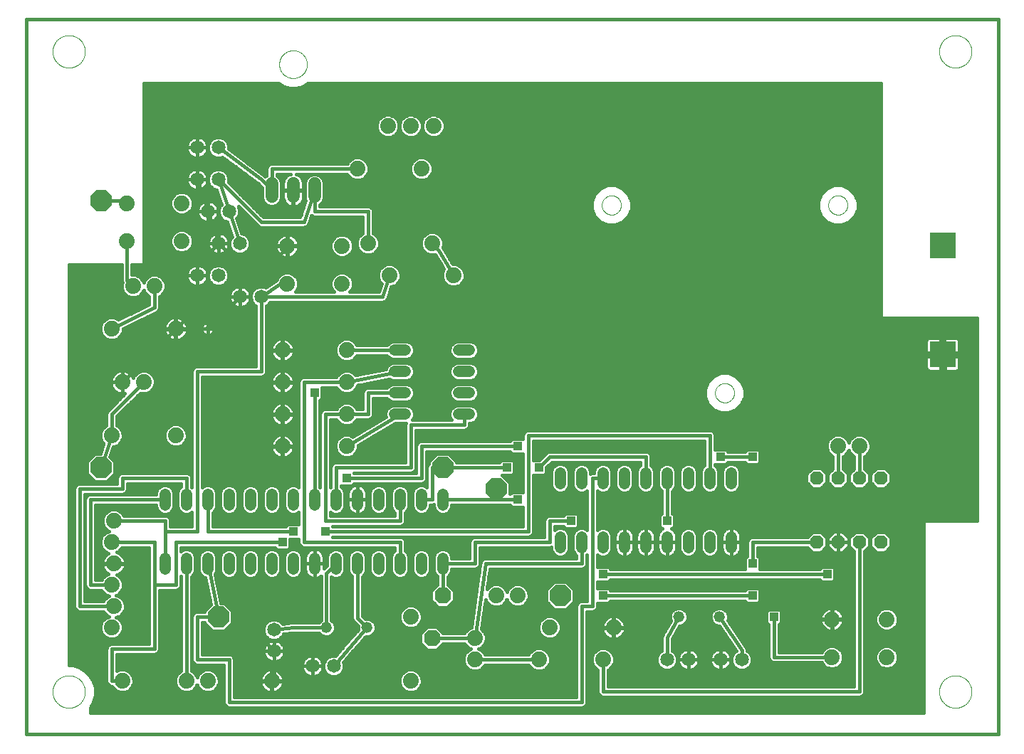
<source format=gtl>
G75*
%MOIN*%
%OFA0B0*%
%FSLAX25Y25*%
%IPPOS*%
%LPD*%
%AMOC8*
5,1,8,0,0,1.08239X$1,22.5*
%
%ADD10C,0.01600*%
%ADD11C,0.00000*%
%ADD12OC8,0.06300*%
%ADD13C,0.05200*%
%ADD14C,0.07400*%
%ADD15R,0.12000X0.12000*%
%ADD16C,0.05200*%
%ADD17C,0.06500*%
%ADD18R,0.02000X0.02000*%
%ADD19C,0.06000*%
%ADD20R,0.03962X0.03962*%
%ADD21OC8,0.07600*%
%ADD22OC8,0.10000*%
%ADD23OC8,0.03962*%
D10*
X0001800Y0001800D02*
X0001800Y0336800D01*
X0456800Y0336800D01*
X0456800Y0001800D01*
X0001800Y0001800D01*
X0031800Y0011800D02*
X0031800Y0014321D01*
X0033355Y0017014D01*
X0034200Y0020167D01*
X0034200Y0023432D01*
X0033355Y0026586D01*
X0031722Y0029414D01*
X0029414Y0031722D01*
X0026586Y0033355D01*
X0023432Y0034200D01*
X0021800Y0034200D01*
X0021800Y0221800D01*
X0046600Y0221800D01*
X0046600Y0214123D01*
X0046813Y0213609D01*
X0046500Y0212854D01*
X0046500Y0210746D01*
X0047307Y0208798D01*
X0048798Y0207307D01*
X0050746Y0206500D01*
X0052854Y0206500D01*
X0054802Y0207307D01*
X0056293Y0208798D01*
X0056800Y0210022D01*
X0057307Y0208798D01*
X0058798Y0207307D01*
X0059400Y0207057D01*
X0059400Y0203283D01*
X0045008Y0196087D01*
X0044802Y0196293D01*
X0042854Y0197100D01*
X0040746Y0197100D01*
X0038798Y0196293D01*
X0037307Y0194802D01*
X0036500Y0192854D01*
X0036500Y0190746D01*
X0037307Y0188798D01*
X0038798Y0187307D01*
X0040746Y0186500D01*
X0042854Y0186500D01*
X0044802Y0187307D01*
X0046293Y0188798D01*
X0047100Y0190746D01*
X0047100Y0191767D01*
X0062797Y0199615D01*
X0063159Y0199765D01*
X0063222Y0199828D01*
X0063300Y0199867D01*
X0063557Y0200163D01*
X0063835Y0200441D01*
X0063868Y0200522D01*
X0063926Y0200588D01*
X0064050Y0200960D01*
X0064200Y0201323D01*
X0064200Y0201411D01*
X0064228Y0201494D01*
X0064200Y0201885D01*
X0064200Y0207057D01*
X0064802Y0207307D01*
X0066293Y0208798D01*
X0067100Y0210746D01*
X0067100Y0212854D01*
X0066293Y0214802D01*
X0064802Y0216293D01*
X0062854Y0217100D01*
X0060746Y0217100D01*
X0058798Y0216293D01*
X0057307Y0214802D01*
X0056800Y0213578D01*
X0056293Y0214802D01*
X0054802Y0216293D01*
X0052854Y0217100D01*
X0051400Y0217100D01*
X0051400Y0221800D01*
X0081087Y0221800D01*
X0080617Y0221726D01*
X0079861Y0221480D01*
X0079153Y0221119D01*
X0078510Y0220652D01*
X0077948Y0220090D01*
X0077481Y0219447D01*
X0077120Y0218739D01*
X0076874Y0217983D01*
X0076750Y0217197D01*
X0076750Y0216800D01*
X0081800Y0216800D01*
X0081800Y0201800D01*
X0071800Y0191800D01*
X0046800Y0166800D01*
X0046800Y0166800D01*
X0046800Y0172300D01*
X0047233Y0172300D01*
X0048088Y0172165D01*
X0048911Y0171897D01*
X0049683Y0171504D01*
X0050383Y0170995D01*
X0050995Y0170383D01*
X0051504Y0169683D01*
X0051897Y0168911D01*
X0051915Y0168856D01*
X0052307Y0169802D01*
X0053798Y0171293D01*
X0055746Y0172100D01*
X0057854Y0172100D01*
X0059802Y0171293D01*
X0061293Y0169802D01*
X0062100Y0167854D01*
X0062100Y0165746D01*
X0061293Y0163798D01*
X0059802Y0162307D01*
X0057854Y0161500D01*
X0055746Y0161500D01*
X0055144Y0161749D01*
X0044200Y0150806D01*
X0044200Y0146543D01*
X0044802Y0146293D01*
X0046293Y0144802D01*
X0047100Y0142854D01*
X0047100Y0140746D01*
X0046293Y0138798D01*
X0044802Y0137307D01*
X0042854Y0136500D01*
X0042563Y0136500D01*
X0041031Y0131903D01*
X0043400Y0129534D01*
X0043400Y0124066D01*
X0039534Y0120200D01*
X0034066Y0120200D01*
X0030200Y0124066D01*
X0030200Y0129534D01*
X0034066Y0133400D01*
X0036470Y0133400D01*
X0038029Y0138076D01*
X0037307Y0138798D01*
X0036500Y0140746D01*
X0036500Y0142854D01*
X0037307Y0144802D01*
X0038798Y0146293D01*
X0039400Y0146543D01*
X0039400Y0152277D01*
X0039765Y0153159D01*
X0040441Y0153835D01*
X0048033Y0161427D01*
X0047233Y0161300D01*
X0046800Y0161300D01*
X0046800Y0166800D01*
X0046800Y0166800D01*
X0046800Y0166800D01*
X0041300Y0166800D01*
X0041300Y0167233D01*
X0041435Y0168088D01*
X0041703Y0168911D01*
X0042096Y0169683D01*
X0042605Y0170383D01*
X0043217Y0170995D01*
X0043917Y0171504D01*
X0044689Y0171897D01*
X0045512Y0172165D01*
X0046367Y0172300D01*
X0046800Y0172300D01*
X0046800Y0166800D01*
X0046800Y0161300D01*
X0046367Y0161300D01*
X0045512Y0161435D01*
X0044689Y0161703D01*
X0043917Y0162096D01*
X0043217Y0162605D01*
X0042605Y0163217D01*
X0042096Y0163917D01*
X0041703Y0164689D01*
X0041435Y0165512D01*
X0041300Y0166367D01*
X0041300Y0166800D01*
X0046800Y0166800D01*
X0046800Y0167060D02*
X0046800Y0167060D01*
X0046800Y0165462D02*
X0046800Y0165462D01*
X0046800Y0163863D02*
X0046800Y0163863D01*
X0046800Y0162265D02*
X0046800Y0162265D01*
X0047272Y0160666D02*
X0021800Y0160666D01*
X0021800Y0159068D02*
X0045673Y0159068D01*
X0044075Y0157469D02*
X0021800Y0157469D01*
X0021800Y0155870D02*
X0042476Y0155870D01*
X0040878Y0154272D02*
X0021800Y0154272D01*
X0021800Y0152673D02*
X0039564Y0152673D01*
X0039400Y0151075D02*
X0021800Y0151075D01*
X0021800Y0149476D02*
X0039400Y0149476D01*
X0039400Y0147878D02*
X0021800Y0147878D01*
X0021800Y0146279D02*
X0038784Y0146279D01*
X0037257Y0144681D02*
X0021800Y0144681D01*
X0021800Y0143082D02*
X0036595Y0143082D01*
X0036500Y0141484D02*
X0021800Y0141484D01*
X0021800Y0139885D02*
X0036856Y0139885D01*
X0037818Y0138287D02*
X0021800Y0138287D01*
X0021800Y0136688D02*
X0037566Y0136688D01*
X0037033Y0135090D02*
X0021800Y0135090D01*
X0021800Y0133491D02*
X0036501Y0133491D01*
X0032559Y0131893D02*
X0021800Y0131893D01*
X0021800Y0130294D02*
X0030961Y0130294D01*
X0030200Y0128696D02*
X0021800Y0128696D01*
X0021800Y0127097D02*
X0030200Y0127097D01*
X0030200Y0125499D02*
X0021800Y0125499D01*
X0021800Y0123900D02*
X0030366Y0123900D01*
X0031964Y0122302D02*
X0021800Y0122302D01*
X0021800Y0120703D02*
X0033563Y0120703D01*
X0040037Y0120703D02*
X0044400Y0120703D01*
X0044400Y0119200D02*
X0026323Y0119200D01*
X0025441Y0118835D01*
X0024765Y0118159D01*
X0024400Y0117277D01*
X0024400Y0061323D01*
X0024765Y0060441D01*
X0025441Y0059765D01*
X0026323Y0059400D01*
X0038057Y0059400D01*
X0038307Y0058798D01*
X0039798Y0057307D01*
X0040522Y0057007D01*
X0038798Y0056293D01*
X0037307Y0054802D01*
X0036500Y0052854D01*
X0036500Y0050746D01*
X0037307Y0048798D01*
X0038798Y0047307D01*
X0040746Y0046500D01*
X0042854Y0046500D01*
X0044802Y0047307D01*
X0046293Y0048798D01*
X0047100Y0050746D01*
X0047100Y0052854D01*
X0046293Y0054802D01*
X0044802Y0056293D01*
X0044078Y0056593D01*
X0045802Y0057307D01*
X0047293Y0058798D01*
X0048100Y0060746D01*
X0048100Y0062854D01*
X0047293Y0064802D01*
X0045802Y0066293D01*
X0044078Y0067007D01*
X0044802Y0067307D01*
X0046293Y0068798D01*
X0047100Y0070746D01*
X0047100Y0072854D01*
X0046293Y0074802D01*
X0044802Y0076293D01*
X0044296Y0076503D01*
X0044911Y0076703D01*
X0045683Y0077096D01*
X0046383Y0077605D01*
X0046995Y0078217D01*
X0047504Y0078917D01*
X0047897Y0079689D01*
X0048165Y0080512D01*
X0048300Y0081367D01*
X0048300Y0081600D01*
X0043000Y0081600D01*
X0043000Y0082000D01*
X0048300Y0082000D01*
X0048300Y0082233D01*
X0048165Y0083088D01*
X0047897Y0083911D01*
X0047504Y0084683D01*
X0046995Y0085383D01*
X0046383Y0085995D01*
X0045683Y0086504D01*
X0044911Y0086897D01*
X0044296Y0087097D01*
X0044802Y0087307D01*
X0046293Y0088798D01*
X0046543Y0089400D01*
X0059400Y0089400D01*
X0059400Y0044200D01*
X0041323Y0044200D01*
X0040441Y0043835D01*
X0039765Y0043159D01*
X0039400Y0042277D01*
X0039400Y0026323D01*
X0039765Y0025441D01*
X0040441Y0024765D01*
X0041323Y0024400D01*
X0042057Y0024400D01*
X0042307Y0023798D01*
X0043798Y0022307D01*
X0045746Y0021500D01*
X0047854Y0021500D01*
X0049802Y0022307D01*
X0051293Y0023798D01*
X0052100Y0025746D01*
X0052100Y0027854D01*
X0051293Y0029802D01*
X0049802Y0031293D01*
X0047854Y0032100D01*
X0045746Y0032100D01*
X0044200Y0031460D01*
X0044200Y0039400D01*
X0062277Y0039400D01*
X0063159Y0039765D01*
X0063835Y0040441D01*
X0064200Y0041323D01*
X0064200Y0069400D01*
X0072277Y0069400D01*
X0073159Y0069765D01*
X0073835Y0070441D01*
X0074200Y0071323D01*
X0074200Y0075860D01*
X0074400Y0075660D01*
X0074400Y0031543D01*
X0073798Y0031293D01*
X0072307Y0029802D01*
X0071500Y0027854D01*
X0071500Y0025746D01*
X0072307Y0023798D01*
X0073798Y0022307D01*
X0075746Y0021500D01*
X0077854Y0021500D01*
X0079802Y0022307D01*
X0081293Y0023798D01*
X0081800Y0025022D01*
X0082307Y0023798D01*
X0083798Y0022307D01*
X0085746Y0021500D01*
X0087854Y0021500D01*
X0089802Y0022307D01*
X0091293Y0023798D01*
X0092100Y0025746D01*
X0092100Y0027854D01*
X0091293Y0029802D01*
X0089802Y0031293D01*
X0087854Y0032100D01*
X0085746Y0032100D01*
X0083798Y0031293D01*
X0082307Y0029802D01*
X0081800Y0028578D01*
X0081293Y0029802D01*
X0079802Y0031293D01*
X0079200Y0031543D01*
X0079200Y0075660D01*
X0080361Y0076821D01*
X0081000Y0078365D01*
X0081000Y0085235D01*
X0080361Y0086779D01*
X0079179Y0087961D01*
X0077635Y0088600D01*
X0075965Y0088600D01*
X0074421Y0087961D01*
X0074200Y0087740D01*
X0074200Y0089400D01*
X0118219Y0089400D01*
X0118219Y0089156D01*
X0119156Y0088219D01*
X0124444Y0088219D01*
X0125381Y0089156D01*
X0125381Y0093219D01*
X0129400Y0093219D01*
X0129400Y0091323D01*
X0129765Y0090441D01*
X0130441Y0089765D01*
X0131323Y0089400D01*
X0174400Y0089400D01*
X0174400Y0087940D01*
X0173239Y0086779D01*
X0172600Y0085235D01*
X0172600Y0078365D01*
X0173239Y0076821D01*
X0174421Y0075639D01*
X0175965Y0075000D01*
X0177635Y0075000D01*
X0179179Y0075639D01*
X0180361Y0076821D01*
X0181000Y0078365D01*
X0181000Y0085235D01*
X0180361Y0086779D01*
X0179200Y0087940D01*
X0179200Y0092277D01*
X0178835Y0093159D01*
X0178159Y0093835D01*
X0177277Y0094200D01*
X0145381Y0094200D01*
X0145381Y0094400D01*
X0237277Y0094400D01*
X0238159Y0094765D01*
X0238835Y0095441D01*
X0239200Y0096323D01*
X0239200Y0123219D01*
X0244444Y0123219D01*
X0245381Y0124156D01*
X0245381Y0126987D01*
X0247794Y0129400D01*
X0289400Y0129400D01*
X0289400Y0127940D01*
X0288239Y0126779D01*
X0287600Y0125235D01*
X0287600Y0118365D01*
X0288239Y0116821D01*
X0289421Y0115639D01*
X0290965Y0115000D01*
X0292635Y0115000D01*
X0294179Y0115639D01*
X0295361Y0116821D01*
X0296000Y0118365D01*
X0296000Y0125235D01*
X0295361Y0126779D01*
X0294200Y0127940D01*
X0294200Y0132277D01*
X0293835Y0133159D01*
X0293159Y0133835D01*
X0292277Y0134200D01*
X0246323Y0134200D01*
X0245441Y0133835D01*
X0244765Y0133159D01*
X0241987Y0130381D01*
X0239200Y0130381D01*
X0239200Y0139400D01*
X0319400Y0139400D01*
X0319400Y0127940D01*
X0318239Y0126779D01*
X0317600Y0125235D01*
X0317600Y0118365D01*
X0318239Y0116821D01*
X0319421Y0115639D01*
X0320965Y0115000D01*
X0322635Y0115000D01*
X0324179Y0115639D01*
X0325361Y0116821D01*
X0326000Y0118365D01*
X0326000Y0125235D01*
X0325361Y0126779D01*
X0324200Y0127940D01*
X0324200Y0128219D01*
X0329444Y0128219D01*
X0330381Y0129156D01*
X0330381Y0129400D01*
X0338219Y0129400D01*
X0338219Y0129156D01*
X0339156Y0128219D01*
X0344444Y0128219D01*
X0345381Y0129156D01*
X0345381Y0134444D01*
X0344444Y0135381D01*
X0339156Y0135381D01*
X0338219Y0134444D01*
X0338219Y0134200D01*
X0330381Y0134200D01*
X0330381Y0134444D01*
X0329444Y0135381D01*
X0324200Y0135381D01*
X0324200Y0142277D01*
X0323835Y0143159D01*
X0323159Y0143835D01*
X0322277Y0144200D01*
X0236323Y0144200D01*
X0235441Y0143835D01*
X0234765Y0143159D01*
X0234400Y0142277D01*
X0234400Y0140381D01*
X0229156Y0140381D01*
X0228219Y0139444D01*
X0228219Y0139200D01*
X0186323Y0139200D01*
X0185441Y0138835D01*
X0184765Y0138159D01*
X0184400Y0137277D01*
X0184400Y0124200D01*
X0155381Y0124200D01*
X0155381Y0124400D01*
X0182277Y0124400D01*
X0183159Y0124765D01*
X0183835Y0125441D01*
X0184200Y0126323D01*
X0184200Y0144400D01*
X0207277Y0144400D01*
X0208159Y0144765D01*
X0208835Y0145441D01*
X0209200Y0146323D01*
X0209200Y0147600D01*
X0210235Y0147600D01*
X0211779Y0148239D01*
X0212961Y0149421D01*
X0213600Y0150965D01*
X0213600Y0152635D01*
X0212961Y0154179D01*
X0211779Y0155361D01*
X0210235Y0156000D01*
X0203365Y0156000D01*
X0201821Y0155361D01*
X0200639Y0154179D01*
X0200000Y0152635D01*
X0200000Y0150965D01*
X0200639Y0149421D01*
X0200860Y0149200D01*
X0182740Y0149200D01*
X0182961Y0149421D01*
X0183600Y0150965D01*
X0183600Y0152635D01*
X0182961Y0154179D01*
X0181779Y0155361D01*
X0180235Y0156000D01*
X0173365Y0156000D01*
X0171821Y0155361D01*
X0170639Y0154179D01*
X0170000Y0152635D01*
X0170000Y0150965D01*
X0170148Y0150608D01*
X0154697Y0141337D01*
X0152854Y0142100D01*
X0150746Y0142100D01*
X0148798Y0141293D01*
X0147307Y0139802D01*
X0146500Y0137854D01*
X0146500Y0135746D01*
X0147307Y0133798D01*
X0148798Y0132307D01*
X0150746Y0131500D01*
X0152854Y0131500D01*
X0154802Y0132307D01*
X0156293Y0133798D01*
X0157100Y0135746D01*
X0157100Y0137181D01*
X0174465Y0147600D01*
X0179534Y0147600D01*
X0179400Y0147277D01*
X0179400Y0129200D01*
X0146323Y0129200D01*
X0145441Y0128835D01*
X0144765Y0128159D01*
X0144400Y0127277D01*
X0144400Y0117940D01*
X0144200Y0117740D01*
X0144200Y0149400D01*
X0147057Y0149400D01*
X0147307Y0148798D01*
X0148798Y0147307D01*
X0150746Y0146500D01*
X0152854Y0146500D01*
X0154802Y0147307D01*
X0156293Y0148798D01*
X0156543Y0149400D01*
X0162277Y0149400D01*
X0163159Y0149765D01*
X0163835Y0150441D01*
X0164200Y0151323D01*
X0164200Y0159400D01*
X0170660Y0159400D01*
X0171821Y0158239D01*
X0173365Y0157600D01*
X0180235Y0157600D01*
X0181779Y0158239D01*
X0182961Y0159421D01*
X0183600Y0160965D01*
X0183600Y0162635D01*
X0182961Y0164179D01*
X0181779Y0165361D01*
X0180235Y0166000D01*
X0173365Y0166000D01*
X0171821Y0165361D01*
X0170660Y0164200D01*
X0161323Y0164200D01*
X0160441Y0163835D01*
X0159765Y0163159D01*
X0159400Y0162277D01*
X0159400Y0154200D01*
X0156543Y0154200D01*
X0156293Y0154802D01*
X0154802Y0156293D01*
X0152854Y0157100D01*
X0150746Y0157100D01*
X0148798Y0156293D01*
X0147307Y0154802D01*
X0147057Y0154200D01*
X0141323Y0154200D01*
X0140441Y0153835D01*
X0139765Y0153159D01*
X0139400Y0152277D01*
X0139400Y0117740D01*
X0139200Y0117940D01*
X0139200Y0158219D01*
X0139444Y0158219D01*
X0140381Y0159156D01*
X0140381Y0164400D01*
X0147057Y0164400D01*
X0147307Y0163798D01*
X0148798Y0162307D01*
X0150746Y0161500D01*
X0152854Y0161500D01*
X0154802Y0162307D01*
X0156293Y0163798D01*
X0156949Y0165382D01*
X0171723Y0168337D01*
X0171821Y0168239D01*
X0173365Y0167600D01*
X0180235Y0167600D01*
X0181779Y0168239D01*
X0182961Y0169421D01*
X0183600Y0170965D01*
X0183600Y0172635D01*
X0182961Y0174179D01*
X0181779Y0175361D01*
X0180235Y0176000D01*
X0173365Y0176000D01*
X0171821Y0175361D01*
X0170639Y0174179D01*
X0170114Y0172910D01*
X0156006Y0170089D01*
X0154802Y0171293D01*
X0152854Y0172100D01*
X0150746Y0172100D01*
X0148798Y0171293D01*
X0147307Y0169802D01*
X0147057Y0169200D01*
X0131323Y0169200D01*
X0130441Y0168835D01*
X0129765Y0168159D01*
X0129400Y0167277D01*
X0129400Y0117740D01*
X0129179Y0117961D01*
X0127635Y0118600D01*
X0125965Y0118600D01*
X0124421Y0117961D01*
X0123239Y0116779D01*
X0122600Y0115235D01*
X0122600Y0108365D01*
X0123239Y0106821D01*
X0124421Y0105639D01*
X0125965Y0105000D01*
X0127635Y0105000D01*
X0129179Y0105639D01*
X0129400Y0105860D01*
X0129400Y0100381D01*
X0124156Y0100381D01*
X0123219Y0099444D01*
X0123219Y0099200D01*
X0089200Y0099200D01*
X0089200Y0105660D01*
X0090361Y0106821D01*
X0091000Y0108365D01*
X0091000Y0115235D01*
X0090361Y0116779D01*
X0089179Y0117961D01*
X0087635Y0118600D01*
X0085965Y0118600D01*
X0084421Y0117961D01*
X0084200Y0117740D01*
X0084200Y0169400D01*
X0112277Y0169400D01*
X0113159Y0169765D01*
X0113835Y0170441D01*
X0114200Y0171323D01*
X0114200Y0202545D01*
X0114547Y0202688D01*
X0115912Y0204053D01*
X0116055Y0204400D01*
X0168369Y0204400D01*
X0168481Y0204366D01*
X0168843Y0204400D01*
X0169207Y0204400D01*
X0169315Y0204445D01*
X0169431Y0204456D01*
X0169753Y0204626D01*
X0170089Y0204765D01*
X0170171Y0204848D01*
X0170275Y0204903D01*
X0170507Y0205183D01*
X0170764Y0205441D01*
X0170809Y0205549D01*
X0170883Y0205639D01*
X0170990Y0205987D01*
X0171129Y0206323D01*
X0171129Y0206440D01*
X0172683Y0211500D01*
X0172854Y0211500D01*
X0174802Y0212307D01*
X0176293Y0213798D01*
X0177100Y0215746D01*
X0177100Y0217854D01*
X0176293Y0219802D01*
X0174802Y0221293D01*
X0173578Y0221800D01*
X0196120Y0221800D01*
X0197296Y0219776D01*
X0196500Y0217854D01*
X0196500Y0215746D01*
X0197307Y0213798D01*
X0198798Y0212307D01*
X0200746Y0211500D01*
X0202854Y0211500D01*
X0204802Y0212307D01*
X0206293Y0213798D01*
X0207100Y0215746D01*
X0207100Y0217854D01*
X0206293Y0219802D01*
X0204802Y0221293D01*
X0203578Y0221800D01*
X0221800Y0221800D01*
X0261800Y0181800D01*
X0416800Y0181800D01*
X0421800Y0176800D01*
X0421800Y0011800D01*
X0031800Y0011800D01*
X0031800Y0012004D02*
X0421800Y0012004D01*
X0421800Y0013603D02*
X0031800Y0013603D01*
X0032309Y0015201D02*
X0095004Y0015201D01*
X0094765Y0015441D02*
X0095441Y0014765D01*
X0096323Y0014400D01*
X0262277Y0014400D01*
X0263159Y0014765D01*
X0263835Y0015441D01*
X0264200Y0016323D01*
X0264200Y0059400D01*
X0267277Y0059400D01*
X0268159Y0059765D01*
X0268835Y0060441D01*
X0269200Y0061323D01*
X0269200Y0063219D01*
X0274444Y0063219D01*
X0275381Y0064156D01*
X0275381Y0064400D01*
X0338219Y0064400D01*
X0338219Y0064156D01*
X0339156Y0063219D01*
X0344444Y0063219D01*
X0345381Y0064156D01*
X0345381Y0069444D01*
X0344444Y0070381D01*
X0339156Y0070381D01*
X0338219Y0069444D01*
X0338219Y0069200D01*
X0275381Y0069200D01*
X0275381Y0069444D01*
X0274444Y0070381D01*
X0269200Y0070381D01*
X0269200Y0073219D01*
X0274444Y0073219D01*
X0275381Y0074156D01*
X0275381Y0074400D01*
X0373219Y0074400D01*
X0373219Y0074156D01*
X0374156Y0073219D01*
X0379444Y0073219D01*
X0380381Y0074156D01*
X0380381Y0079444D01*
X0379444Y0080381D01*
X0374156Y0080381D01*
X0373219Y0079444D01*
X0373219Y0079200D01*
X0345381Y0079200D01*
X0345381Y0084444D01*
X0344444Y0085381D01*
X0344200Y0085381D01*
X0344200Y0089400D01*
X0367482Y0089400D01*
X0369832Y0087050D01*
X0373768Y0087050D01*
X0376550Y0089832D01*
X0376550Y0093768D01*
X0373768Y0096550D01*
X0369832Y0096550D01*
X0367482Y0094200D01*
X0341323Y0094200D01*
X0340441Y0093835D01*
X0339765Y0093159D01*
X0339400Y0092277D01*
X0339400Y0085381D01*
X0339156Y0085381D01*
X0338219Y0084444D01*
X0338219Y0079200D01*
X0275381Y0079200D01*
X0275381Y0079444D01*
X0274444Y0080381D01*
X0269200Y0080381D01*
X0269200Y0085860D01*
X0269421Y0085639D01*
X0270965Y0085000D01*
X0272635Y0085000D01*
X0274179Y0085639D01*
X0275361Y0086821D01*
X0276000Y0088365D01*
X0276000Y0095235D01*
X0275361Y0096779D01*
X0274179Y0097961D01*
X0272635Y0098600D01*
X0270965Y0098600D01*
X0269421Y0097961D01*
X0269200Y0097740D01*
X0269200Y0115860D01*
X0269421Y0115639D01*
X0270965Y0115000D01*
X0272635Y0115000D01*
X0274179Y0115639D01*
X0275361Y0116821D01*
X0276000Y0118365D01*
X0276000Y0125235D01*
X0275361Y0126779D01*
X0274179Y0127961D01*
X0272635Y0128600D01*
X0270965Y0128600D01*
X0269421Y0127961D01*
X0268239Y0126779D01*
X0267600Y0125235D01*
X0267600Y0124200D01*
X0266323Y0124200D01*
X0266000Y0124066D01*
X0266000Y0125235D01*
X0265361Y0126779D01*
X0264179Y0127961D01*
X0262635Y0128600D01*
X0260965Y0128600D01*
X0259421Y0127961D01*
X0258239Y0126779D01*
X0257600Y0125235D01*
X0257600Y0118365D01*
X0258239Y0116821D01*
X0259421Y0115639D01*
X0260965Y0115000D01*
X0262635Y0115000D01*
X0264179Y0115639D01*
X0264400Y0115860D01*
X0264400Y0097740D01*
X0264179Y0097961D01*
X0262635Y0098600D01*
X0260965Y0098600D01*
X0259421Y0097961D01*
X0258239Y0096779D01*
X0257600Y0095235D01*
X0257600Y0088365D01*
X0258239Y0086821D01*
X0259400Y0085660D01*
X0259400Y0084200D01*
X0216971Y0084200D01*
X0216667Y0084243D01*
X0216497Y0084200D01*
X0216323Y0084200D01*
X0216039Y0084083D01*
X0215742Y0084006D01*
X0215602Y0083902D01*
X0215441Y0083835D01*
X0215224Y0083618D01*
X0214978Y0083434D01*
X0214889Y0083283D01*
X0214765Y0083159D01*
X0214648Y0082876D01*
X0214492Y0082612D01*
X0214467Y0082439D01*
X0214400Y0082277D01*
X0214400Y0081971D01*
X0210094Y0051830D01*
X0208798Y0051293D01*
X0207307Y0049802D01*
X0207057Y0049200D01*
X0197037Y0049200D01*
X0194037Y0052200D01*
X0189563Y0052200D01*
X0186400Y0049037D01*
X0186400Y0044563D01*
X0189563Y0041400D01*
X0194037Y0041400D01*
X0197037Y0044400D01*
X0207057Y0044400D01*
X0207307Y0043798D01*
X0208798Y0042307D01*
X0210022Y0041800D01*
X0208798Y0041293D01*
X0207307Y0039802D01*
X0206500Y0037854D01*
X0206500Y0035746D01*
X0207307Y0033798D01*
X0208798Y0032307D01*
X0210746Y0031500D01*
X0212854Y0031500D01*
X0214802Y0032307D01*
X0216293Y0033798D01*
X0216543Y0034400D01*
X0237057Y0034400D01*
X0237307Y0033798D01*
X0238798Y0032307D01*
X0240746Y0031500D01*
X0242854Y0031500D01*
X0244802Y0032307D01*
X0246293Y0033798D01*
X0247100Y0035746D01*
X0247100Y0037854D01*
X0246293Y0039802D01*
X0244802Y0041293D01*
X0242854Y0042100D01*
X0240746Y0042100D01*
X0238798Y0041293D01*
X0237307Y0039802D01*
X0237057Y0039200D01*
X0216543Y0039200D01*
X0216293Y0039802D01*
X0214802Y0041293D01*
X0213578Y0041800D01*
X0214802Y0042307D01*
X0216293Y0043798D01*
X0217100Y0045746D01*
X0217100Y0047854D01*
X0216293Y0049802D01*
X0214858Y0051237D01*
X0216820Y0064972D01*
X0217307Y0063798D01*
X0218798Y0062307D01*
X0220746Y0061500D01*
X0222854Y0061500D01*
X0224802Y0062307D01*
X0226293Y0063798D01*
X0226800Y0065022D01*
X0227307Y0063798D01*
X0228798Y0062307D01*
X0230746Y0061500D01*
X0232854Y0061500D01*
X0234802Y0062307D01*
X0236293Y0063798D01*
X0237100Y0065746D01*
X0237100Y0067854D01*
X0236293Y0069802D01*
X0234802Y0071293D01*
X0232854Y0072100D01*
X0230746Y0072100D01*
X0228798Y0071293D01*
X0227307Y0069802D01*
X0226800Y0068578D01*
X0226293Y0069802D01*
X0224802Y0071293D01*
X0222854Y0072100D01*
X0220746Y0072100D01*
X0218798Y0071293D01*
X0217544Y0070040D01*
X0218881Y0079400D01*
X0262277Y0079400D01*
X0263159Y0079765D01*
X0263835Y0080441D01*
X0264200Y0081323D01*
X0264200Y0085660D01*
X0264400Y0085860D01*
X0264400Y0064200D01*
X0261323Y0064200D01*
X0260441Y0063835D01*
X0259765Y0063159D01*
X0259400Y0062277D01*
X0259400Y0019200D01*
X0099200Y0019200D01*
X0099200Y0037277D01*
X0098835Y0038159D01*
X0098159Y0038835D01*
X0097277Y0039200D01*
X0084200Y0039200D01*
X0084200Y0054400D01*
X0085200Y0054400D01*
X0085200Y0054066D01*
X0089066Y0050200D01*
X0094534Y0050200D01*
X0098400Y0054066D01*
X0098400Y0059534D01*
X0094534Y0063400D01*
X0092928Y0063400D01*
X0090263Y0076723D01*
X0090361Y0076821D01*
X0091000Y0078365D01*
X0091000Y0085235D01*
X0090361Y0086779D01*
X0089179Y0087961D01*
X0087635Y0088600D01*
X0085965Y0088600D01*
X0084421Y0087961D01*
X0083239Y0086779D01*
X0082600Y0085235D01*
X0082600Y0078365D01*
X0083239Y0076821D01*
X0084421Y0075639D01*
X0085690Y0075114D01*
X0088205Y0062539D01*
X0085200Y0059534D01*
X0085200Y0059200D01*
X0081323Y0059200D01*
X0080441Y0058835D01*
X0079765Y0058159D01*
X0079400Y0057277D01*
X0079400Y0036323D01*
X0079765Y0035441D01*
X0080441Y0034765D01*
X0081323Y0034400D01*
X0094400Y0034400D01*
X0094400Y0016323D01*
X0094765Y0015441D01*
X0094400Y0016800D02*
X0033232Y0016800D01*
X0033726Y0018399D02*
X0094400Y0018399D01*
X0094400Y0019997D02*
X0034154Y0019997D01*
X0034200Y0021596D02*
X0045515Y0021596D01*
X0048085Y0021596D02*
X0075515Y0021596D01*
X0078085Y0021596D02*
X0085515Y0021596D01*
X0088085Y0021596D02*
X0094400Y0021596D01*
X0094400Y0023194D02*
X0090689Y0023194D01*
X0091705Y0024793D02*
X0094400Y0024793D01*
X0094400Y0026391D02*
X0092100Y0026391D01*
X0092044Y0027990D02*
X0094400Y0027990D01*
X0094400Y0029588D02*
X0091382Y0029588D01*
X0089909Y0031187D02*
X0094400Y0031187D01*
X0094400Y0032785D02*
X0079200Y0032785D01*
X0079200Y0034384D02*
X0094400Y0034384D01*
X0096800Y0036800D02*
X0081800Y0036800D01*
X0081800Y0056800D01*
X0091800Y0056800D01*
X0086800Y0081800D01*
X0091000Y0082339D02*
X0092600Y0082339D01*
X0092600Y0083937D02*
X0091000Y0083937D01*
X0090876Y0085536D02*
X0092724Y0085536D01*
X0092600Y0085235D02*
X0093239Y0086779D01*
X0094421Y0087961D01*
X0095965Y0088600D01*
X0097635Y0088600D01*
X0099179Y0087961D01*
X0100361Y0086779D01*
X0101000Y0085235D01*
X0101000Y0078365D01*
X0100361Y0076821D01*
X0099179Y0075639D01*
X0097635Y0075000D01*
X0095965Y0075000D01*
X0094421Y0075639D01*
X0093239Y0076821D01*
X0092600Y0078365D01*
X0092600Y0085235D01*
X0093595Y0087134D02*
X0090005Y0087134D01*
X0083595Y0087134D02*
X0080005Y0087134D01*
X0080876Y0085536D02*
X0082724Y0085536D01*
X0082600Y0083937D02*
X0081000Y0083937D01*
X0081000Y0082339D02*
X0082600Y0082339D01*
X0082600Y0080740D02*
X0081000Y0080740D01*
X0081000Y0079142D02*
X0082600Y0079142D01*
X0082940Y0077543D02*
X0080660Y0077543D01*
X0079485Y0075945D02*
X0084115Y0075945D01*
X0085843Y0074346D02*
X0079200Y0074346D01*
X0079200Y0072748D02*
X0086163Y0072748D01*
X0086483Y0071149D02*
X0079200Y0071149D01*
X0079200Y0069551D02*
X0086802Y0069551D01*
X0087122Y0067952D02*
X0079200Y0067952D01*
X0079200Y0066354D02*
X0087442Y0066354D01*
X0087761Y0064755D02*
X0079200Y0064755D01*
X0079200Y0063157D02*
X0088081Y0063157D01*
X0087225Y0061558D02*
X0079200Y0061558D01*
X0079200Y0059960D02*
X0085626Y0059960D01*
X0079967Y0058361D02*
X0079200Y0058361D01*
X0079200Y0056763D02*
X0079400Y0056763D01*
X0079400Y0055164D02*
X0079200Y0055164D01*
X0079200Y0053566D02*
X0079400Y0053566D01*
X0079400Y0051967D02*
X0079200Y0051967D01*
X0079200Y0050369D02*
X0079400Y0050369D01*
X0079400Y0048770D02*
X0079200Y0048770D01*
X0079200Y0047172D02*
X0079400Y0047172D01*
X0079400Y0045573D02*
X0079200Y0045573D01*
X0079200Y0043975D02*
X0079400Y0043975D01*
X0079400Y0042376D02*
X0079200Y0042376D01*
X0079200Y0040778D02*
X0079400Y0040778D01*
X0079400Y0039179D02*
X0079200Y0039179D01*
X0079200Y0037581D02*
X0079400Y0037581D01*
X0079541Y0035982D02*
X0079200Y0035982D01*
X0074400Y0035982D02*
X0044200Y0035982D01*
X0044200Y0034384D02*
X0074400Y0034384D01*
X0074400Y0032785D02*
X0044200Y0032785D01*
X0039400Y0032785D02*
X0027573Y0032785D01*
X0029950Y0031187D02*
X0039400Y0031187D01*
X0039400Y0029588D02*
X0031548Y0029588D01*
X0032545Y0027990D02*
X0039400Y0027990D01*
X0039400Y0026391D02*
X0033407Y0026391D01*
X0033836Y0024793D02*
X0040413Y0024793D01*
X0041800Y0026800D02*
X0046800Y0026800D01*
X0041800Y0026800D02*
X0041800Y0041800D01*
X0061800Y0041800D01*
X0061800Y0071800D01*
X0071800Y0071800D01*
X0071800Y0091800D01*
X0121800Y0091800D01*
X0125381Y0091930D02*
X0129400Y0091930D01*
X0129874Y0090332D02*
X0125381Y0090332D01*
X0124958Y0088733D02*
X0136031Y0088733D01*
X0135770Y0088692D02*
X0135111Y0088478D01*
X0134494Y0088163D01*
X0133934Y0087756D01*
X0133444Y0087266D01*
X0133037Y0086706D01*
X0132722Y0086089D01*
X0132508Y0085430D01*
X0132400Y0084746D01*
X0132400Y0081800D01*
X0136800Y0081800D01*
X0136800Y0071800D01*
X0106800Y0071800D01*
X0106800Y0046800D01*
X0111800Y0046800D01*
X0117800Y0040800D01*
X0117800Y0033800D01*
X0135800Y0033800D01*
X0140850Y0033800D01*
X0140850Y0034197D01*
X0140726Y0034983D01*
X0140480Y0035739D01*
X0140119Y0036447D01*
X0139652Y0037090D01*
X0139090Y0037652D01*
X0138447Y0038119D01*
X0137739Y0038480D01*
X0136983Y0038726D01*
X0136197Y0038850D01*
X0135800Y0038850D01*
X0135800Y0033800D01*
X0135800Y0033800D01*
X0135800Y0033800D01*
X0140850Y0033800D01*
X0140850Y0033403D01*
X0140726Y0032617D01*
X0140480Y0031861D01*
X0140119Y0031153D01*
X0139652Y0030510D01*
X0139090Y0029948D01*
X0138447Y0029481D01*
X0137739Y0029120D01*
X0136983Y0028874D01*
X0136197Y0028750D01*
X0135800Y0028750D01*
X0135800Y0033800D01*
X0135800Y0033800D01*
X0135800Y0033800D01*
X0130750Y0033800D01*
X0130750Y0034197D01*
X0130874Y0034983D01*
X0131120Y0035739D01*
X0131481Y0036447D01*
X0131948Y0037090D01*
X0132510Y0037652D01*
X0133153Y0038119D01*
X0133861Y0038480D01*
X0134617Y0038726D01*
X0135403Y0038850D01*
X0135800Y0038850D01*
X0135800Y0033800D01*
X0135800Y0028750D01*
X0135403Y0028750D01*
X0134617Y0028874D01*
X0133861Y0029120D01*
X0133153Y0029481D01*
X0132510Y0029948D01*
X0131948Y0030510D01*
X0131481Y0031153D01*
X0131120Y0031861D01*
X0130874Y0032617D01*
X0130750Y0033403D01*
X0130750Y0033800D01*
X0135800Y0033800D01*
X0135800Y0034384D02*
X0135800Y0034384D01*
X0135800Y0035982D02*
X0135800Y0035982D01*
X0135800Y0037581D02*
X0135800Y0037581D01*
X0139161Y0037581D02*
X0142722Y0037581D01*
X0143053Y0037912D02*
X0141688Y0036547D01*
X0140950Y0034765D01*
X0140950Y0032835D01*
X0141688Y0031053D01*
X0143053Y0029688D01*
X0144835Y0028950D01*
X0146765Y0028950D01*
X0148547Y0029688D01*
X0149912Y0031053D01*
X0150650Y0032835D01*
X0150650Y0034765D01*
X0150333Y0035529D01*
X0154621Y0040736D01*
X0160763Y0047600D01*
X0162135Y0047600D01*
X0163679Y0048239D01*
X0164861Y0049421D01*
X0165500Y0050965D01*
X0165500Y0052635D01*
X0164861Y0054179D01*
X0163679Y0055361D01*
X0162135Y0056000D01*
X0160494Y0056000D01*
X0159200Y0057294D01*
X0159200Y0075660D01*
X0160361Y0076821D01*
X0161000Y0078365D01*
X0161000Y0085235D01*
X0160361Y0086779D01*
X0159179Y0087961D01*
X0157635Y0088600D01*
X0155965Y0088600D01*
X0154421Y0087961D01*
X0153239Y0086779D01*
X0152600Y0085235D01*
X0152600Y0078365D01*
X0153239Y0076821D01*
X0154400Y0075660D01*
X0154400Y0055823D01*
X0154765Y0054941D01*
X0155441Y0054265D01*
X0157100Y0052606D01*
X0157100Y0050965D01*
X0157173Y0050787D01*
X0151296Y0044218D01*
X0151251Y0044194D01*
X0150979Y0043864D01*
X0150693Y0043545D01*
X0150676Y0043496D01*
X0146685Y0038650D01*
X0144835Y0038650D01*
X0143053Y0037912D01*
X0141454Y0035982D02*
X0140356Y0035982D01*
X0140821Y0034384D02*
X0140950Y0034384D01*
X0140971Y0032785D02*
X0140752Y0032785D01*
X0140136Y0031187D02*
X0141633Y0031187D01*
X0143295Y0029588D02*
X0138594Y0029588D01*
X0135800Y0029588D02*
X0135800Y0029588D01*
X0135800Y0031187D02*
X0135800Y0031187D01*
X0135800Y0032785D02*
X0135800Y0032785D01*
X0133006Y0029588D02*
X0121552Y0029588D01*
X0121504Y0029683D02*
X0120995Y0030383D01*
X0120383Y0030995D01*
X0119683Y0031504D01*
X0118911Y0031897D01*
X0118088Y0032165D01*
X0117233Y0032300D01*
X0116886Y0032300D01*
X0116886Y0026886D01*
X0122300Y0026886D01*
X0122300Y0027233D01*
X0122165Y0028088D01*
X0121897Y0028911D01*
X0121504Y0029683D01*
X0122180Y0027990D02*
X0176556Y0027990D01*
X0176500Y0027854D02*
X0176500Y0025746D01*
X0177307Y0023798D01*
X0178798Y0022307D01*
X0180746Y0021500D01*
X0182854Y0021500D01*
X0184802Y0022307D01*
X0186293Y0023798D01*
X0187100Y0025746D01*
X0187100Y0027854D01*
X0186293Y0029802D01*
X0184802Y0031293D01*
X0182854Y0032100D01*
X0180746Y0032100D01*
X0178798Y0031293D01*
X0177307Y0029802D01*
X0176500Y0027854D01*
X0176500Y0026391D02*
X0122300Y0026391D01*
X0122300Y0026367D02*
X0122300Y0026714D01*
X0116886Y0026714D01*
X0116886Y0026886D01*
X0116714Y0026886D01*
X0116714Y0032300D01*
X0116367Y0032300D01*
X0115512Y0032165D01*
X0114689Y0031897D01*
X0113917Y0031504D01*
X0113217Y0030995D01*
X0112605Y0030383D01*
X0112096Y0029683D01*
X0111703Y0028911D01*
X0111435Y0028088D01*
X0111300Y0027233D01*
X0111300Y0026886D01*
X0116714Y0026886D01*
X0116714Y0026714D01*
X0116886Y0026714D01*
X0116886Y0021300D01*
X0117233Y0021300D01*
X0118088Y0021435D01*
X0118911Y0021703D01*
X0119683Y0022096D01*
X0120383Y0022605D01*
X0120995Y0023217D01*
X0121504Y0023917D01*
X0121897Y0024689D01*
X0122165Y0025512D01*
X0122300Y0026367D01*
X0121931Y0024793D02*
X0176895Y0024793D01*
X0177911Y0023194D02*
X0120972Y0023194D01*
X0118581Y0021596D02*
X0180515Y0021596D01*
X0183085Y0021596D02*
X0259400Y0021596D01*
X0259400Y0023194D02*
X0185689Y0023194D01*
X0186705Y0024793D02*
X0259400Y0024793D01*
X0259400Y0026391D02*
X0187100Y0026391D01*
X0187044Y0027990D02*
X0259400Y0027990D01*
X0259400Y0029588D02*
X0186382Y0029588D01*
X0184909Y0031187D02*
X0259400Y0031187D01*
X0259400Y0032785D02*
X0245280Y0032785D01*
X0246536Y0034384D02*
X0259400Y0034384D01*
X0259400Y0035982D02*
X0247100Y0035982D01*
X0247100Y0037581D02*
X0259400Y0037581D01*
X0259400Y0039179D02*
X0246551Y0039179D01*
X0245318Y0040778D02*
X0259400Y0040778D01*
X0259400Y0042376D02*
X0214872Y0042376D01*
X0215318Y0040778D02*
X0238282Y0040778D01*
X0241800Y0036800D02*
X0211800Y0036800D01*
X0208320Y0032785D02*
X0150629Y0032785D01*
X0150650Y0034384D02*
X0207064Y0034384D01*
X0206500Y0035982D02*
X0150706Y0035982D01*
X0152023Y0037581D02*
X0206500Y0037581D01*
X0207049Y0039179D02*
X0153339Y0039179D01*
X0154658Y0040778D02*
X0208282Y0040778D01*
X0208728Y0042376D02*
X0195013Y0042376D01*
X0196611Y0043975D02*
X0207234Y0043975D01*
X0211800Y0046800D02*
X0191800Y0046800D01*
X0195868Y0050369D02*
X0207873Y0050369D01*
X0210114Y0051967D02*
X0194269Y0051967D01*
X0189331Y0051967D02*
X0183982Y0051967D01*
X0184802Y0052307D02*
X0186293Y0053798D01*
X0187100Y0055746D01*
X0187100Y0057854D01*
X0186293Y0059802D01*
X0184802Y0061293D01*
X0182854Y0062100D01*
X0180746Y0062100D01*
X0178798Y0061293D01*
X0177307Y0059802D01*
X0176500Y0057854D01*
X0176500Y0055746D01*
X0177307Y0053798D01*
X0178798Y0052307D01*
X0180746Y0051500D01*
X0182854Y0051500D01*
X0184802Y0052307D01*
X0186061Y0053566D02*
X0210342Y0053566D01*
X0210571Y0055164D02*
X0186859Y0055164D01*
X0187100Y0056763D02*
X0210799Y0056763D01*
X0211027Y0058361D02*
X0186890Y0058361D01*
X0186136Y0059960D02*
X0211256Y0059960D01*
X0211484Y0061558D02*
X0199195Y0061558D01*
X0199037Y0061400D02*
X0202200Y0064563D01*
X0202200Y0069037D01*
X0199200Y0072037D01*
X0199200Y0075660D01*
X0200361Y0076821D01*
X0201000Y0078365D01*
X0201000Y0079400D01*
X0212277Y0079400D01*
X0213159Y0079765D01*
X0213835Y0080441D01*
X0214200Y0081323D01*
X0214200Y0089400D01*
X0247277Y0089400D01*
X0247600Y0089534D01*
X0247600Y0088365D01*
X0248239Y0086821D01*
X0249421Y0085639D01*
X0250965Y0085000D01*
X0252635Y0085000D01*
X0254179Y0085639D01*
X0255361Y0086821D01*
X0256000Y0088365D01*
X0256000Y0095235D01*
X0255361Y0096779D01*
X0254179Y0097961D01*
X0252635Y0098600D01*
X0250965Y0098600D01*
X0249421Y0097961D01*
X0249200Y0097740D01*
X0249200Y0099400D01*
X0253219Y0099400D01*
X0253219Y0099156D01*
X0254156Y0098219D01*
X0259444Y0098219D01*
X0260381Y0099156D01*
X0260381Y0104444D01*
X0259444Y0105381D01*
X0254156Y0105381D01*
X0253219Y0104444D01*
X0253219Y0104200D01*
X0246323Y0104200D01*
X0245441Y0103835D01*
X0244765Y0103159D01*
X0244400Y0102277D01*
X0244400Y0094200D01*
X0211323Y0094200D01*
X0210441Y0093835D01*
X0209765Y0093159D01*
X0209400Y0092277D01*
X0209400Y0084200D01*
X0201000Y0084200D01*
X0201000Y0085235D01*
X0200361Y0086779D01*
X0199179Y0087961D01*
X0197635Y0088600D01*
X0195965Y0088600D01*
X0194421Y0087961D01*
X0193239Y0086779D01*
X0192600Y0085235D01*
X0192600Y0078365D01*
X0193239Y0076821D01*
X0194400Y0075660D01*
X0194400Y0072037D01*
X0191400Y0069037D01*
X0191400Y0064563D01*
X0194563Y0061400D01*
X0199037Y0061400D01*
X0200794Y0063157D02*
X0211712Y0063157D01*
X0211941Y0064755D02*
X0202200Y0064755D01*
X0202200Y0066354D02*
X0212169Y0066354D01*
X0212397Y0067952D02*
X0202200Y0067952D01*
X0201686Y0069551D02*
X0212626Y0069551D01*
X0212854Y0071149D02*
X0200087Y0071149D01*
X0199200Y0072748D02*
X0213082Y0072748D01*
X0213311Y0074346D02*
X0199200Y0074346D01*
X0199485Y0075945D02*
X0213539Y0075945D01*
X0213768Y0077543D02*
X0200660Y0077543D01*
X0201000Y0079142D02*
X0213996Y0079142D01*
X0213959Y0080740D02*
X0214224Y0080740D01*
X0214200Y0082339D02*
X0214426Y0082339D01*
X0214200Y0083937D02*
X0215650Y0083937D01*
X0214200Y0085536D02*
X0249671Y0085536D01*
X0248109Y0087134D02*
X0214200Y0087134D01*
X0214200Y0088733D02*
X0247600Y0088733D01*
X0246800Y0091800D02*
X0246800Y0101800D01*
X0256800Y0101800D01*
X0260381Y0101521D02*
X0264400Y0101521D01*
X0264400Y0099923D02*
X0260381Y0099923D01*
X0260298Y0098324D02*
X0259549Y0098324D01*
X0258217Y0096726D02*
X0255383Y0096726D01*
X0256000Y0095127D02*
X0257600Y0095127D01*
X0257600Y0093529D02*
X0256000Y0093529D01*
X0256000Y0091930D02*
X0257600Y0091930D01*
X0257600Y0090332D02*
X0256000Y0090332D01*
X0256000Y0088733D02*
X0257600Y0088733D01*
X0258109Y0087134D02*
X0255490Y0087134D01*
X0253929Y0085536D02*
X0259400Y0085536D01*
X0261800Y0081800D02*
X0261800Y0091800D01*
X0263302Y0098324D02*
X0264400Y0098324D01*
X0264400Y0103120D02*
X0260381Y0103120D01*
X0260107Y0104718D02*
X0264400Y0104718D01*
X0264400Y0106317D02*
X0239200Y0106317D01*
X0239200Y0107915D02*
X0264400Y0107915D01*
X0264400Y0109514D02*
X0239200Y0109514D01*
X0239200Y0111112D02*
X0264400Y0111112D01*
X0264400Y0112711D02*
X0239200Y0112711D01*
X0239200Y0114309D02*
X0264400Y0114309D01*
X0269200Y0114309D02*
X0299400Y0114309D01*
X0299400Y0115660D02*
X0299400Y0105381D01*
X0299156Y0105381D01*
X0298219Y0104444D01*
X0298219Y0099156D01*
X0299156Y0098219D01*
X0299603Y0098219D01*
X0299494Y0098163D01*
X0298934Y0097756D01*
X0298444Y0097266D01*
X0298037Y0096706D01*
X0297722Y0096089D01*
X0297508Y0095430D01*
X0297400Y0094746D01*
X0297400Y0091800D01*
X0301800Y0091800D01*
X0306200Y0091800D01*
X0306200Y0094746D01*
X0306092Y0095430D01*
X0305878Y0096089D01*
X0305563Y0096706D01*
X0305156Y0097266D01*
X0304666Y0097756D01*
X0304106Y0098163D01*
X0303997Y0098219D01*
X0304444Y0098219D01*
X0305381Y0099156D01*
X0305381Y0104444D01*
X0304444Y0105381D01*
X0304200Y0105381D01*
X0304200Y0115660D01*
X0305361Y0116821D01*
X0306000Y0118365D01*
X0306000Y0125235D01*
X0305361Y0126779D01*
X0304179Y0127961D01*
X0302635Y0128600D01*
X0300965Y0128600D01*
X0299421Y0127961D01*
X0298239Y0126779D01*
X0297600Y0125235D01*
X0297600Y0118365D01*
X0298239Y0116821D01*
X0299400Y0115660D01*
X0299153Y0115908D02*
X0294447Y0115908D01*
X0295644Y0117506D02*
X0297956Y0117506D01*
X0297600Y0119105D02*
X0296000Y0119105D01*
X0296000Y0120703D02*
X0297600Y0120703D01*
X0297600Y0122302D02*
X0296000Y0122302D01*
X0296000Y0123900D02*
X0297600Y0123900D01*
X0297709Y0125499D02*
X0295891Y0125499D01*
X0295042Y0127097D02*
X0298558Y0127097D01*
X0294200Y0128696D02*
X0319400Y0128696D01*
X0319400Y0130294D02*
X0294200Y0130294D01*
X0294200Y0131893D02*
X0319400Y0131893D01*
X0319400Y0133491D02*
X0293503Y0133491D01*
X0291800Y0131800D02*
X0291800Y0121800D01*
X0287600Y0122302D02*
X0286000Y0122302D01*
X0286000Y0123900D02*
X0287600Y0123900D01*
X0287709Y0125499D02*
X0285891Y0125499D01*
X0286000Y0125235D02*
X0285361Y0126779D01*
X0284179Y0127961D01*
X0282635Y0128600D01*
X0280965Y0128600D01*
X0279421Y0127961D01*
X0278239Y0126779D01*
X0277600Y0125235D01*
X0277600Y0118365D01*
X0278239Y0116821D01*
X0279421Y0115639D01*
X0280965Y0115000D01*
X0282635Y0115000D01*
X0284179Y0115639D01*
X0285361Y0116821D01*
X0286000Y0118365D01*
X0286000Y0125235D01*
X0285042Y0127097D02*
X0288558Y0127097D01*
X0289400Y0128696D02*
X0247090Y0128696D01*
X0248558Y0127097D02*
X0245491Y0127097D01*
X0245381Y0125499D02*
X0247709Y0125499D01*
X0247600Y0125235D02*
X0248239Y0126779D01*
X0249421Y0127961D01*
X0250965Y0128600D01*
X0252635Y0128600D01*
X0254179Y0127961D01*
X0255361Y0126779D01*
X0256000Y0125235D01*
X0256000Y0118365D01*
X0255361Y0116821D01*
X0254179Y0115639D01*
X0252635Y0115000D01*
X0250965Y0115000D01*
X0249421Y0115639D01*
X0248239Y0116821D01*
X0247600Y0118365D01*
X0247600Y0125235D01*
X0247600Y0123900D02*
X0245125Y0123900D01*
X0247600Y0122302D02*
X0239200Y0122302D01*
X0239200Y0120703D02*
X0247600Y0120703D01*
X0247600Y0119105D02*
X0239200Y0119105D01*
X0239200Y0117506D02*
X0247956Y0117506D01*
X0249153Y0115908D02*
X0239200Y0115908D01*
X0234400Y0115908D02*
X0228400Y0115908D01*
X0229156Y0115381D02*
X0228400Y0114625D01*
X0228400Y0119534D01*
X0224715Y0123219D01*
X0229444Y0123219D01*
X0230381Y0124156D01*
X0230381Y0129444D01*
X0229444Y0130381D01*
X0224156Y0130381D01*
X0223219Y0129444D01*
X0223219Y0129200D01*
X0203400Y0129200D01*
X0203400Y0129534D01*
X0199534Y0133400D01*
X0194066Y0133400D01*
X0190200Y0129534D01*
X0190200Y0128594D01*
X0189765Y0128159D01*
X0189400Y0127277D01*
X0189400Y0117740D01*
X0189179Y0117961D01*
X0187635Y0118600D01*
X0185965Y0118600D01*
X0184421Y0117961D01*
X0183239Y0116779D01*
X0182600Y0115235D01*
X0182600Y0108365D01*
X0183239Y0106821D01*
X0184421Y0105639D01*
X0185965Y0105000D01*
X0187635Y0105000D01*
X0189179Y0105639D01*
X0190361Y0106821D01*
X0191000Y0108365D01*
X0191000Y0109400D01*
X0192277Y0109400D01*
X0192600Y0109534D01*
X0192600Y0108365D01*
X0193239Y0106821D01*
X0194421Y0105639D01*
X0195965Y0105000D01*
X0197635Y0105000D01*
X0199179Y0105639D01*
X0200361Y0106821D01*
X0201000Y0108365D01*
X0201000Y0109400D01*
X0228219Y0109400D01*
X0228219Y0109156D01*
X0229156Y0108219D01*
X0234400Y0108219D01*
X0234400Y0099200D01*
X0145381Y0099200D01*
X0145381Y0099400D01*
X0177277Y0099400D01*
X0178159Y0099765D01*
X0178835Y0100441D01*
X0179200Y0101323D01*
X0179200Y0105660D01*
X0180361Y0106821D01*
X0181000Y0108365D01*
X0181000Y0115235D01*
X0180361Y0116779D01*
X0179179Y0117961D01*
X0177635Y0118600D01*
X0175965Y0118600D01*
X0174421Y0117961D01*
X0173239Y0116779D01*
X0172600Y0115235D01*
X0172600Y0108365D01*
X0173239Y0106821D01*
X0174400Y0105660D01*
X0174400Y0104200D01*
X0144200Y0104200D01*
X0144200Y0105860D01*
X0144421Y0105639D01*
X0145965Y0105000D01*
X0147635Y0105000D01*
X0149179Y0105639D01*
X0150361Y0106821D01*
X0151000Y0108365D01*
X0151000Y0115235D01*
X0150361Y0116779D01*
X0149200Y0117940D01*
X0149200Y0118219D01*
X0154444Y0118219D01*
X0155381Y0119156D01*
X0155381Y0119400D01*
X0187277Y0119400D01*
X0188159Y0119765D01*
X0188835Y0120441D01*
X0189200Y0121323D01*
X0189200Y0134400D01*
X0228219Y0134400D01*
X0228219Y0134156D01*
X0229156Y0133219D01*
X0234400Y0133219D01*
X0234400Y0115381D01*
X0229156Y0115381D01*
X0228400Y0117506D02*
X0234400Y0117506D01*
X0234400Y0119105D02*
X0228400Y0119105D01*
X0227231Y0120703D02*
X0234400Y0120703D01*
X0234400Y0122302D02*
X0225632Y0122302D01*
X0226800Y0126800D02*
X0196800Y0126800D01*
X0191800Y0126800D01*
X0191800Y0111800D01*
X0186800Y0111800D01*
X0182600Y0111112D02*
X0181000Y0111112D01*
X0181000Y0109514D02*
X0182600Y0109514D01*
X0182786Y0107915D02*
X0180814Y0107915D01*
X0179856Y0106317D02*
X0183744Y0106317D01*
X0179200Y0104718D02*
X0234400Y0104718D01*
X0234400Y0103120D02*
X0179200Y0103120D01*
X0179200Y0101521D02*
X0234400Y0101521D01*
X0234400Y0099923D02*
X0178317Y0099923D01*
X0176800Y0101800D02*
X0176800Y0111800D01*
X0172600Y0111112D02*
X0171000Y0111112D01*
X0171000Y0109514D02*
X0172600Y0109514D01*
X0172786Y0107915D02*
X0170814Y0107915D01*
X0171000Y0108365D02*
X0170361Y0106821D01*
X0169179Y0105639D01*
X0167635Y0105000D01*
X0165965Y0105000D01*
X0164421Y0105639D01*
X0163239Y0106821D01*
X0162600Y0108365D01*
X0162600Y0115235D01*
X0163239Y0116779D01*
X0164421Y0117961D01*
X0165965Y0118600D01*
X0167635Y0118600D01*
X0169179Y0117961D01*
X0170361Y0116779D01*
X0171000Y0115235D01*
X0171000Y0108365D01*
X0169856Y0106317D02*
X0173744Y0106317D01*
X0174400Y0104718D02*
X0144200Y0104718D01*
X0141800Y0101800D02*
X0176800Y0101800D01*
X0178466Y0093529D02*
X0210134Y0093529D01*
X0209400Y0091930D02*
X0179200Y0091930D01*
X0179200Y0090332D02*
X0209400Y0090332D01*
X0209400Y0088733D02*
X0179200Y0088733D01*
X0180005Y0087134D02*
X0183595Y0087134D01*
X0183239Y0086779D02*
X0184421Y0087961D01*
X0185965Y0088600D01*
X0187635Y0088600D01*
X0189179Y0087961D01*
X0190361Y0086779D01*
X0191000Y0085235D01*
X0191000Y0078365D01*
X0190361Y0076821D01*
X0189179Y0075639D01*
X0187635Y0075000D01*
X0185965Y0075000D01*
X0184421Y0075639D01*
X0183239Y0076821D01*
X0182600Y0078365D01*
X0182600Y0085235D01*
X0183239Y0086779D01*
X0182724Y0085536D02*
X0180876Y0085536D01*
X0181000Y0083937D02*
X0182600Y0083937D01*
X0182600Y0082339D02*
X0181000Y0082339D01*
X0181000Y0080740D02*
X0182600Y0080740D01*
X0182600Y0079142D02*
X0181000Y0079142D01*
X0180660Y0077543D02*
X0182940Y0077543D01*
X0184115Y0075945D02*
X0179485Y0075945D01*
X0174115Y0075945D02*
X0169485Y0075945D01*
X0169179Y0075639D02*
X0170361Y0076821D01*
X0171000Y0078365D01*
X0171000Y0085235D01*
X0170361Y0086779D01*
X0169179Y0087961D01*
X0167635Y0088600D01*
X0165965Y0088600D01*
X0164421Y0087961D01*
X0163239Y0086779D01*
X0162600Y0085235D01*
X0162600Y0078365D01*
X0163239Y0076821D01*
X0164421Y0075639D01*
X0165965Y0075000D01*
X0167635Y0075000D01*
X0169179Y0075639D01*
X0170660Y0077543D02*
X0172940Y0077543D01*
X0172600Y0079142D02*
X0171000Y0079142D01*
X0171000Y0080740D02*
X0172600Y0080740D01*
X0172600Y0082339D02*
X0171000Y0082339D01*
X0171000Y0083937D02*
X0172600Y0083937D01*
X0172724Y0085536D02*
X0170876Y0085536D01*
X0170005Y0087134D02*
X0173595Y0087134D01*
X0174400Y0088733D02*
X0137569Y0088733D01*
X0137830Y0088692D02*
X0137146Y0088800D01*
X0136800Y0088800D01*
X0136800Y0081800D01*
X0136800Y0081800D01*
X0141200Y0081800D01*
X0141200Y0084746D01*
X0141092Y0085430D01*
X0140878Y0086089D01*
X0140563Y0086706D01*
X0140156Y0087266D01*
X0139666Y0087756D01*
X0139106Y0088163D01*
X0138489Y0088478D01*
X0137830Y0088692D01*
X0136800Y0088733D02*
X0136800Y0088733D01*
X0136800Y0088800D02*
X0136454Y0088800D01*
X0135770Y0088692D01*
X0136800Y0088800D02*
X0136800Y0081800D01*
X0136800Y0081800D01*
X0136800Y0074800D01*
X0137146Y0074800D01*
X0137830Y0074908D01*
X0138489Y0075122D01*
X0139106Y0075437D01*
X0139666Y0075844D01*
X0139900Y0076077D01*
X0139900Y0055340D01*
X0138760Y0054200D01*
X0127141Y0054200D01*
X0127009Y0054238D01*
X0126667Y0054200D01*
X0126323Y0054200D01*
X0126196Y0054148D01*
X0121800Y0053659D01*
X0120547Y0054912D01*
X0118765Y0055650D01*
X0116835Y0055650D01*
X0115053Y0054912D01*
X0113688Y0053547D01*
X0112950Y0051765D01*
X0112950Y0049835D01*
X0113688Y0048053D01*
X0115053Y0046688D01*
X0116835Y0045950D01*
X0118765Y0045950D01*
X0120547Y0046688D01*
X0121912Y0048053D01*
X0122254Y0048880D01*
X0126933Y0049400D01*
X0138760Y0049400D01*
X0139921Y0048239D01*
X0141465Y0047600D01*
X0143135Y0047600D01*
X0144679Y0048239D01*
X0145861Y0049421D01*
X0146500Y0050965D01*
X0146500Y0052635D01*
X0145861Y0054179D01*
X0144700Y0055340D01*
X0144700Y0075524D01*
X0145965Y0075000D01*
X0147635Y0075000D01*
X0149179Y0075639D01*
X0150361Y0076821D01*
X0151000Y0078365D01*
X0151000Y0085235D01*
X0150361Y0086779D01*
X0149179Y0087961D01*
X0147635Y0088600D01*
X0145965Y0088600D01*
X0144421Y0087961D01*
X0143239Y0086779D01*
X0142600Y0085235D01*
X0142600Y0080994D01*
X0141200Y0079594D01*
X0141200Y0081800D01*
X0136800Y0081800D01*
X0136800Y0081800D01*
X0136800Y0081800D01*
X0136800Y0074800D01*
X0136454Y0074800D01*
X0135770Y0074908D01*
X0135111Y0075122D01*
X0134494Y0075437D01*
X0133934Y0075844D01*
X0133444Y0076334D01*
X0133037Y0076894D01*
X0132722Y0077511D01*
X0132508Y0078170D01*
X0132400Y0078854D01*
X0132400Y0081800D01*
X0136800Y0081800D01*
X0136800Y0082339D02*
X0136800Y0082339D01*
X0136800Y0083937D02*
X0136800Y0083937D01*
X0136800Y0085536D02*
X0136800Y0085536D01*
X0136800Y0087134D02*
X0136800Y0087134D01*
X0133348Y0087134D02*
X0130005Y0087134D01*
X0130361Y0086779D02*
X0129179Y0087961D01*
X0127635Y0088600D01*
X0125965Y0088600D01*
X0124421Y0087961D01*
X0123239Y0086779D01*
X0122600Y0085235D01*
X0122600Y0078365D01*
X0123239Y0076821D01*
X0124421Y0075639D01*
X0125965Y0075000D01*
X0127635Y0075000D01*
X0129179Y0075639D01*
X0130361Y0076821D01*
X0131000Y0078365D01*
X0131000Y0085235D01*
X0130361Y0086779D01*
X0130876Y0085536D02*
X0132543Y0085536D01*
X0132400Y0083937D02*
X0131000Y0083937D01*
X0131000Y0082339D02*
X0132400Y0082339D01*
X0132400Y0080740D02*
X0131000Y0080740D01*
X0131000Y0079142D02*
X0132400Y0079142D01*
X0132712Y0077543D02*
X0130660Y0077543D01*
X0129485Y0075945D02*
X0133833Y0075945D01*
X0136800Y0075945D02*
X0136800Y0075945D01*
X0136800Y0077543D02*
X0136800Y0077543D01*
X0136800Y0079142D02*
X0136800Y0079142D01*
X0136800Y0080740D02*
X0136800Y0080740D01*
X0141200Y0080740D02*
X0142346Y0080740D01*
X0142600Y0082339D02*
X0141200Y0082339D01*
X0141200Y0083937D02*
X0142600Y0083937D01*
X0142724Y0085536D02*
X0141057Y0085536D01*
X0140252Y0087134D02*
X0143595Y0087134D01*
X0146800Y0081800D02*
X0142300Y0077300D01*
X0142300Y0051800D01*
X0126800Y0051800D01*
X0117800Y0050800D01*
X0122209Y0048770D02*
X0139390Y0048770D01*
X0145210Y0048770D02*
X0155369Y0048770D01*
X0156799Y0050369D02*
X0146253Y0050369D01*
X0146500Y0051967D02*
X0157100Y0051967D01*
X0156140Y0053566D02*
X0146115Y0053566D01*
X0144875Y0055164D02*
X0154673Y0055164D01*
X0154400Y0056763D02*
X0144700Y0056763D01*
X0144700Y0058361D02*
X0154400Y0058361D01*
X0154400Y0059960D02*
X0144700Y0059960D01*
X0144700Y0061558D02*
X0154400Y0061558D01*
X0154400Y0063157D02*
X0144700Y0063157D01*
X0144700Y0064755D02*
X0154400Y0064755D01*
X0154400Y0066354D02*
X0144700Y0066354D01*
X0144700Y0067952D02*
X0154400Y0067952D01*
X0154400Y0069551D02*
X0144700Y0069551D01*
X0144700Y0071149D02*
X0154400Y0071149D01*
X0154400Y0072748D02*
X0144700Y0072748D01*
X0144700Y0074346D02*
X0154400Y0074346D01*
X0154115Y0075945D02*
X0149485Y0075945D01*
X0150660Y0077543D02*
X0152940Y0077543D01*
X0152600Y0079142D02*
X0151000Y0079142D01*
X0151000Y0080740D02*
X0152600Y0080740D01*
X0152600Y0082339D02*
X0151000Y0082339D01*
X0151000Y0083937D02*
X0152600Y0083937D01*
X0152724Y0085536D02*
X0150876Y0085536D01*
X0150005Y0087134D02*
X0153595Y0087134D01*
X0156800Y0081800D02*
X0156800Y0056300D01*
X0161300Y0051800D01*
X0152800Y0042300D01*
X0145800Y0033800D01*
X0148305Y0029588D02*
X0177218Y0029588D01*
X0178691Y0031187D02*
X0149967Y0031187D01*
X0147121Y0039179D02*
X0122583Y0039179D01*
X0122480Y0038861D02*
X0122726Y0039617D01*
X0122850Y0040403D01*
X0122850Y0040800D01*
X0122850Y0041197D01*
X0122726Y0041983D01*
X0122480Y0042739D01*
X0122119Y0043447D01*
X0121652Y0044090D01*
X0121090Y0044652D01*
X0120447Y0045119D01*
X0119739Y0045480D01*
X0118983Y0045726D01*
X0118197Y0045850D01*
X0117800Y0045850D01*
X0117800Y0040800D01*
X0117800Y0040800D01*
X0122850Y0040800D01*
X0117800Y0040800D01*
X0117800Y0040800D01*
X0117800Y0040800D01*
X0112750Y0040800D01*
X0112750Y0041197D01*
X0112874Y0041983D01*
X0113120Y0042739D01*
X0113481Y0043447D01*
X0113948Y0044090D01*
X0114510Y0044652D01*
X0115153Y0045119D01*
X0115861Y0045480D01*
X0116617Y0045726D01*
X0117403Y0045850D01*
X0117800Y0045850D01*
X0117800Y0040800D01*
X0117800Y0035750D01*
X0118197Y0035750D01*
X0118983Y0035874D01*
X0119739Y0036120D01*
X0120447Y0036481D01*
X0121090Y0036948D01*
X0121652Y0037510D01*
X0122119Y0038153D01*
X0122480Y0038861D01*
X0121703Y0037581D02*
X0132439Y0037581D01*
X0131244Y0035982D02*
X0119314Y0035982D01*
X0117800Y0035982D02*
X0117800Y0035982D01*
X0117800Y0035750D02*
X0117800Y0040800D01*
X0117800Y0040800D01*
X0112750Y0040800D01*
X0112750Y0040403D01*
X0112874Y0039617D01*
X0113120Y0038861D01*
X0113481Y0038153D01*
X0113948Y0037510D01*
X0114510Y0036948D01*
X0115153Y0036481D01*
X0115861Y0036120D01*
X0116617Y0035874D01*
X0117403Y0035750D01*
X0117800Y0035750D01*
X0116286Y0035982D02*
X0099200Y0035982D01*
X0099200Y0034384D02*
X0130779Y0034384D01*
X0130848Y0032785D02*
X0099200Y0032785D01*
X0099200Y0031187D02*
X0113480Y0031187D01*
X0112048Y0029588D02*
X0099200Y0029588D01*
X0099200Y0027990D02*
X0111420Y0027990D01*
X0111300Y0026714D02*
X0111300Y0026367D01*
X0111435Y0025512D01*
X0111703Y0024689D01*
X0112096Y0023917D01*
X0112605Y0023217D01*
X0113217Y0022605D01*
X0113917Y0022096D01*
X0114689Y0021703D01*
X0115512Y0021435D01*
X0116367Y0021300D01*
X0116714Y0021300D01*
X0116714Y0026714D01*
X0111300Y0026714D01*
X0111300Y0026391D02*
X0099200Y0026391D01*
X0099200Y0024793D02*
X0111669Y0024793D01*
X0112628Y0023194D02*
X0099200Y0023194D01*
X0099200Y0021596D02*
X0115019Y0021596D01*
X0116714Y0021596D02*
X0116886Y0021596D01*
X0116886Y0023194D02*
X0116714Y0023194D01*
X0116714Y0024793D02*
X0116886Y0024793D01*
X0116886Y0026391D02*
X0116714Y0026391D01*
X0116800Y0026800D02*
X0117800Y0026800D01*
X0117800Y0033800D01*
X0116886Y0031187D02*
X0116714Y0031187D01*
X0116714Y0029588D02*
X0116886Y0029588D01*
X0116886Y0027990D02*
X0116714Y0027990D01*
X0120120Y0031187D02*
X0131464Y0031187D01*
X0122850Y0040778D02*
X0148437Y0040778D01*
X0149754Y0042376D02*
X0122598Y0042376D01*
X0121736Y0043975D02*
X0151070Y0043975D01*
X0152508Y0045573D02*
X0119452Y0045573D01*
X0117800Y0045573D02*
X0117800Y0045573D01*
X0117800Y0043975D02*
X0117800Y0043975D01*
X0117800Y0042376D02*
X0117800Y0042376D01*
X0117800Y0040778D02*
X0117800Y0040778D01*
X0117800Y0039179D02*
X0117800Y0039179D01*
X0117800Y0037581D02*
X0117800Y0037581D01*
X0113897Y0037581D02*
X0099074Y0037581D01*
X0097328Y0039179D02*
X0113017Y0039179D01*
X0112750Y0040778D02*
X0084200Y0040778D01*
X0084200Y0042376D02*
X0113002Y0042376D01*
X0113864Y0043975D02*
X0084200Y0043975D01*
X0084200Y0045573D02*
X0116148Y0045573D01*
X0114569Y0047172D02*
X0084200Y0047172D01*
X0084200Y0048770D02*
X0113391Y0048770D01*
X0112950Y0050369D02*
X0094703Y0050369D01*
X0096301Y0051967D02*
X0113034Y0051967D01*
X0113707Y0053566D02*
X0097900Y0053566D01*
X0098400Y0055164D02*
X0115663Y0055164D01*
X0119937Y0055164D02*
X0139725Y0055164D01*
X0139900Y0056763D02*
X0098400Y0056763D01*
X0098400Y0058361D02*
X0139900Y0058361D01*
X0139900Y0059960D02*
X0097974Y0059960D01*
X0096375Y0061558D02*
X0139900Y0061558D01*
X0139900Y0063157D02*
X0094777Y0063157D01*
X0092656Y0064755D02*
X0139900Y0064755D01*
X0139900Y0066354D02*
X0092337Y0066354D01*
X0092017Y0067952D02*
X0139900Y0067952D01*
X0139900Y0069551D02*
X0091697Y0069551D01*
X0091378Y0071149D02*
X0139900Y0071149D01*
X0139900Y0072748D02*
X0091058Y0072748D01*
X0090738Y0074346D02*
X0139900Y0074346D01*
X0139900Y0075945D02*
X0139767Y0075945D01*
X0124115Y0075945D02*
X0119485Y0075945D01*
X0119179Y0075639D02*
X0120361Y0076821D01*
X0121000Y0078365D01*
X0121000Y0085235D01*
X0120361Y0086779D01*
X0119179Y0087961D01*
X0117635Y0088600D01*
X0115965Y0088600D01*
X0114421Y0087961D01*
X0113239Y0086779D01*
X0112600Y0085235D01*
X0112600Y0078365D01*
X0113239Y0076821D01*
X0114421Y0075639D01*
X0115965Y0075000D01*
X0117635Y0075000D01*
X0119179Y0075639D01*
X0120660Y0077543D02*
X0122940Y0077543D01*
X0122600Y0079142D02*
X0121000Y0079142D01*
X0121000Y0080740D02*
X0122600Y0080740D01*
X0122600Y0082339D02*
X0121000Y0082339D01*
X0121000Y0083937D02*
X0122600Y0083937D01*
X0122724Y0085536D02*
X0120876Y0085536D01*
X0120005Y0087134D02*
X0123595Y0087134D01*
X0118642Y0088733D02*
X0074200Y0088733D01*
X0076800Y0081800D02*
X0076800Y0026800D01*
X0081705Y0024793D02*
X0081895Y0024793D01*
X0082911Y0023194D02*
X0080689Y0023194D01*
X0081382Y0029588D02*
X0082218Y0029588D01*
X0083691Y0031187D02*
X0079909Y0031187D01*
X0073691Y0031187D02*
X0049909Y0031187D01*
X0051382Y0029588D02*
X0072218Y0029588D01*
X0071556Y0027990D02*
X0052044Y0027990D01*
X0052100Y0026391D02*
X0071500Y0026391D01*
X0071895Y0024793D02*
X0051705Y0024793D01*
X0050689Y0023194D02*
X0072911Y0023194D01*
X0074400Y0037581D02*
X0044200Y0037581D01*
X0044200Y0039179D02*
X0074400Y0039179D01*
X0074400Y0040778D02*
X0063974Y0040778D01*
X0064200Y0042376D02*
X0074400Y0042376D01*
X0074400Y0043975D02*
X0064200Y0043975D01*
X0064200Y0045573D02*
X0074400Y0045573D01*
X0074400Y0047172D02*
X0064200Y0047172D01*
X0064200Y0048770D02*
X0074400Y0048770D01*
X0074400Y0050369D02*
X0064200Y0050369D01*
X0064200Y0051967D02*
X0074400Y0051967D01*
X0074400Y0053566D02*
X0064200Y0053566D01*
X0064200Y0055164D02*
X0074400Y0055164D01*
X0074400Y0056763D02*
X0064200Y0056763D01*
X0064200Y0058361D02*
X0074400Y0058361D01*
X0074400Y0059960D02*
X0064200Y0059960D01*
X0064200Y0061558D02*
X0074400Y0061558D01*
X0074400Y0063157D02*
X0064200Y0063157D01*
X0064200Y0064755D02*
X0074400Y0064755D01*
X0074400Y0066354D02*
X0064200Y0066354D01*
X0064200Y0067952D02*
X0074400Y0067952D01*
X0074400Y0069551D02*
X0072642Y0069551D01*
X0074128Y0071149D02*
X0074400Y0071149D01*
X0074400Y0072748D02*
X0074200Y0072748D01*
X0074200Y0074346D02*
X0074400Y0074346D01*
X0066800Y0081800D02*
X0066800Y0096800D01*
X0081800Y0096800D01*
X0081800Y0171800D01*
X0111800Y0171800D01*
X0111800Y0206800D01*
X0168729Y0206800D01*
X0171800Y0216800D01*
X0168118Y0212986D02*
X0167307Y0213798D01*
X0166500Y0215746D01*
X0166500Y0217854D01*
X0167307Y0219802D01*
X0168798Y0221293D01*
X0170022Y0221800D01*
X0082513Y0221800D01*
X0082983Y0221726D01*
X0083739Y0221480D01*
X0084447Y0221119D01*
X0085090Y0220652D01*
X0085652Y0220090D01*
X0086119Y0219447D01*
X0086480Y0218739D01*
X0086726Y0217983D01*
X0086850Y0217197D01*
X0086850Y0216800D01*
X0081800Y0216800D01*
X0081800Y0221800D01*
X0081800Y0246087D01*
X0081874Y0245617D01*
X0082120Y0244861D01*
X0082481Y0244153D01*
X0082948Y0243510D01*
X0083510Y0242948D01*
X0084153Y0242481D01*
X0084861Y0242120D01*
X0085617Y0241874D01*
X0086403Y0241750D01*
X0086800Y0241750D01*
X0087197Y0241750D01*
X0087983Y0241874D01*
X0088739Y0242120D01*
X0089447Y0242481D01*
X0090090Y0242948D01*
X0090652Y0243510D01*
X0091119Y0244153D01*
X0091480Y0244861D01*
X0091726Y0245617D01*
X0091850Y0246403D01*
X0091850Y0246800D01*
X0091850Y0247197D01*
X0091726Y0247983D01*
X0091480Y0248739D01*
X0091119Y0249447D01*
X0090652Y0250090D01*
X0090090Y0250652D01*
X0089447Y0251119D01*
X0088739Y0251480D01*
X0087983Y0251726D01*
X0087197Y0251850D01*
X0086800Y0251850D01*
X0086800Y0246800D01*
X0091800Y0231800D01*
X0101800Y0221800D01*
X0116800Y0221800D01*
X0124000Y0230700D01*
X0124200Y0230900D02*
X0129500Y0230900D01*
X0129500Y0231133D01*
X0129365Y0231988D01*
X0129097Y0232811D01*
X0128704Y0233583D01*
X0128195Y0234283D01*
X0127583Y0234895D01*
X0126883Y0235404D01*
X0126111Y0235797D01*
X0125288Y0236065D01*
X0124433Y0236200D01*
X0124200Y0236200D01*
X0124200Y0230900D01*
X0124200Y0230500D01*
X0129500Y0230500D01*
X0129500Y0230267D01*
X0129365Y0229412D01*
X0129097Y0228589D01*
X0128704Y0227817D01*
X0128195Y0227117D01*
X0127583Y0226505D01*
X0126883Y0225996D01*
X0126111Y0225603D01*
X0125288Y0225335D01*
X0124433Y0225200D01*
X0124200Y0225200D01*
X0124200Y0230500D01*
X0123800Y0230500D01*
X0123800Y0225200D01*
X0123567Y0225200D01*
X0122712Y0225335D01*
X0121889Y0225603D01*
X0121117Y0225996D01*
X0120417Y0226505D01*
X0119805Y0227117D01*
X0119296Y0227817D01*
X0118903Y0228589D01*
X0118635Y0229412D01*
X0118500Y0230267D01*
X0118500Y0230500D01*
X0123800Y0230500D01*
X0123800Y0230900D01*
X0123800Y0236200D01*
X0123567Y0236200D01*
X0122712Y0236065D01*
X0121889Y0235797D01*
X0121117Y0235404D01*
X0120417Y0234895D01*
X0119805Y0234283D01*
X0119296Y0233583D01*
X0118903Y0232811D01*
X0118635Y0231988D01*
X0118500Y0231133D01*
X0118500Y0230900D01*
X0123800Y0230900D01*
X0124200Y0230900D01*
X0124200Y0231001D02*
X0123800Y0231001D01*
X0123800Y0232599D02*
X0124200Y0232599D01*
X0124200Y0234198D02*
X0123800Y0234198D01*
X0123800Y0235796D02*
X0124200Y0235796D01*
X0126113Y0235796D02*
X0148053Y0235796D01*
X0148546Y0236000D02*
X0146598Y0235193D01*
X0145107Y0233702D01*
X0144300Y0231754D01*
X0144300Y0229646D01*
X0145107Y0227698D01*
X0146598Y0226207D01*
X0148546Y0225400D01*
X0150654Y0225400D01*
X0152602Y0226207D01*
X0154093Y0227698D01*
X0154900Y0229646D01*
X0154900Y0231754D01*
X0154093Y0233702D01*
X0152602Y0235193D01*
X0150654Y0236000D01*
X0148546Y0236000D01*
X0151147Y0235796D02*
X0158301Y0235796D01*
X0158798Y0236293D02*
X0157307Y0234802D01*
X0156500Y0232854D01*
X0156500Y0230746D01*
X0157307Y0228798D01*
X0158798Y0227307D01*
X0160746Y0226500D01*
X0162854Y0226500D01*
X0164802Y0227307D01*
X0166293Y0228798D01*
X0167100Y0230746D01*
X0167100Y0232854D01*
X0166293Y0234802D01*
X0164802Y0236293D01*
X0164200Y0236543D01*
X0164200Y0247277D01*
X0163835Y0248159D01*
X0163159Y0248835D01*
X0162277Y0249200D01*
X0139200Y0249200D01*
X0139200Y0249815D01*
X0139406Y0249900D01*
X0140700Y0251194D01*
X0141400Y0252885D01*
X0141400Y0260715D01*
X0140700Y0262406D01*
X0139406Y0263700D01*
X0137715Y0264400D01*
X0135885Y0264400D01*
X0134194Y0263700D01*
X0132900Y0262406D01*
X0132200Y0260715D01*
X0132200Y0252885D01*
X0132624Y0251861D01*
X0130070Y0244200D01*
X0112794Y0244200D01*
X0096506Y0260488D01*
X0096650Y0260835D01*
X0096650Y0262765D01*
X0095912Y0264547D01*
X0094547Y0265912D01*
X0092765Y0266650D01*
X0090835Y0266650D01*
X0089053Y0265912D01*
X0087688Y0264547D01*
X0086950Y0262765D01*
X0086950Y0260835D01*
X0087688Y0259053D01*
X0089053Y0257688D01*
X0090835Y0256950D01*
X0090887Y0256950D01*
X0093188Y0250047D01*
X0092688Y0249547D01*
X0091950Y0247765D01*
X0091950Y0245835D01*
X0092688Y0244053D01*
X0094053Y0242688D01*
X0095835Y0241950D01*
X0095887Y0241950D01*
X0098188Y0235047D01*
X0097688Y0234547D01*
X0096950Y0232765D01*
X0096950Y0230835D01*
X0097688Y0229053D01*
X0099053Y0227688D01*
X0100835Y0226950D01*
X0102765Y0226950D01*
X0104547Y0227688D01*
X0105912Y0229053D01*
X0106650Y0230835D01*
X0106650Y0232765D01*
X0105912Y0234547D01*
X0104547Y0235912D01*
X0102765Y0236650D01*
X0102713Y0236650D01*
X0100412Y0243553D01*
X0100912Y0244053D01*
X0101650Y0245835D01*
X0101650Y0247765D01*
X0101091Y0249115D01*
X0110441Y0239765D01*
X0111323Y0239400D01*
X0131411Y0239400D01*
X0131494Y0239372D01*
X0131885Y0239400D01*
X0132277Y0239400D01*
X0132359Y0239434D01*
X0132446Y0239440D01*
X0132797Y0239615D01*
X0133159Y0239765D01*
X0133222Y0239828D01*
X0133300Y0239867D01*
X0133557Y0240163D01*
X0133835Y0240441D01*
X0133868Y0240522D01*
X0133926Y0240588D01*
X0134050Y0240960D01*
X0134200Y0241323D01*
X0134200Y0241411D01*
X0135349Y0244857D01*
X0135441Y0244765D01*
X0136323Y0244400D01*
X0159400Y0244400D01*
X0159400Y0236543D01*
X0158798Y0236293D01*
X0159400Y0237395D02*
X0102465Y0237395D01*
X0101932Y0238993D02*
X0159400Y0238993D01*
X0159400Y0240592D02*
X0133927Y0240592D01*
X0134460Y0242190D02*
X0159400Y0242190D01*
X0159400Y0243789D02*
X0134993Y0243789D01*
X0136800Y0246800D02*
X0161800Y0246800D01*
X0161800Y0231800D01*
X0165299Y0235796D02*
X0188301Y0235796D01*
X0188798Y0236293D02*
X0187307Y0234802D01*
X0186500Y0232854D01*
X0186500Y0230746D01*
X0187307Y0228798D01*
X0188798Y0227307D01*
X0190746Y0226500D01*
X0192854Y0226500D01*
X0193286Y0226679D01*
X0196120Y0221800D01*
X0173578Y0221800D01*
X0172854Y0222100D01*
X0170746Y0222100D01*
X0170022Y0221800D01*
X0082513Y0221800D01*
X0082197Y0221850D01*
X0081800Y0221850D01*
X0081800Y0221800D01*
X0081800Y0221800D01*
X0091800Y0231800D01*
X0096850Y0231800D01*
X0096850Y0232197D01*
X0096726Y0232983D01*
X0096480Y0233739D01*
X0096119Y0234447D01*
X0095652Y0235090D01*
X0095090Y0235652D01*
X0094447Y0236119D01*
X0093739Y0236480D01*
X0092983Y0236726D01*
X0092197Y0236850D01*
X0091800Y0236850D01*
X0091800Y0231800D01*
X0091800Y0231800D01*
X0091800Y0231800D01*
X0091800Y0231800D01*
X0091800Y0246087D01*
X0091726Y0245617D01*
X0091480Y0244861D01*
X0091119Y0244153D01*
X0090652Y0243510D01*
X0090090Y0242948D01*
X0089447Y0242481D01*
X0088739Y0242120D01*
X0087983Y0241874D01*
X0087197Y0241750D01*
X0086800Y0241750D01*
X0086800Y0246800D01*
X0081800Y0261800D01*
X0081800Y0276800D01*
X0081800Y0296800D01*
X0226800Y0296800D01*
X0226800Y0221800D01*
X0203578Y0221800D01*
X0202854Y0222100D01*
X0201497Y0222100D01*
X0197027Y0229796D01*
X0196905Y0230089D01*
X0196851Y0230144D01*
X0197100Y0230746D01*
X0197100Y0232854D01*
X0196293Y0234802D01*
X0194802Y0236293D01*
X0192854Y0237100D01*
X0190746Y0237100D01*
X0188798Y0236293D01*
X0187056Y0234198D02*
X0166544Y0234198D01*
X0167100Y0232599D02*
X0186500Y0232599D01*
X0186500Y0231001D02*
X0167100Y0231001D01*
X0166543Y0229402D02*
X0187057Y0229402D01*
X0188301Y0227803D02*
X0165299Y0227803D01*
X0158301Y0227803D02*
X0154137Y0227803D01*
X0154799Y0229402D02*
X0157057Y0229402D01*
X0156500Y0231001D02*
X0154900Y0231001D01*
X0154550Y0232599D02*
X0156500Y0232599D01*
X0157056Y0234198D02*
X0153598Y0234198D01*
X0145602Y0234198D02*
X0128257Y0234198D01*
X0129166Y0232599D02*
X0144650Y0232599D01*
X0144300Y0231001D02*
X0129500Y0231001D01*
X0129361Y0229402D02*
X0144401Y0229402D01*
X0145063Y0227803D02*
X0128694Y0227803D01*
X0127170Y0226205D02*
X0146602Y0226205D01*
X0152598Y0226205D02*
X0193562Y0226205D01*
X0194490Y0224606D02*
X0081800Y0224606D01*
X0081800Y0223008D02*
X0195419Y0223008D01*
X0196347Y0221409D02*
X0174521Y0221409D01*
X0176284Y0219811D02*
X0197276Y0219811D01*
X0196648Y0218212D02*
X0176952Y0218212D01*
X0177100Y0216614D02*
X0196500Y0216614D01*
X0196803Y0215015D02*
X0176797Y0215015D01*
X0175912Y0213417D02*
X0197688Y0213417D01*
X0199977Y0211818D02*
X0173623Y0211818D01*
X0172290Y0210220D02*
X0233380Y0210220D01*
X0231782Y0211818D02*
X0203623Y0211818D01*
X0205912Y0213417D02*
X0230183Y0213417D01*
X0228585Y0215015D02*
X0206797Y0215015D01*
X0207100Y0216614D02*
X0226986Y0216614D01*
X0225388Y0218212D02*
X0206952Y0218212D01*
X0206284Y0219811D02*
X0223789Y0219811D01*
X0221800Y0219811D02*
X0401800Y0219811D01*
X0401800Y0221409D02*
X0221800Y0221409D01*
X0222191Y0221409D02*
X0204521Y0221409D01*
X0200970Y0223008D02*
X0226800Y0223008D01*
X0226800Y0224606D02*
X0200041Y0224606D01*
X0199113Y0226205D02*
X0226800Y0226205D01*
X0226800Y0227803D02*
X0198184Y0227803D01*
X0197255Y0229402D02*
X0226800Y0229402D01*
X0226800Y0231001D02*
X0197100Y0231001D01*
X0197100Y0232599D02*
X0226800Y0232599D01*
X0226800Y0234198D02*
X0196544Y0234198D01*
X0195299Y0235796D02*
X0226800Y0235796D01*
X0226800Y0237395D02*
X0164200Y0237395D01*
X0164200Y0238993D02*
X0226800Y0238993D01*
X0226800Y0240592D02*
X0164200Y0240592D01*
X0164200Y0242190D02*
X0226800Y0242190D01*
X0226800Y0243789D02*
X0164200Y0243789D01*
X0164200Y0245387D02*
X0226800Y0245387D01*
X0226800Y0246986D02*
X0164200Y0246986D01*
X0163410Y0248584D02*
X0226800Y0248584D01*
X0226800Y0250183D02*
X0139688Y0250183D01*
X0140943Y0251781D02*
X0226800Y0251781D01*
X0226800Y0253380D02*
X0141400Y0253380D01*
X0141400Y0254978D02*
X0226800Y0254978D01*
X0226800Y0256577D02*
X0141400Y0256577D01*
X0141400Y0258175D02*
X0226800Y0258175D01*
X0226800Y0259774D02*
X0141400Y0259774D01*
X0141128Y0261372D02*
X0226800Y0261372D01*
X0226800Y0262971D02*
X0190466Y0262971D01*
X0189802Y0262307D02*
X0191293Y0263798D01*
X0192100Y0265746D01*
X0192100Y0267854D01*
X0191293Y0269802D01*
X0189802Y0271293D01*
X0187854Y0272100D01*
X0185746Y0272100D01*
X0183798Y0271293D01*
X0182307Y0269802D01*
X0181500Y0267854D01*
X0181500Y0265746D01*
X0182307Y0263798D01*
X0183798Y0262307D01*
X0185746Y0261500D01*
X0187854Y0261500D01*
X0189802Y0262307D01*
X0191613Y0264569D02*
X0226800Y0264569D01*
X0226800Y0266168D02*
X0192100Y0266168D01*
X0192100Y0267766D02*
X0226800Y0267766D01*
X0226800Y0269365D02*
X0191474Y0269365D01*
X0190132Y0270963D02*
X0226800Y0270963D01*
X0226800Y0272562D02*
X0101451Y0272562D01*
X0099320Y0274160D02*
X0226800Y0274160D01*
X0226800Y0275759D02*
X0097188Y0275759D01*
X0096650Y0276162D02*
X0096650Y0277765D01*
X0095912Y0279547D01*
X0094547Y0280912D01*
X0092765Y0281650D01*
X0090835Y0281650D01*
X0089053Y0280912D01*
X0087688Y0279547D01*
X0086950Y0277765D01*
X0086950Y0275835D01*
X0087688Y0274053D01*
X0089053Y0272688D01*
X0090835Y0271950D01*
X0092765Y0271950D01*
X0093732Y0272351D01*
X0110224Y0259982D01*
X0112200Y0258006D01*
X0112200Y0252885D01*
X0112900Y0251194D01*
X0114194Y0249900D01*
X0115885Y0249200D01*
X0117715Y0249200D01*
X0119406Y0249900D01*
X0120700Y0251194D01*
X0121400Y0252885D01*
X0121400Y0260715D01*
X0120700Y0262406D01*
X0119406Y0263700D01*
X0119200Y0263785D01*
X0119200Y0264400D01*
X0125424Y0264400D01*
X0124957Y0264248D01*
X0124284Y0263905D01*
X0123673Y0263461D01*
X0123139Y0262927D01*
X0122695Y0262316D01*
X0122352Y0261643D01*
X0122118Y0260924D01*
X0122000Y0260178D01*
X0122000Y0257000D01*
X0126600Y0257000D01*
X0126600Y0256600D01*
X0127000Y0256600D01*
X0127000Y0257000D01*
X0131600Y0257000D01*
X0131600Y0260178D01*
X0131482Y0260924D01*
X0131248Y0261643D01*
X0130905Y0262316D01*
X0130461Y0262927D01*
X0129927Y0263461D01*
X0129316Y0263905D01*
X0128643Y0264248D01*
X0128176Y0264400D01*
X0152057Y0264400D01*
X0152307Y0263798D01*
X0153798Y0262307D01*
X0155746Y0261500D01*
X0157854Y0261500D01*
X0159802Y0262307D01*
X0161293Y0263798D01*
X0162100Y0265746D01*
X0162100Y0267854D01*
X0161293Y0269802D01*
X0159802Y0271293D01*
X0157854Y0272100D01*
X0155746Y0272100D01*
X0153798Y0271293D01*
X0152307Y0269802D01*
X0152057Y0269200D01*
X0116323Y0269200D01*
X0115441Y0268835D01*
X0114765Y0268159D01*
X0114400Y0267277D01*
X0114400Y0263785D01*
X0114194Y0263700D01*
X0113744Y0263250D01*
X0113711Y0263283D01*
X0113622Y0263434D01*
X0113376Y0263618D01*
X0113159Y0263835D01*
X0112998Y0263902D01*
X0096650Y0276162D01*
X0096650Y0277357D02*
X0226800Y0277357D01*
X0226800Y0278956D02*
X0096157Y0278956D01*
X0094905Y0280554D02*
X0226800Y0280554D01*
X0226800Y0282153D02*
X0195130Y0282153D01*
X0195502Y0282307D02*
X0196993Y0283798D01*
X0197800Y0285746D01*
X0197800Y0287854D01*
X0196993Y0289802D01*
X0195502Y0291293D01*
X0193554Y0292100D01*
X0191446Y0292100D01*
X0189498Y0291293D01*
X0188007Y0289802D01*
X0187200Y0287854D01*
X0187200Y0285746D01*
X0188007Y0283798D01*
X0189498Y0282307D01*
X0191446Y0281500D01*
X0193554Y0281500D01*
X0195502Y0282307D01*
X0196947Y0283751D02*
X0226800Y0283751D01*
X0226800Y0285350D02*
X0197636Y0285350D01*
X0197800Y0286948D02*
X0226800Y0286948D01*
X0226800Y0288547D02*
X0197513Y0288547D01*
X0196650Y0290145D02*
X0226800Y0290145D01*
X0226800Y0291744D02*
X0194414Y0291744D01*
X0190586Y0291744D02*
X0183714Y0291744D01*
X0182854Y0292100D02*
X0184802Y0291293D01*
X0186293Y0289802D01*
X0187100Y0287854D01*
X0187100Y0285746D01*
X0186293Y0283798D01*
X0184802Y0282307D01*
X0182854Y0281500D01*
X0180746Y0281500D01*
X0178798Y0282307D01*
X0177307Y0283798D01*
X0176500Y0285746D01*
X0176500Y0287854D01*
X0177307Y0289802D01*
X0178798Y0291293D01*
X0180746Y0292100D01*
X0182854Y0292100D01*
X0179886Y0291744D02*
X0173014Y0291744D01*
X0172154Y0292100D02*
X0170046Y0292100D01*
X0168098Y0291293D01*
X0166607Y0289802D01*
X0165800Y0287854D01*
X0165800Y0285746D01*
X0166607Y0283798D01*
X0168098Y0282307D01*
X0170046Y0281500D01*
X0172154Y0281500D01*
X0174102Y0282307D01*
X0175593Y0283798D01*
X0176400Y0285746D01*
X0176400Y0287854D01*
X0175593Y0289802D01*
X0174102Y0291293D01*
X0172154Y0292100D01*
X0169186Y0291744D02*
X0081800Y0291744D01*
X0081800Y0293342D02*
X0226800Y0293342D01*
X0226800Y0294941D02*
X0081800Y0294941D01*
X0081800Y0296539D02*
X0226800Y0296539D01*
X0221800Y0296539D02*
X0401800Y0296539D01*
X0401800Y0294941D02*
X0221800Y0294941D01*
X0221800Y0293342D02*
X0401800Y0293342D01*
X0401800Y0291744D02*
X0221800Y0291744D01*
X0221800Y0290145D02*
X0401800Y0290145D01*
X0401800Y0288547D02*
X0221800Y0288547D01*
X0221800Y0286948D02*
X0401800Y0286948D01*
X0401800Y0285350D02*
X0221800Y0285350D01*
X0221800Y0283751D02*
X0401800Y0283751D01*
X0401800Y0282153D02*
X0221800Y0282153D01*
X0221800Y0280554D02*
X0401800Y0280554D01*
X0401800Y0278956D02*
X0221800Y0278956D01*
X0221800Y0277357D02*
X0401800Y0277357D01*
X0401800Y0275759D02*
X0221800Y0275759D01*
X0221800Y0274160D02*
X0401800Y0274160D01*
X0401800Y0272562D02*
X0221800Y0272562D01*
X0221800Y0270963D02*
X0401800Y0270963D01*
X0401800Y0269365D02*
X0221800Y0269365D01*
X0221800Y0267766D02*
X0401800Y0267766D01*
X0401800Y0266168D02*
X0221800Y0266168D01*
X0221800Y0264569D02*
X0401800Y0264569D01*
X0401800Y0262971D02*
X0221800Y0262971D01*
X0221800Y0261372D02*
X0401800Y0261372D01*
X0401800Y0259774D02*
X0221800Y0259774D01*
X0221800Y0258175D02*
X0271717Y0258175D01*
X0270532Y0257684D02*
X0273950Y0259100D01*
X0277650Y0259100D01*
X0281068Y0257684D01*
X0283684Y0255068D01*
X0285100Y0251650D01*
X0285100Y0247950D01*
X0283684Y0244532D01*
X0281068Y0241916D01*
X0277650Y0240500D01*
X0273950Y0240500D01*
X0270532Y0241916D01*
X0267916Y0244532D01*
X0266500Y0247950D01*
X0266500Y0251650D01*
X0267916Y0255068D01*
X0270532Y0257684D01*
X0269425Y0256577D02*
X0221800Y0256577D01*
X0221800Y0254978D02*
X0267879Y0254978D01*
X0267217Y0253380D02*
X0221800Y0253380D01*
X0221800Y0251781D02*
X0266554Y0251781D01*
X0266500Y0250183D02*
X0221800Y0250183D01*
X0221800Y0248584D02*
X0266500Y0248584D01*
X0266899Y0246986D02*
X0221800Y0246986D01*
X0221800Y0245387D02*
X0267562Y0245387D01*
X0268659Y0243789D02*
X0221800Y0243789D01*
X0221800Y0242190D02*
X0270258Y0242190D01*
X0273729Y0240592D02*
X0221800Y0240592D01*
X0221800Y0238993D02*
X0401800Y0238993D01*
X0401800Y0237395D02*
X0221800Y0237395D01*
X0221800Y0235796D02*
X0401800Y0235796D01*
X0401800Y0234198D02*
X0221800Y0234198D01*
X0221800Y0232599D02*
X0401800Y0232599D01*
X0401800Y0231001D02*
X0221800Y0231001D01*
X0221800Y0229402D02*
X0401800Y0229402D01*
X0401800Y0227803D02*
X0221800Y0227803D01*
X0221800Y0226205D02*
X0401800Y0226205D01*
X0401800Y0224606D02*
X0221800Y0224606D01*
X0221800Y0223008D02*
X0401800Y0223008D01*
X0401800Y0218212D02*
X0221800Y0218212D01*
X0221800Y0216614D02*
X0401800Y0216614D01*
X0401800Y0215015D02*
X0221800Y0215015D01*
X0221800Y0213417D02*
X0401800Y0213417D01*
X0401800Y0211818D02*
X0221800Y0211818D01*
X0221800Y0210220D02*
X0401800Y0210220D01*
X0401800Y0208621D02*
X0221800Y0208621D01*
X0221800Y0207023D02*
X0401800Y0207023D01*
X0401800Y0205424D02*
X0221800Y0205424D01*
X0221800Y0203826D02*
X0401800Y0203826D01*
X0401800Y0202227D02*
X0221800Y0202227D01*
X0221800Y0200629D02*
X0401800Y0200629D01*
X0401800Y0199030D02*
X0221800Y0199030D01*
X0221800Y0197432D02*
X0401800Y0197432D01*
X0401800Y0196800D02*
X0446800Y0196800D01*
X0446800Y0101800D01*
X0311800Y0101800D01*
X0311800Y0111800D01*
X0411800Y0111800D01*
X0411800Y0176800D01*
X0221800Y0176800D01*
X0221800Y0296800D01*
X0061800Y0296800D01*
X0061800Y0306800D01*
X0119819Y0306800D01*
X0119862Y0306758D01*
X0122438Y0305270D01*
X0125312Y0304500D01*
X0128288Y0304500D01*
X0131162Y0305270D01*
X0133738Y0306758D01*
X0133781Y0306800D01*
X0401800Y0306800D01*
X0401800Y0196800D01*
X0417153Y0181447D02*
X0213600Y0181447D01*
X0213600Y0180965D02*
X0213600Y0182635D01*
X0212961Y0184179D01*
X0211779Y0185361D01*
X0210235Y0186000D01*
X0203365Y0186000D01*
X0201821Y0185361D01*
X0200639Y0184179D01*
X0200000Y0182635D01*
X0200000Y0180965D01*
X0200639Y0179421D01*
X0201821Y0178239D01*
X0203365Y0177600D01*
X0210235Y0177600D01*
X0211779Y0178239D01*
X0212961Y0179421D01*
X0213600Y0180965D01*
X0213138Y0179848D02*
X0418752Y0179848D01*
X0420350Y0178250D02*
X0211789Y0178250D01*
X0210235Y0176000D02*
X0211779Y0175361D01*
X0212961Y0174179D01*
X0213600Y0172635D01*
X0213600Y0170965D01*
X0212961Y0169421D01*
X0211779Y0168239D01*
X0210235Y0167600D01*
X0203365Y0167600D01*
X0201821Y0168239D01*
X0200639Y0169421D01*
X0200000Y0170965D01*
X0200000Y0172635D01*
X0200639Y0174179D01*
X0201821Y0175361D01*
X0203365Y0176000D01*
X0210235Y0176000D01*
X0212087Y0175053D02*
X0421800Y0175053D01*
X0423000Y0175053D02*
X0411800Y0175053D01*
X0411800Y0176651D02*
X0423000Y0176651D01*
X0421800Y0176651D02*
X0153219Y0176651D01*
X0152854Y0176500D02*
X0154802Y0177307D01*
X0156293Y0178798D01*
X0156543Y0179400D01*
X0170660Y0179400D01*
X0171821Y0178239D01*
X0173365Y0177600D01*
X0180235Y0177600D01*
X0181779Y0178239D01*
X0182961Y0179421D01*
X0183600Y0180965D01*
X0183600Y0182635D01*
X0182961Y0184179D01*
X0181779Y0185361D01*
X0180235Y0186000D01*
X0173365Y0186000D01*
X0171821Y0185361D01*
X0170660Y0184200D01*
X0156543Y0184200D01*
X0156293Y0184802D01*
X0154802Y0186293D01*
X0152854Y0187100D01*
X0150746Y0187100D01*
X0148798Y0186293D01*
X0147307Y0184802D01*
X0146500Y0182854D01*
X0146500Y0180746D01*
X0147307Y0178798D01*
X0148798Y0177307D01*
X0150746Y0176500D01*
X0152854Y0176500D01*
X0150381Y0176651D02*
X0123752Y0176651D01*
X0123911Y0176703D02*
X0123088Y0176435D01*
X0122233Y0176300D01*
X0121886Y0176300D01*
X0121886Y0181714D01*
X0121886Y0181886D01*
X0127300Y0181886D01*
X0127300Y0182233D01*
X0127165Y0183088D01*
X0126897Y0183911D01*
X0126504Y0184683D01*
X0125995Y0185383D01*
X0125383Y0185995D01*
X0124683Y0186504D01*
X0123911Y0186897D01*
X0123088Y0187165D01*
X0122233Y0187300D01*
X0121886Y0187300D01*
X0121886Y0181886D01*
X0121714Y0181886D01*
X0121714Y0187300D01*
X0121367Y0187300D01*
X0120512Y0187165D01*
X0119689Y0186897D01*
X0118917Y0186504D01*
X0118217Y0185995D01*
X0117605Y0185383D01*
X0117096Y0184683D01*
X0116703Y0183911D01*
X0116435Y0183088D01*
X0116300Y0182233D01*
X0116300Y0181886D01*
X0121714Y0181886D01*
X0121714Y0181714D01*
X0121886Y0181714D01*
X0127300Y0181714D01*
X0127300Y0181367D01*
X0127165Y0180512D01*
X0126897Y0179689D01*
X0126504Y0178917D01*
X0125995Y0178217D01*
X0125383Y0177605D01*
X0124683Y0177096D01*
X0123911Y0176703D01*
X0121886Y0176651D02*
X0121714Y0176651D01*
X0121714Y0176300D02*
X0121714Y0181714D01*
X0116300Y0181714D01*
X0116300Y0181367D01*
X0116435Y0180512D01*
X0116703Y0179689D01*
X0117096Y0178917D01*
X0117605Y0178217D01*
X0118217Y0177605D01*
X0118917Y0177096D01*
X0119689Y0176703D01*
X0120512Y0176435D01*
X0121367Y0176300D01*
X0121714Y0176300D01*
X0119848Y0176651D02*
X0114200Y0176651D01*
X0114200Y0175053D02*
X0171513Y0175053D01*
X0170339Y0173454D02*
X0114200Y0173454D01*
X0114200Y0171856D02*
X0119607Y0171856D01*
X0119689Y0171897D02*
X0118917Y0171504D01*
X0118217Y0170995D01*
X0117605Y0170383D01*
X0117096Y0169683D01*
X0116703Y0168911D01*
X0116435Y0168088D01*
X0116300Y0167233D01*
X0116300Y0166886D01*
X0121714Y0166886D01*
X0121714Y0172300D01*
X0121367Y0172300D01*
X0120512Y0172165D01*
X0119689Y0171897D01*
X0121714Y0171856D02*
X0121886Y0171856D01*
X0121886Y0172300D02*
X0122233Y0172300D01*
X0123088Y0172165D01*
X0123911Y0171897D01*
X0124683Y0171504D01*
X0125383Y0170995D01*
X0125995Y0170383D01*
X0126504Y0169683D01*
X0126897Y0168911D01*
X0127165Y0168088D01*
X0127300Y0167233D01*
X0127300Y0166886D01*
X0121886Y0166886D01*
X0121886Y0166714D01*
X0127300Y0166714D01*
X0127300Y0166367D01*
X0127165Y0165512D01*
X0126897Y0164689D01*
X0126504Y0163917D01*
X0125995Y0163217D01*
X0125383Y0162605D01*
X0124683Y0162096D01*
X0123911Y0161703D01*
X0123088Y0161435D01*
X0122233Y0161300D01*
X0121886Y0161300D01*
X0121886Y0166714D01*
X0121714Y0166714D01*
X0121714Y0161300D01*
X0121367Y0161300D01*
X0120512Y0161435D01*
X0119689Y0161703D01*
X0118917Y0162096D01*
X0118217Y0162605D01*
X0117605Y0163217D01*
X0117096Y0163917D01*
X0116703Y0164689D01*
X0116435Y0165512D01*
X0116300Y0166367D01*
X0116300Y0166714D01*
X0121714Y0166714D01*
X0121714Y0166886D01*
X0121886Y0166886D01*
X0121886Y0172300D01*
X0121886Y0170257D02*
X0121714Y0170257D01*
X0121714Y0168659D02*
X0121886Y0168659D01*
X0121886Y0167060D02*
X0121714Y0167060D01*
X0121714Y0165462D02*
X0121886Y0165462D01*
X0121886Y0163863D02*
X0121714Y0163863D01*
X0121714Y0162265D02*
X0121886Y0162265D01*
X0124915Y0162265D02*
X0129400Y0162265D01*
X0129400Y0163863D02*
X0126465Y0163863D01*
X0127148Y0165462D02*
X0129400Y0165462D01*
X0129400Y0167060D02*
X0127300Y0167060D01*
X0126979Y0168659D02*
X0130264Y0168659D01*
X0131800Y0166800D02*
X0131800Y0091800D01*
X0176800Y0091800D01*
X0176800Y0081800D01*
X0189485Y0075945D02*
X0194115Y0075945D01*
X0194400Y0074346D02*
X0159200Y0074346D01*
X0159200Y0072748D02*
X0194400Y0072748D01*
X0193513Y0071149D02*
X0159200Y0071149D01*
X0159200Y0069551D02*
X0191914Y0069551D01*
X0191400Y0067952D02*
X0159200Y0067952D01*
X0159200Y0066354D02*
X0191400Y0066354D01*
X0191400Y0064755D02*
X0159200Y0064755D01*
X0159200Y0063157D02*
X0192806Y0063157D01*
X0194405Y0061558D02*
X0184162Y0061558D01*
X0179438Y0061558D02*
X0159200Y0061558D01*
X0159200Y0059960D02*
X0177464Y0059960D01*
X0176710Y0058361D02*
X0159200Y0058361D01*
X0159731Y0056763D02*
X0176500Y0056763D01*
X0176741Y0055164D02*
X0163875Y0055164D01*
X0165115Y0053566D02*
X0177539Y0053566D01*
X0179618Y0051967D02*
X0165500Y0051967D01*
X0165253Y0050369D02*
X0187732Y0050369D01*
X0186400Y0048770D02*
X0164210Y0048770D01*
X0160379Y0047172D02*
X0186400Y0047172D01*
X0186400Y0045573D02*
X0158949Y0045573D01*
X0157519Y0043975D02*
X0186989Y0043975D01*
X0188587Y0042376D02*
X0156089Y0042376D01*
X0153938Y0047172D02*
X0121031Y0047172D01*
X0106800Y0046800D02*
X0091800Y0046800D01*
X0088897Y0050369D02*
X0084200Y0050369D01*
X0084200Y0051967D02*
X0087299Y0051967D01*
X0085700Y0053566D02*
X0084200Y0053566D01*
X0096800Y0036800D02*
X0096800Y0016800D01*
X0261800Y0016800D01*
X0261800Y0061800D01*
X0266800Y0061800D01*
X0266800Y0121800D01*
X0271800Y0121800D01*
X0276000Y0122302D02*
X0277600Y0122302D01*
X0277600Y0123900D02*
X0276000Y0123900D01*
X0275891Y0125499D02*
X0277709Y0125499D01*
X0278558Y0127097D02*
X0275042Y0127097D01*
X0268558Y0127097D02*
X0265042Y0127097D01*
X0265891Y0125499D02*
X0267709Y0125499D01*
X0258558Y0127097D02*
X0255042Y0127097D01*
X0255891Y0125499D02*
X0257709Y0125499D01*
X0257600Y0123900D02*
X0256000Y0123900D01*
X0256000Y0122302D02*
X0257600Y0122302D01*
X0257600Y0120703D02*
X0256000Y0120703D01*
X0256000Y0119105D02*
X0257600Y0119105D01*
X0257956Y0117506D02*
X0255644Y0117506D01*
X0254447Y0115908D02*
X0259153Y0115908D01*
X0269200Y0112711D02*
X0299400Y0112711D01*
X0299400Y0111112D02*
X0269200Y0111112D01*
X0269200Y0109514D02*
X0299400Y0109514D01*
X0299400Y0107915D02*
X0269200Y0107915D01*
X0269200Y0106317D02*
X0299400Y0106317D01*
X0298493Y0104718D02*
X0269200Y0104718D01*
X0269200Y0103120D02*
X0298219Y0103120D01*
X0298219Y0101521D02*
X0269200Y0101521D01*
X0269200Y0099923D02*
X0298219Y0099923D01*
X0299051Y0098324D02*
X0293790Y0098324D01*
X0293489Y0098478D02*
X0294106Y0098163D01*
X0294666Y0097756D01*
X0295156Y0097266D01*
X0295563Y0096706D01*
X0295878Y0096089D01*
X0296092Y0095430D01*
X0296200Y0094746D01*
X0296200Y0091800D01*
X0291800Y0091800D01*
X0291800Y0091800D01*
X0291800Y0091800D01*
X0291800Y0098800D01*
X0292146Y0098800D01*
X0292830Y0098692D01*
X0293489Y0098478D01*
X0291800Y0098324D02*
X0291800Y0098324D01*
X0291800Y0098800D02*
X0291454Y0098800D01*
X0290770Y0098692D01*
X0290111Y0098478D01*
X0289494Y0098163D01*
X0288934Y0097756D01*
X0288444Y0097266D01*
X0288037Y0096706D01*
X0287722Y0096089D01*
X0287508Y0095430D01*
X0287400Y0094746D01*
X0287400Y0091800D01*
X0291800Y0091800D01*
X0296200Y0091800D01*
X0296200Y0088854D01*
X0296092Y0088170D01*
X0295878Y0087511D01*
X0295563Y0086894D01*
X0295156Y0086334D01*
X0294666Y0085844D01*
X0294106Y0085437D01*
X0293489Y0085122D01*
X0292830Y0084908D01*
X0292146Y0084800D01*
X0291800Y0084800D01*
X0291800Y0091800D01*
X0291800Y0091800D01*
X0291800Y0091800D01*
X0291800Y0098800D01*
X0289810Y0098324D02*
X0283790Y0098324D01*
X0283489Y0098478D02*
X0282830Y0098692D01*
X0282146Y0098800D01*
X0281800Y0098800D01*
X0281800Y0091800D01*
X0286200Y0091800D01*
X0286200Y0094746D01*
X0286092Y0095430D01*
X0285878Y0096089D01*
X0285563Y0096706D01*
X0285156Y0097266D01*
X0284666Y0097756D01*
X0284106Y0098163D01*
X0283489Y0098478D01*
X0281800Y0098324D02*
X0281800Y0098324D01*
X0281800Y0098800D02*
X0281454Y0098800D01*
X0280770Y0098692D01*
X0280111Y0098478D01*
X0279494Y0098163D01*
X0278934Y0097756D01*
X0278444Y0097266D01*
X0278037Y0096706D01*
X0277722Y0096089D01*
X0277508Y0095430D01*
X0277400Y0094746D01*
X0277400Y0091800D01*
X0281800Y0091800D01*
X0281800Y0091800D01*
X0281800Y0091800D01*
X0286200Y0091800D01*
X0286200Y0088854D01*
X0286092Y0088170D01*
X0285878Y0087511D01*
X0285563Y0086894D01*
X0285156Y0086334D01*
X0284666Y0085844D01*
X0284106Y0085437D01*
X0283489Y0085122D01*
X0282830Y0084908D01*
X0282146Y0084800D01*
X0281800Y0084800D01*
X0281800Y0091800D01*
X0281800Y0091800D01*
X0281800Y0091800D01*
X0281800Y0098800D01*
X0279810Y0098324D02*
X0273302Y0098324D01*
X0275383Y0096726D02*
X0278051Y0096726D01*
X0277460Y0095127D02*
X0276000Y0095127D01*
X0276000Y0093529D02*
X0277400Y0093529D01*
X0277400Y0091930D02*
X0276000Y0091930D01*
X0277400Y0091800D02*
X0277400Y0088854D01*
X0277508Y0088170D01*
X0277722Y0087511D01*
X0278037Y0086894D01*
X0278444Y0086334D01*
X0278934Y0085844D01*
X0279494Y0085437D01*
X0280111Y0085122D01*
X0280770Y0084908D01*
X0281454Y0084800D01*
X0281800Y0084800D01*
X0281800Y0091800D01*
X0277400Y0091800D01*
X0277400Y0090332D02*
X0276000Y0090332D01*
X0276000Y0088733D02*
X0277419Y0088733D01*
X0277914Y0087134D02*
X0275490Y0087134D01*
X0273929Y0085536D02*
X0279357Y0085536D01*
X0281800Y0085536D02*
X0281800Y0085536D01*
X0281800Y0087134D02*
X0281800Y0087134D01*
X0281800Y0088733D02*
X0281800Y0088733D01*
X0281800Y0090332D02*
X0281800Y0090332D01*
X0281800Y0091930D02*
X0281800Y0091930D01*
X0281800Y0093529D02*
X0281800Y0093529D01*
X0281800Y0095127D02*
X0281800Y0095127D01*
X0281800Y0096726D02*
X0281800Y0096726D01*
X0285549Y0096726D02*
X0288051Y0096726D01*
X0287460Y0095127D02*
X0286140Y0095127D01*
X0286200Y0093529D02*
X0287400Y0093529D01*
X0287400Y0091930D02*
X0286200Y0091930D01*
X0287400Y0091800D02*
X0287400Y0088854D01*
X0287508Y0088170D01*
X0287722Y0087511D01*
X0288037Y0086894D01*
X0288444Y0086334D01*
X0288934Y0085844D01*
X0289494Y0085437D01*
X0290111Y0085122D01*
X0290770Y0084908D01*
X0291454Y0084800D01*
X0291800Y0084800D01*
X0291800Y0091800D01*
X0287400Y0091800D01*
X0287400Y0090332D02*
X0286200Y0090332D01*
X0286181Y0088733D02*
X0287419Y0088733D01*
X0287914Y0087134D02*
X0285686Y0087134D01*
X0284243Y0085536D02*
X0289357Y0085536D01*
X0291800Y0085536D02*
X0291800Y0085536D01*
X0291800Y0087134D02*
X0291800Y0087134D01*
X0291800Y0088733D02*
X0291800Y0088733D01*
X0291800Y0090332D02*
X0291800Y0090332D01*
X0291800Y0091930D02*
X0291800Y0091930D01*
X0291800Y0093529D02*
X0291800Y0093529D01*
X0291800Y0095127D02*
X0291800Y0095127D01*
X0291800Y0096726D02*
X0291800Y0096726D01*
X0295549Y0096726D02*
X0298051Y0096726D01*
X0297460Y0095127D02*
X0296140Y0095127D01*
X0296200Y0093529D02*
X0297400Y0093529D01*
X0297400Y0091930D02*
X0296200Y0091930D01*
X0297400Y0091800D02*
X0297400Y0088854D01*
X0297508Y0088170D01*
X0297722Y0087511D01*
X0298037Y0086894D01*
X0298444Y0086334D01*
X0298934Y0085844D01*
X0299494Y0085437D01*
X0300111Y0085122D01*
X0300770Y0084908D01*
X0301454Y0084800D01*
X0301800Y0084800D01*
X0302146Y0084800D01*
X0302830Y0084908D01*
X0303489Y0085122D01*
X0304106Y0085437D01*
X0304666Y0085844D01*
X0305156Y0086334D01*
X0305563Y0086894D01*
X0305878Y0087511D01*
X0306092Y0088170D01*
X0306200Y0088854D01*
X0306200Y0091800D01*
X0301800Y0091800D01*
X0301800Y0091800D01*
X0301800Y0084800D01*
X0301800Y0091800D01*
X0301800Y0091800D01*
X0301800Y0091800D01*
X0297400Y0091800D01*
X0297400Y0090332D02*
X0296200Y0090332D01*
X0296181Y0088733D02*
X0297419Y0088733D01*
X0297914Y0087134D02*
X0295686Y0087134D01*
X0294243Y0085536D02*
X0299357Y0085536D01*
X0301800Y0085536D02*
X0301800Y0085536D01*
X0301800Y0087134D02*
X0301800Y0087134D01*
X0301800Y0088733D02*
X0301800Y0088733D01*
X0301800Y0090332D02*
X0301800Y0090332D01*
X0306200Y0090332D02*
X0307600Y0090332D01*
X0307600Y0091930D02*
X0306200Y0091930D01*
X0306200Y0093529D02*
X0307600Y0093529D01*
X0307600Y0095127D02*
X0306140Y0095127D01*
X0307600Y0095235D02*
X0308239Y0096779D01*
X0309421Y0097961D01*
X0310965Y0098600D01*
X0312635Y0098600D01*
X0314179Y0097961D01*
X0315361Y0096779D01*
X0316000Y0095235D01*
X0316000Y0088365D01*
X0315361Y0086821D01*
X0314179Y0085639D01*
X0312635Y0085000D01*
X0310965Y0085000D01*
X0309421Y0085639D01*
X0308239Y0086821D01*
X0307600Y0088365D01*
X0307600Y0095235D01*
X0308217Y0096726D02*
X0305549Y0096726D01*
X0304549Y0098324D02*
X0310298Y0098324D01*
X0313302Y0098324D02*
X0320298Y0098324D01*
X0320965Y0098600D02*
X0319421Y0097961D01*
X0318239Y0096779D01*
X0317600Y0095235D01*
X0317600Y0088365D01*
X0318239Y0086821D01*
X0319421Y0085639D01*
X0320965Y0085000D01*
X0322635Y0085000D01*
X0324179Y0085639D01*
X0325361Y0086821D01*
X0326000Y0088365D01*
X0326000Y0095235D01*
X0325361Y0096779D01*
X0324179Y0097961D01*
X0322635Y0098600D01*
X0320965Y0098600D01*
X0323302Y0098324D02*
X0329810Y0098324D01*
X0330111Y0098478D02*
X0329494Y0098163D01*
X0328934Y0097756D01*
X0328444Y0097266D01*
X0328037Y0096706D01*
X0327722Y0096089D01*
X0327508Y0095430D01*
X0327400Y0094746D01*
X0327400Y0091800D01*
X0331800Y0091800D01*
X0331800Y0111800D01*
X0381800Y0111800D01*
X0381800Y0091800D01*
X0386750Y0091800D01*
X0386750Y0093850D01*
X0383850Y0096750D01*
X0381800Y0096750D01*
X0381800Y0091800D01*
X0381800Y0091800D01*
X0381800Y0091800D01*
X0386750Y0091800D01*
X0386750Y0089750D01*
X0383850Y0086850D01*
X0381800Y0086850D01*
X0381800Y0091800D01*
X0381800Y0091800D01*
X0381800Y0091800D01*
X0376850Y0091800D01*
X0376850Y0093850D01*
X0379750Y0096750D01*
X0381800Y0096750D01*
X0381800Y0091800D01*
X0381800Y0086850D01*
X0379750Y0086850D01*
X0376850Y0089750D01*
X0376850Y0091800D01*
X0381800Y0091800D01*
X0381800Y0091930D02*
X0381800Y0091930D01*
X0381800Y0090332D02*
X0381800Y0090332D01*
X0381800Y0088733D02*
X0381800Y0088733D01*
X0381800Y0087134D02*
X0381800Y0087134D01*
X0384135Y0087134D02*
X0389400Y0087134D01*
X0389400Y0087482D02*
X0389400Y0024200D01*
X0274200Y0024200D01*
X0274200Y0032057D01*
X0274802Y0032307D01*
X0276293Y0033798D01*
X0277100Y0035746D01*
X0277100Y0037854D01*
X0276293Y0039802D01*
X0274802Y0041293D01*
X0272854Y0042100D01*
X0270746Y0042100D01*
X0268798Y0041293D01*
X0267307Y0039802D01*
X0266500Y0037854D01*
X0266500Y0035746D01*
X0267307Y0033798D01*
X0268798Y0032307D01*
X0269400Y0032057D01*
X0269400Y0021323D01*
X0269765Y0020441D01*
X0270441Y0019765D01*
X0271323Y0019400D01*
X0392277Y0019400D01*
X0393159Y0019765D01*
X0393835Y0020441D01*
X0394200Y0021323D01*
X0394200Y0087482D01*
X0396550Y0089832D01*
X0396550Y0093768D01*
X0393768Y0096550D01*
X0389832Y0096550D01*
X0387050Y0093768D01*
X0387050Y0089832D01*
X0389400Y0087482D01*
X0388149Y0088733D02*
X0385733Y0088733D01*
X0386750Y0090332D02*
X0387050Y0090332D01*
X0387050Y0091930D02*
X0386750Y0091930D01*
X0386750Y0093529D02*
X0387050Y0093529D01*
X0388410Y0095127D02*
X0385473Y0095127D01*
X0383875Y0096726D02*
X0421800Y0096726D01*
X0421800Y0098324D02*
X0333790Y0098324D01*
X0333489Y0098478D02*
X0332830Y0098692D01*
X0332146Y0098800D01*
X0331800Y0098800D01*
X0331800Y0091800D01*
X0336200Y0091800D01*
X0336200Y0094746D01*
X0336092Y0095430D01*
X0335878Y0096089D01*
X0335563Y0096706D01*
X0335156Y0097266D01*
X0334666Y0097756D01*
X0334106Y0098163D01*
X0333489Y0098478D01*
X0331800Y0098324D02*
X0331800Y0098324D01*
X0331800Y0098800D02*
X0331454Y0098800D01*
X0330770Y0098692D01*
X0330111Y0098478D01*
X0331800Y0098800D02*
X0331800Y0091800D01*
X0331800Y0091800D01*
X0331800Y0091800D01*
X0336200Y0091800D01*
X0336200Y0088854D01*
X0336092Y0088170D01*
X0335878Y0087511D01*
X0335563Y0086894D01*
X0335156Y0086334D01*
X0334666Y0085844D01*
X0334106Y0085437D01*
X0333489Y0085122D01*
X0332830Y0084908D01*
X0332146Y0084800D01*
X0331800Y0084800D01*
X0331800Y0091800D01*
X0331800Y0091800D01*
X0331800Y0091800D01*
X0331800Y0084800D01*
X0331454Y0084800D01*
X0330770Y0084908D01*
X0330111Y0085122D01*
X0329494Y0085437D01*
X0328934Y0085844D01*
X0328444Y0086334D01*
X0328037Y0086894D01*
X0327722Y0087511D01*
X0327508Y0088170D01*
X0327400Y0088854D01*
X0327400Y0091800D01*
X0331800Y0091800D01*
X0331800Y0091930D02*
X0331800Y0091930D01*
X0331800Y0090332D02*
X0331800Y0090332D01*
X0331800Y0088733D02*
X0331800Y0088733D01*
X0331800Y0087134D02*
X0331800Y0087134D01*
X0331800Y0085536D02*
X0331800Y0085536D01*
X0334243Y0085536D02*
X0339400Y0085536D01*
X0339400Y0087134D02*
X0335686Y0087134D01*
X0336181Y0088733D02*
X0339400Y0088733D01*
X0339400Y0090332D02*
X0336200Y0090332D01*
X0336200Y0091930D02*
X0339400Y0091930D01*
X0340134Y0093529D02*
X0336200Y0093529D01*
X0336140Y0095127D02*
X0368410Y0095127D01*
X0371800Y0091800D02*
X0341800Y0091800D01*
X0341800Y0081800D01*
X0345381Y0082339D02*
X0389400Y0082339D01*
X0389400Y0083937D02*
X0345381Y0083937D01*
X0344200Y0085536D02*
X0389400Y0085536D01*
X0394200Y0085536D02*
X0421800Y0085536D01*
X0421800Y0087134D02*
X0403852Y0087134D01*
X0403768Y0087050D02*
X0406550Y0089832D01*
X0406550Y0093768D01*
X0403768Y0096550D01*
X0399832Y0096550D01*
X0397050Y0093768D01*
X0397050Y0089832D01*
X0399832Y0087050D01*
X0403768Y0087050D01*
X0405451Y0088733D02*
X0421800Y0088733D01*
X0421800Y0090332D02*
X0406550Y0090332D01*
X0406550Y0091930D02*
X0421800Y0091930D01*
X0421800Y0093529D02*
X0406550Y0093529D01*
X0405190Y0095127D02*
X0421800Y0095127D01*
X0421800Y0099923D02*
X0305381Y0099923D01*
X0305381Y0101521D02*
X0421800Y0101521D01*
X0421800Y0103120D02*
X0305381Y0103120D01*
X0305107Y0104718D02*
X0421800Y0104718D01*
X0421800Y0106317D02*
X0304200Y0106317D01*
X0304200Y0107915D02*
X0421800Y0107915D01*
X0421800Y0109514D02*
X0304200Y0109514D01*
X0304200Y0111112D02*
X0421800Y0111112D01*
X0421800Y0112711D02*
X0304200Y0112711D01*
X0304200Y0114309D02*
X0421800Y0114309D01*
X0421800Y0115908D02*
X0334447Y0115908D01*
X0334179Y0115639D02*
X0335361Y0116821D01*
X0336000Y0118365D01*
X0336000Y0125235D01*
X0335361Y0126779D01*
X0334179Y0127961D01*
X0332635Y0128600D01*
X0330965Y0128600D01*
X0329421Y0127961D01*
X0328239Y0126779D01*
X0327600Y0125235D01*
X0327600Y0118365D01*
X0328239Y0116821D01*
X0329421Y0115639D01*
X0330965Y0115000D01*
X0332635Y0115000D01*
X0334179Y0115639D01*
X0335644Y0117506D02*
X0369376Y0117506D01*
X0369832Y0117050D02*
X0373768Y0117050D01*
X0376550Y0119832D01*
X0376550Y0123768D01*
X0373768Y0126550D01*
X0369832Y0126550D01*
X0367050Y0123768D01*
X0367050Y0119832D01*
X0369832Y0117050D01*
X0367778Y0119105D02*
X0336000Y0119105D01*
X0336000Y0120703D02*
X0367050Y0120703D01*
X0367050Y0122302D02*
X0336000Y0122302D01*
X0336000Y0123900D02*
X0367183Y0123900D01*
X0368781Y0125499D02*
X0335891Y0125499D01*
X0335042Y0127097D02*
X0379400Y0127097D01*
X0379400Y0126117D02*
X0377050Y0123768D01*
X0377050Y0119832D01*
X0379832Y0117050D01*
X0383768Y0117050D01*
X0386550Y0119832D01*
X0386550Y0123768D01*
X0384200Y0126117D01*
X0384200Y0132057D01*
X0384802Y0132307D01*
X0386293Y0133798D01*
X0386800Y0135022D01*
X0387307Y0133798D01*
X0388798Y0132307D01*
X0389400Y0132057D01*
X0389400Y0126117D01*
X0387050Y0123768D01*
X0387050Y0119832D01*
X0389832Y0117050D01*
X0393768Y0117050D01*
X0396550Y0119832D01*
X0396550Y0123768D01*
X0394200Y0126117D01*
X0394200Y0132057D01*
X0394802Y0132307D01*
X0396293Y0133798D01*
X0397100Y0135746D01*
X0397100Y0137854D01*
X0396293Y0139802D01*
X0394802Y0141293D01*
X0392854Y0142100D01*
X0390746Y0142100D01*
X0388798Y0141293D01*
X0387307Y0139802D01*
X0386800Y0138578D01*
X0386293Y0139802D01*
X0384802Y0141293D01*
X0382854Y0142100D01*
X0380746Y0142100D01*
X0378798Y0141293D01*
X0377307Y0139802D01*
X0376500Y0137854D01*
X0376500Y0135746D01*
X0377307Y0133798D01*
X0378798Y0132307D01*
X0379400Y0132057D01*
X0379400Y0126117D01*
X0378781Y0125499D02*
X0374819Y0125499D01*
X0376417Y0123900D02*
X0377183Y0123900D01*
X0377050Y0122302D02*
X0376550Y0122302D01*
X0376550Y0120703D02*
X0377050Y0120703D01*
X0377778Y0119105D02*
X0375822Y0119105D01*
X0374224Y0117506D02*
X0379376Y0117506D01*
X0384224Y0117506D02*
X0389376Y0117506D01*
X0387778Y0119105D02*
X0385822Y0119105D01*
X0386550Y0120703D02*
X0387050Y0120703D01*
X0387050Y0122302D02*
X0386550Y0122302D01*
X0386417Y0123900D02*
X0387183Y0123900D01*
X0388781Y0125499D02*
X0384819Y0125499D01*
X0384200Y0127097D02*
X0389400Y0127097D01*
X0389400Y0128696D02*
X0384200Y0128696D01*
X0384200Y0130294D02*
X0389400Y0130294D01*
X0389400Y0131893D02*
X0384200Y0131893D01*
X0385987Y0133491D02*
X0387613Y0133491D01*
X0391800Y0136800D02*
X0391800Y0121800D01*
X0396550Y0122302D02*
X0397050Y0122302D01*
X0397050Y0123768D02*
X0397050Y0119832D01*
X0399832Y0117050D01*
X0403768Y0117050D01*
X0406550Y0119832D01*
X0406550Y0123768D01*
X0403768Y0126550D01*
X0399832Y0126550D01*
X0397050Y0123768D01*
X0397183Y0123900D02*
X0396417Y0123900D01*
X0394819Y0125499D02*
X0398781Y0125499D01*
X0394200Y0127097D02*
X0421800Y0127097D01*
X0421800Y0125499D02*
X0404819Y0125499D01*
X0406417Y0123900D02*
X0421800Y0123900D01*
X0421800Y0122302D02*
X0406550Y0122302D01*
X0406550Y0120703D02*
X0421800Y0120703D01*
X0421800Y0119105D02*
X0405822Y0119105D01*
X0404224Y0117506D02*
X0421800Y0117506D01*
X0411800Y0117506D02*
X0446800Y0117506D01*
X0446800Y0115908D02*
X0411800Y0115908D01*
X0411800Y0114309D02*
X0446800Y0114309D01*
X0446800Y0112711D02*
X0411800Y0112711D01*
X0411800Y0119105D02*
X0446800Y0119105D01*
X0446800Y0120703D02*
X0411800Y0120703D01*
X0411800Y0122302D02*
X0446800Y0122302D01*
X0446800Y0123900D02*
X0411800Y0123900D01*
X0411800Y0125499D02*
X0446800Y0125499D01*
X0446800Y0127097D02*
X0411800Y0127097D01*
X0411800Y0128696D02*
X0446800Y0128696D01*
X0446800Y0130294D02*
X0411800Y0130294D01*
X0411800Y0131893D02*
X0446800Y0131893D01*
X0446800Y0133491D02*
X0411800Y0133491D01*
X0411800Y0135090D02*
X0446800Y0135090D01*
X0446800Y0136688D02*
X0411800Y0136688D01*
X0411800Y0138287D02*
X0446800Y0138287D01*
X0446800Y0139885D02*
X0411800Y0139885D01*
X0411800Y0141484D02*
X0446800Y0141484D01*
X0446800Y0143082D02*
X0411800Y0143082D01*
X0411800Y0144681D02*
X0446800Y0144681D01*
X0446800Y0146279D02*
X0411800Y0146279D01*
X0411800Y0147878D02*
X0446800Y0147878D01*
X0446800Y0149476D02*
X0411800Y0149476D01*
X0411800Y0151075D02*
X0446800Y0151075D01*
X0446800Y0152673D02*
X0411800Y0152673D01*
X0411800Y0154272D02*
X0446800Y0154272D01*
X0446800Y0155870D02*
X0411800Y0155870D01*
X0411800Y0157469D02*
X0446800Y0157469D01*
X0446800Y0159068D02*
X0411800Y0159068D01*
X0411800Y0160666D02*
X0446800Y0160666D01*
X0446800Y0162265D02*
X0411800Y0162265D01*
X0411800Y0163863D02*
X0446800Y0163863D01*
X0446800Y0165462D02*
X0411800Y0165462D01*
X0411800Y0167060D02*
X0446800Y0167060D01*
X0446800Y0168659D02*
X0411800Y0168659D01*
X0411800Y0170257D02*
X0446800Y0170257D01*
X0446800Y0171856D02*
X0411800Y0171856D01*
X0411800Y0173454D02*
X0423029Y0173454D01*
X0423000Y0173563D02*
X0423123Y0173105D01*
X0423360Y0172695D01*
X0423695Y0172360D01*
X0424105Y0172123D01*
X0424563Y0172000D01*
X0430000Y0172000D01*
X0430000Y0179000D01*
X0431600Y0179000D01*
X0431600Y0180600D01*
X0438600Y0180600D01*
X0438600Y0186037D01*
X0438477Y0186495D01*
X0438240Y0186905D01*
X0437905Y0187240D01*
X0437495Y0187477D01*
X0437037Y0187600D01*
X0431600Y0187600D01*
X0431600Y0180600D01*
X0430000Y0180600D01*
X0430000Y0187600D01*
X0424563Y0187600D01*
X0424105Y0187477D01*
X0423695Y0187240D01*
X0423360Y0186905D01*
X0423123Y0186495D01*
X0423000Y0186037D01*
X0423000Y0180600D01*
X0430000Y0180600D01*
X0430000Y0179000D01*
X0423000Y0179000D01*
X0423000Y0173563D01*
X0421800Y0173454D02*
X0213261Y0173454D01*
X0213600Y0171856D02*
X0421800Y0171856D01*
X0421800Y0170257D02*
X0332685Y0170257D01*
X0334068Y0169684D02*
X0330650Y0171100D01*
X0326950Y0171100D01*
X0323532Y0169684D01*
X0320916Y0167068D01*
X0319500Y0163650D01*
X0319500Y0159950D01*
X0320916Y0156532D01*
X0323532Y0153916D01*
X0326950Y0152500D01*
X0330650Y0152500D01*
X0334068Y0153916D01*
X0336684Y0156532D01*
X0338100Y0159950D01*
X0338100Y0163650D01*
X0336684Y0167068D01*
X0334068Y0169684D01*
X0335094Y0168659D02*
X0421800Y0168659D01*
X0421800Y0167060D02*
X0336687Y0167060D01*
X0337350Y0165462D02*
X0421800Y0165462D01*
X0421800Y0163863D02*
X0338012Y0163863D01*
X0338100Y0162265D02*
X0421800Y0162265D01*
X0421800Y0160666D02*
X0338100Y0160666D01*
X0337734Y0159068D02*
X0421800Y0159068D01*
X0421800Y0157469D02*
X0337072Y0157469D01*
X0336023Y0155870D02*
X0421800Y0155870D01*
X0421800Y0154272D02*
X0334424Y0154272D01*
X0331069Y0152673D02*
X0421800Y0152673D01*
X0421800Y0151075D02*
X0213600Y0151075D01*
X0213584Y0152673D02*
X0326531Y0152673D01*
X0323176Y0154272D02*
X0212868Y0154272D01*
X0210548Y0155870D02*
X0321577Y0155870D01*
X0320528Y0157469D02*
X0164200Y0157469D01*
X0164200Y0159068D02*
X0170993Y0159068D01*
X0173052Y0155870D02*
X0164200Y0155870D01*
X0164200Y0154272D02*
X0170732Y0154272D01*
X0170016Y0152673D02*
X0164200Y0152673D01*
X0164097Y0151075D02*
X0170000Y0151075D01*
X0168263Y0149476D02*
X0162462Y0149476D01*
X0161800Y0151800D02*
X0151800Y0151800D01*
X0141800Y0151800D01*
X0141800Y0101800D01*
X0141800Y0096800D02*
X0236800Y0096800D01*
X0236800Y0141800D01*
X0321800Y0141800D01*
X0321800Y0121800D01*
X0326000Y0122302D02*
X0327600Y0122302D01*
X0327600Y0123900D02*
X0326000Y0123900D01*
X0325891Y0125499D02*
X0327709Y0125499D01*
X0328558Y0127097D02*
X0325042Y0127097D01*
X0326800Y0131800D02*
X0341800Y0131800D01*
X0345381Y0131893D02*
X0379400Y0131893D01*
X0379400Y0130294D02*
X0345381Y0130294D01*
X0344921Y0128696D02*
X0379400Y0128696D01*
X0377613Y0133491D02*
X0345381Y0133491D01*
X0344735Y0135090D02*
X0376772Y0135090D01*
X0376500Y0136688D02*
X0324200Y0136688D01*
X0324200Y0138287D02*
X0376679Y0138287D01*
X0377390Y0139885D02*
X0324200Y0139885D01*
X0324200Y0141484D02*
X0379258Y0141484D01*
X0384342Y0141484D02*
X0389258Y0141484D01*
X0387390Y0139885D02*
X0386210Y0139885D01*
X0381800Y0136800D02*
X0381800Y0121800D01*
X0381800Y0111800D02*
X0431800Y0111800D01*
X0431800Y0178800D01*
X0431600Y0179000D02*
X0438600Y0179000D01*
X0438600Y0173563D01*
X0438477Y0173105D01*
X0438240Y0172695D01*
X0437905Y0172360D01*
X0437495Y0172123D01*
X0437037Y0172000D01*
X0431600Y0172000D01*
X0431600Y0179000D01*
X0431600Y0178250D02*
X0430000Y0178250D01*
X0430800Y0179800D02*
X0430860Y0179798D01*
X0430921Y0179793D01*
X0430980Y0179784D01*
X0431039Y0179771D01*
X0431098Y0179755D01*
X0431155Y0179735D01*
X0431210Y0179712D01*
X0431265Y0179685D01*
X0431317Y0179656D01*
X0431368Y0179623D01*
X0431417Y0179587D01*
X0431463Y0179549D01*
X0431507Y0179507D01*
X0431549Y0179463D01*
X0431587Y0179417D01*
X0431623Y0179368D01*
X0431656Y0179317D01*
X0431685Y0179265D01*
X0431712Y0179210D01*
X0431735Y0179155D01*
X0431755Y0179098D01*
X0431771Y0179039D01*
X0431784Y0178980D01*
X0431793Y0178921D01*
X0431798Y0178860D01*
X0431800Y0178800D01*
X0431600Y0179848D02*
X0446800Y0179848D01*
X0446800Y0178250D02*
X0438600Y0178250D01*
X0438600Y0176651D02*
X0446800Y0176651D01*
X0446800Y0175053D02*
X0438600Y0175053D01*
X0438571Y0173454D02*
X0446800Y0173454D01*
X0446800Y0181447D02*
X0438600Y0181447D01*
X0438600Y0183045D02*
X0446800Y0183045D01*
X0446800Y0184644D02*
X0438600Y0184644D01*
X0438545Y0186242D02*
X0446800Y0186242D01*
X0446800Y0187841D02*
X0221800Y0187841D01*
X0221800Y0189439D02*
X0446800Y0189439D01*
X0446800Y0191038D02*
X0221800Y0191038D01*
X0221800Y0192636D02*
X0446800Y0192636D01*
X0446800Y0194235D02*
X0221800Y0194235D01*
X0221800Y0195833D02*
X0446800Y0195833D01*
X0431600Y0186242D02*
X0430000Y0186242D01*
X0430000Y0184644D02*
X0431600Y0184644D01*
X0431600Y0183045D02*
X0430000Y0183045D01*
X0430000Y0181447D02*
X0431600Y0181447D01*
X0430000Y0179848D02*
X0221800Y0179848D01*
X0221800Y0178250D02*
X0423000Y0178250D01*
X0423000Y0181447D02*
X0221800Y0181447D01*
X0221800Y0183045D02*
X0423000Y0183045D01*
X0423000Y0184644D02*
X0221800Y0184644D01*
X0221800Y0186242D02*
X0423055Y0186242D01*
X0430000Y0176651D02*
X0431600Y0176651D01*
X0431600Y0175053D02*
X0430000Y0175053D01*
X0430000Y0173454D02*
X0431600Y0173454D01*
X0421800Y0149476D02*
X0212984Y0149476D01*
X0210906Y0147878D02*
X0421800Y0147878D01*
X0421800Y0146279D02*
X0209182Y0146279D01*
X0207956Y0144681D02*
X0421800Y0144681D01*
X0421800Y0143082D02*
X0323867Y0143082D01*
X0319400Y0138287D02*
X0239200Y0138287D01*
X0239200Y0136688D02*
X0319400Y0136688D01*
X0319400Y0135090D02*
X0239200Y0135090D01*
X0239200Y0133491D02*
X0245097Y0133491D01*
X0244765Y0133159D02*
X0244765Y0133159D01*
X0243499Y0131893D02*
X0239200Y0131893D01*
X0234400Y0131893D02*
X0201041Y0131893D01*
X0202639Y0130294D02*
X0224069Y0130294D01*
X0228884Y0133491D02*
X0189200Y0133491D01*
X0189200Y0131893D02*
X0192559Y0131893D01*
X0190961Y0130294D02*
X0189200Y0130294D01*
X0189200Y0128696D02*
X0190200Y0128696D01*
X0189400Y0127097D02*
X0189200Y0127097D01*
X0189200Y0125499D02*
X0189400Y0125499D01*
X0189400Y0123900D02*
X0189200Y0123900D01*
X0189200Y0122302D02*
X0189400Y0122302D01*
X0189400Y0120703D02*
X0188943Y0120703D01*
X0189400Y0119105D02*
X0155330Y0119105D01*
X0155770Y0118692D02*
X0155111Y0118478D01*
X0154494Y0118163D01*
X0153934Y0117756D01*
X0153444Y0117266D01*
X0153037Y0116706D01*
X0152722Y0116089D01*
X0152508Y0115430D01*
X0152400Y0114746D01*
X0152400Y0111800D01*
X0156800Y0111800D01*
X0161200Y0111800D01*
X0161200Y0114746D01*
X0161092Y0115430D01*
X0160878Y0116089D01*
X0160563Y0116706D01*
X0160156Y0117266D01*
X0159666Y0117756D01*
X0159106Y0118163D01*
X0158489Y0118478D01*
X0157830Y0118692D01*
X0157146Y0118800D01*
X0156800Y0118800D01*
X0156800Y0111800D01*
X0156800Y0111800D01*
X0156800Y0111800D01*
X0161200Y0111800D01*
X0161200Y0108854D01*
X0161092Y0108170D01*
X0160878Y0107511D01*
X0160563Y0106894D01*
X0160156Y0106334D01*
X0159666Y0105844D01*
X0159106Y0105437D01*
X0158489Y0105122D01*
X0157830Y0104908D01*
X0157146Y0104800D01*
X0156800Y0104800D01*
X0156800Y0111800D01*
X0156800Y0111800D01*
X0156800Y0111800D01*
X0156800Y0118800D01*
X0156454Y0118800D01*
X0155770Y0118692D01*
X0156800Y0117506D02*
X0156800Y0117506D01*
X0156800Y0115908D02*
X0156800Y0115908D01*
X0156800Y0114309D02*
X0156800Y0114309D01*
X0156800Y0112711D02*
X0156800Y0112711D01*
X0156800Y0111800D02*
X0152400Y0111800D01*
X0152400Y0108854D01*
X0152508Y0108170D01*
X0152722Y0107511D01*
X0153037Y0106894D01*
X0153444Y0106334D01*
X0153934Y0105844D01*
X0154494Y0105437D01*
X0155111Y0105122D01*
X0155770Y0104908D01*
X0156454Y0104800D01*
X0156800Y0104800D01*
X0156800Y0111800D01*
X0156800Y0111112D02*
X0156800Y0111112D01*
X0156800Y0109514D02*
X0156800Y0109514D01*
X0156800Y0107915D02*
X0156800Y0107915D01*
X0156800Y0106317D02*
X0156800Y0106317D01*
X0160139Y0106317D02*
X0163744Y0106317D01*
X0162786Y0107915D02*
X0161009Y0107915D01*
X0161200Y0109514D02*
X0162600Y0109514D01*
X0162600Y0111112D02*
X0161200Y0111112D01*
X0161200Y0112711D02*
X0162600Y0112711D01*
X0162600Y0114309D02*
X0161200Y0114309D01*
X0160937Y0115908D02*
X0162878Y0115908D01*
X0163967Y0117506D02*
X0159916Y0117506D01*
X0153684Y0117506D02*
X0149633Y0117506D01*
X0150722Y0115908D02*
X0152663Y0115908D01*
X0152400Y0114309D02*
X0151000Y0114309D01*
X0151000Y0112711D02*
X0152400Y0112711D01*
X0152400Y0111112D02*
X0151000Y0111112D01*
X0151000Y0109514D02*
X0152400Y0109514D01*
X0152591Y0107915D02*
X0150814Y0107915D01*
X0149856Y0106317D02*
X0153461Y0106317D01*
X0146800Y0111800D02*
X0146800Y0126800D01*
X0181800Y0126800D01*
X0181800Y0146800D01*
X0206800Y0146800D01*
X0206800Y0151800D01*
X0203052Y0155870D02*
X0180548Y0155870D01*
X0182868Y0154272D02*
X0200732Y0154272D01*
X0200016Y0152673D02*
X0183584Y0152673D01*
X0183600Y0151075D02*
X0200000Y0151075D01*
X0200616Y0149476D02*
X0182984Y0149476D01*
X0179400Y0146279D02*
X0172264Y0146279D01*
X0169600Y0144681D02*
X0179400Y0144681D01*
X0179400Y0143082D02*
X0166935Y0143082D01*
X0164271Y0141484D02*
X0179400Y0141484D01*
X0179400Y0139885D02*
X0161607Y0139885D01*
X0158943Y0138287D02*
X0179400Y0138287D01*
X0179400Y0136688D02*
X0157100Y0136688D01*
X0156828Y0135090D02*
X0179400Y0135090D01*
X0179400Y0133491D02*
X0155987Y0133491D01*
X0153803Y0131893D02*
X0179400Y0131893D01*
X0179400Y0130294D02*
X0144200Y0130294D01*
X0144200Y0128696D02*
X0145302Y0128696D01*
X0144400Y0127097D02*
X0144200Y0127097D01*
X0144200Y0125499D02*
X0144400Y0125499D01*
X0144400Y0123900D02*
X0144200Y0123900D01*
X0144200Y0122302D02*
X0144400Y0122302D01*
X0144400Y0120703D02*
X0144200Y0120703D01*
X0144200Y0119105D02*
X0144400Y0119105D01*
X0139400Y0119105D02*
X0139200Y0119105D01*
X0139200Y0120703D02*
X0139400Y0120703D01*
X0139400Y0122302D02*
X0139200Y0122302D01*
X0139200Y0123900D02*
X0139400Y0123900D01*
X0139400Y0125499D02*
X0139200Y0125499D01*
X0139200Y0127097D02*
X0139400Y0127097D01*
X0139400Y0128696D02*
X0139200Y0128696D01*
X0139200Y0130294D02*
X0139400Y0130294D01*
X0139400Y0131893D02*
X0139200Y0131893D01*
X0139200Y0133491D02*
X0139400Y0133491D01*
X0139400Y0135090D02*
X0139200Y0135090D01*
X0139200Y0136688D02*
X0139400Y0136688D01*
X0139400Y0138287D02*
X0139200Y0138287D01*
X0139200Y0139885D02*
X0139400Y0139885D01*
X0139400Y0141484D02*
X0139200Y0141484D01*
X0139200Y0143082D02*
X0139400Y0143082D01*
X0139400Y0144681D02*
X0139200Y0144681D01*
X0139200Y0146279D02*
X0139400Y0146279D01*
X0139400Y0147878D02*
X0139200Y0147878D01*
X0139200Y0149476D02*
X0139400Y0149476D01*
X0139400Y0151075D02*
X0139200Y0151075D01*
X0139200Y0152673D02*
X0139564Y0152673D01*
X0139200Y0154272D02*
X0147087Y0154272D01*
X0148375Y0155870D02*
X0139200Y0155870D01*
X0139200Y0157469D02*
X0159400Y0157469D01*
X0159400Y0159068D02*
X0140292Y0159068D01*
X0140381Y0160666D02*
X0159400Y0160666D01*
X0159400Y0162265D02*
X0154700Y0162265D01*
X0156320Y0163863D02*
X0160509Y0163863D01*
X0161800Y0161800D02*
X0161800Y0151800D01*
X0159400Y0154272D02*
X0156513Y0154272D01*
X0155225Y0155870D02*
X0159400Y0155870D01*
X0161800Y0161800D02*
X0176800Y0161800D01*
X0172065Y0165462D02*
X0157345Y0165462D01*
X0151800Y0166800D02*
X0131800Y0166800D01*
X0126087Y0170257D02*
X0147762Y0170257D01*
X0150156Y0171856D02*
X0123993Y0171856D01*
X0117513Y0170257D02*
X0113651Y0170257D01*
X0116621Y0168659D02*
X0084200Y0168659D01*
X0084200Y0167060D02*
X0116300Y0167060D01*
X0116452Y0165462D02*
X0084200Y0165462D01*
X0084200Y0163863D02*
X0117135Y0163863D01*
X0118685Y0162265D02*
X0084200Y0162265D01*
X0084200Y0160666D02*
X0129400Y0160666D01*
X0129400Y0159068D02*
X0084200Y0159068D01*
X0084200Y0157469D02*
X0129400Y0157469D01*
X0129400Y0155870D02*
X0125508Y0155870D01*
X0125383Y0155995D02*
X0124683Y0156504D01*
X0123911Y0156897D01*
X0123088Y0157165D01*
X0122233Y0157300D01*
X0121886Y0157300D01*
X0121886Y0151886D01*
X0127300Y0151886D01*
X0127300Y0152233D01*
X0127165Y0153088D01*
X0126897Y0153911D01*
X0126504Y0154683D01*
X0125995Y0155383D01*
X0125383Y0155995D01*
X0126713Y0154272D02*
X0129400Y0154272D01*
X0129400Y0152673D02*
X0127230Y0152673D01*
X0127300Y0151714D02*
X0121886Y0151714D01*
X0121886Y0151886D01*
X0121714Y0151886D01*
X0121714Y0157300D01*
X0121367Y0157300D01*
X0120512Y0157165D01*
X0119689Y0156897D01*
X0118917Y0156504D01*
X0118217Y0155995D01*
X0117605Y0155383D01*
X0117096Y0154683D01*
X0116703Y0153911D01*
X0116435Y0153088D01*
X0116300Y0152233D01*
X0116300Y0151886D01*
X0121714Y0151886D01*
X0121714Y0151714D01*
X0121886Y0151714D01*
X0121886Y0146300D01*
X0122233Y0146300D01*
X0123088Y0146435D01*
X0123911Y0146703D01*
X0124683Y0147096D01*
X0125383Y0147605D01*
X0125995Y0148217D01*
X0126504Y0148917D01*
X0126897Y0149689D01*
X0127165Y0150512D01*
X0127300Y0151367D01*
X0127300Y0151714D01*
X0127254Y0151075D02*
X0129400Y0151075D01*
X0129400Y0149476D02*
X0126789Y0149476D01*
X0125656Y0147878D02*
X0129400Y0147878D01*
X0129400Y0146279D02*
X0084200Y0146279D01*
X0084200Y0144681D02*
X0129400Y0144681D01*
X0129400Y0143082D02*
X0084200Y0143082D01*
X0084200Y0141484D02*
X0118890Y0141484D01*
X0118917Y0141504D02*
X0118217Y0140995D01*
X0117605Y0140383D01*
X0117096Y0139683D01*
X0116703Y0138911D01*
X0116435Y0138088D01*
X0116300Y0137233D01*
X0116300Y0136886D01*
X0121714Y0136886D01*
X0121714Y0142300D01*
X0121367Y0142300D01*
X0120512Y0142165D01*
X0119689Y0141897D01*
X0118917Y0141504D01*
X0117243Y0139885D02*
X0084200Y0139885D01*
X0084200Y0138287D02*
X0116500Y0138287D01*
X0116300Y0136714D02*
X0116300Y0136367D01*
X0116435Y0135512D01*
X0116703Y0134689D01*
X0117096Y0133917D01*
X0117605Y0133217D01*
X0118217Y0132605D01*
X0118917Y0132096D01*
X0119689Y0131703D01*
X0120512Y0131435D01*
X0121367Y0131300D01*
X0121714Y0131300D01*
X0121714Y0136714D01*
X0121886Y0136714D01*
X0121886Y0136886D01*
X0127300Y0136886D01*
X0127300Y0137233D01*
X0127165Y0138088D01*
X0126897Y0138911D01*
X0126504Y0139683D01*
X0125995Y0140383D01*
X0125383Y0140995D01*
X0124683Y0141504D01*
X0123911Y0141897D01*
X0123088Y0142165D01*
X0122233Y0142300D01*
X0121886Y0142300D01*
X0121886Y0136886D01*
X0121714Y0136886D01*
X0121714Y0136714D01*
X0116300Y0136714D01*
X0116300Y0136688D02*
X0084200Y0136688D01*
X0084200Y0135090D02*
X0116573Y0135090D01*
X0117406Y0133491D02*
X0084200Y0133491D01*
X0084200Y0131893D02*
X0119316Y0131893D01*
X0121714Y0131893D02*
X0121886Y0131893D01*
X0121886Y0131300D02*
X0122233Y0131300D01*
X0123088Y0131435D01*
X0123911Y0131703D01*
X0124683Y0132096D01*
X0125383Y0132605D01*
X0125995Y0133217D01*
X0126504Y0133917D01*
X0126897Y0134689D01*
X0127165Y0135512D01*
X0127300Y0136367D01*
X0127300Y0136714D01*
X0121886Y0136714D01*
X0121886Y0131300D01*
X0121886Y0133491D02*
X0121714Y0133491D01*
X0121714Y0135090D02*
X0121886Y0135090D01*
X0121886Y0136688D02*
X0121714Y0136688D01*
X0121714Y0138287D02*
X0121886Y0138287D01*
X0121886Y0139885D02*
X0121714Y0139885D01*
X0121714Y0141484D02*
X0121886Y0141484D01*
X0124710Y0141484D02*
X0129400Y0141484D01*
X0129400Y0139885D02*
X0126357Y0139885D01*
X0127100Y0138287D02*
X0129400Y0138287D01*
X0129400Y0136688D02*
X0127300Y0136688D01*
X0127027Y0135090D02*
X0129400Y0135090D01*
X0129400Y0133491D02*
X0126194Y0133491D01*
X0124284Y0131893D02*
X0129400Y0131893D01*
X0129400Y0130294D02*
X0084200Y0130294D01*
X0084200Y0128696D02*
X0129400Y0128696D01*
X0129400Y0127097D02*
X0084200Y0127097D01*
X0084200Y0125499D02*
X0129400Y0125499D01*
X0129400Y0123900D02*
X0084200Y0123900D01*
X0084200Y0122302D02*
X0129400Y0122302D01*
X0129400Y0120703D02*
X0084200Y0120703D01*
X0084200Y0119105D02*
X0129400Y0119105D01*
X0123967Y0117506D02*
X0119633Y0117506D01*
X0119179Y0117961D02*
X0120361Y0116779D01*
X0121000Y0115235D01*
X0121000Y0108365D01*
X0120361Y0106821D01*
X0119179Y0105639D01*
X0117635Y0105000D01*
X0115965Y0105000D01*
X0114421Y0105639D01*
X0113239Y0106821D01*
X0112600Y0108365D01*
X0112600Y0115235D01*
X0113239Y0116779D01*
X0114421Y0117961D01*
X0115965Y0118600D01*
X0117635Y0118600D01*
X0119179Y0117961D01*
X0120722Y0115908D02*
X0122878Y0115908D01*
X0122600Y0114309D02*
X0121000Y0114309D01*
X0121000Y0112711D02*
X0122600Y0112711D01*
X0122600Y0111112D02*
X0121000Y0111112D01*
X0121000Y0109514D02*
X0122600Y0109514D01*
X0122786Y0107915D02*
X0120814Y0107915D01*
X0119856Y0106317D02*
X0123744Y0106317D01*
X0129400Y0104718D02*
X0089200Y0104718D01*
X0089200Y0103120D02*
X0129400Y0103120D01*
X0129400Y0101521D02*
X0089200Y0101521D01*
X0089200Y0099923D02*
X0123698Y0099923D01*
X0126800Y0096800D02*
X0086800Y0096800D01*
X0086800Y0111800D01*
X0091000Y0111112D02*
X0092600Y0111112D01*
X0092600Y0109514D02*
X0091000Y0109514D01*
X0090814Y0107915D02*
X0092786Y0107915D01*
X0092600Y0108365D02*
X0093239Y0106821D01*
X0094421Y0105639D01*
X0095965Y0105000D01*
X0097635Y0105000D01*
X0099179Y0105639D01*
X0100361Y0106821D01*
X0101000Y0108365D01*
X0101000Y0115235D01*
X0100361Y0116779D01*
X0099179Y0117961D01*
X0097635Y0118600D01*
X0095965Y0118600D01*
X0094421Y0117961D01*
X0093239Y0116779D01*
X0092600Y0115235D01*
X0092600Y0108365D01*
X0093744Y0106317D02*
X0089856Y0106317D01*
X0091000Y0112711D02*
X0092600Y0112711D01*
X0092600Y0114309D02*
X0091000Y0114309D01*
X0090722Y0115908D02*
X0092878Y0115908D01*
X0093967Y0117506D02*
X0089633Y0117506D01*
X0099633Y0117506D02*
X0103967Y0117506D01*
X0104421Y0117961D02*
X0103239Y0116779D01*
X0102600Y0115235D01*
X0102600Y0108365D01*
X0103239Y0106821D01*
X0104421Y0105639D01*
X0105965Y0105000D01*
X0107635Y0105000D01*
X0109179Y0105639D01*
X0110361Y0106821D01*
X0111000Y0108365D01*
X0111000Y0115235D01*
X0110361Y0116779D01*
X0109179Y0117961D01*
X0107635Y0118600D01*
X0105965Y0118600D01*
X0104421Y0117961D01*
X0102878Y0115908D02*
X0100722Y0115908D01*
X0101000Y0114309D02*
X0102600Y0114309D01*
X0102600Y0112711D02*
X0101000Y0112711D01*
X0101000Y0111112D02*
X0102600Y0111112D01*
X0102600Y0109514D02*
X0101000Y0109514D01*
X0100814Y0107915D02*
X0102786Y0107915D01*
X0103744Y0106317D02*
X0099856Y0106317D01*
X0109856Y0106317D02*
X0113744Y0106317D01*
X0112786Y0107915D02*
X0110814Y0107915D01*
X0111000Y0109514D02*
X0112600Y0109514D01*
X0112600Y0111112D02*
X0111000Y0111112D01*
X0111000Y0112711D02*
X0112600Y0112711D01*
X0112600Y0114309D02*
X0111000Y0114309D01*
X0110722Y0115908D02*
X0112878Y0115908D01*
X0113967Y0117506D02*
X0109633Y0117506D01*
X0136800Y0111800D02*
X0136800Y0161800D01*
X0140381Y0162265D02*
X0148900Y0162265D01*
X0147280Y0163863D02*
X0140381Y0163863D01*
X0151800Y0166800D02*
X0176800Y0171800D01*
X0182087Y0175053D02*
X0201513Y0175053D01*
X0200339Y0173454D02*
X0183261Y0173454D01*
X0183600Y0171856D02*
X0200000Y0171856D01*
X0200293Y0170257D02*
X0183307Y0170257D01*
X0182198Y0168659D02*
X0201402Y0168659D01*
X0202065Y0165462D02*
X0181535Y0165462D01*
X0183091Y0163863D02*
X0200509Y0163863D01*
X0200639Y0164179D02*
X0200000Y0162635D01*
X0200000Y0160965D01*
X0200639Y0159421D01*
X0201821Y0158239D01*
X0203365Y0157600D01*
X0210235Y0157600D01*
X0211779Y0158239D01*
X0212961Y0159421D01*
X0213600Y0160965D01*
X0213600Y0162635D01*
X0212961Y0164179D01*
X0211779Y0165361D01*
X0210235Y0166000D01*
X0203365Y0166000D01*
X0201821Y0165361D01*
X0200639Y0164179D01*
X0200000Y0162265D02*
X0183600Y0162265D01*
X0183476Y0160666D02*
X0200124Y0160666D01*
X0200993Y0159068D02*
X0182607Y0159068D01*
X0176800Y0151800D02*
X0151800Y0136800D01*
X0146772Y0135090D02*
X0144200Y0135090D01*
X0144200Y0136688D02*
X0146500Y0136688D01*
X0146679Y0138287D02*
X0144200Y0138287D01*
X0144200Y0139885D02*
X0147390Y0139885D01*
X0149258Y0141484D02*
X0144200Y0141484D01*
X0144200Y0143082D02*
X0157606Y0143082D01*
X0154942Y0141484D02*
X0154342Y0141484D01*
X0160270Y0144681D02*
X0144200Y0144681D01*
X0144200Y0146279D02*
X0162934Y0146279D01*
X0165598Y0147878D02*
X0155373Y0147878D01*
X0148227Y0147878D02*
X0144200Y0147878D01*
X0144200Y0133491D02*
X0147613Y0133491D01*
X0149797Y0131893D02*
X0144200Y0131893D01*
X0151800Y0121800D02*
X0186800Y0121800D01*
X0186800Y0136800D01*
X0231800Y0136800D01*
X0228660Y0139885D02*
X0184200Y0139885D01*
X0184200Y0138287D02*
X0184893Y0138287D01*
X0184400Y0136688D02*
X0184200Y0136688D01*
X0184200Y0135090D02*
X0184400Y0135090D01*
X0184400Y0133491D02*
X0184200Y0133491D01*
X0184200Y0131893D02*
X0184400Y0131893D01*
X0184400Y0130294D02*
X0184200Y0130294D01*
X0184200Y0128696D02*
X0184400Y0128696D01*
X0184400Y0127097D02*
X0184200Y0127097D01*
X0184400Y0125499D02*
X0183859Y0125499D01*
X0183967Y0117506D02*
X0179633Y0117506D01*
X0180722Y0115908D02*
X0182878Y0115908D01*
X0182600Y0114309D02*
X0181000Y0114309D01*
X0181000Y0112711D02*
X0182600Y0112711D01*
X0190814Y0107915D02*
X0192786Y0107915D01*
X0192600Y0109514D02*
X0192552Y0109514D01*
X0193744Y0106317D02*
X0189856Y0106317D01*
X0196800Y0111800D02*
X0221800Y0111800D01*
X0221800Y0116800D01*
X0221800Y0111800D02*
X0231800Y0111800D01*
X0234400Y0107915D02*
X0200814Y0107915D01*
X0199856Y0106317D02*
X0234400Y0106317D01*
X0239200Y0104718D02*
X0253493Y0104718D01*
X0253302Y0098324D02*
X0254051Y0098324D01*
X0250298Y0098324D02*
X0249200Y0098324D01*
X0244400Y0098324D02*
X0239200Y0098324D01*
X0239200Y0096726D02*
X0244400Y0096726D01*
X0244400Y0095127D02*
X0238521Y0095127D01*
X0239200Y0099923D02*
X0244400Y0099923D01*
X0244400Y0101521D02*
X0239200Y0101521D01*
X0239200Y0103120D02*
X0244749Y0103120D01*
X0246800Y0091800D02*
X0211800Y0091800D01*
X0211800Y0081800D01*
X0196800Y0081800D01*
X0196800Y0066800D01*
X0192940Y0077543D02*
X0190660Y0077543D01*
X0191000Y0079142D02*
X0192600Y0079142D01*
X0192600Y0080740D02*
X0191000Y0080740D01*
X0191000Y0082339D02*
X0192600Y0082339D01*
X0192600Y0083937D02*
X0191000Y0083937D01*
X0190876Y0085536D02*
X0192724Y0085536D01*
X0193595Y0087134D02*
X0190005Y0087134D01*
X0200005Y0087134D02*
X0209400Y0087134D01*
X0209400Y0085536D02*
X0200876Y0085536D01*
X0216800Y0081800D02*
X0261800Y0081800D01*
X0263959Y0080740D02*
X0264400Y0080740D01*
X0264400Y0079142D02*
X0218845Y0079142D01*
X0218616Y0077543D02*
X0264400Y0077543D01*
X0264400Y0075945D02*
X0218388Y0075945D01*
X0218160Y0074346D02*
X0264400Y0074346D01*
X0264400Y0072748D02*
X0255186Y0072748D01*
X0254534Y0073400D02*
X0249066Y0073400D01*
X0245200Y0069534D01*
X0245200Y0064066D01*
X0249066Y0060200D01*
X0254534Y0060200D01*
X0258400Y0064066D01*
X0258400Y0069534D01*
X0254534Y0073400D01*
X0256784Y0071149D02*
X0264400Y0071149D01*
X0264400Y0069551D02*
X0258383Y0069551D01*
X0258400Y0067952D02*
X0264400Y0067952D01*
X0264400Y0066354D02*
X0258400Y0066354D01*
X0258400Y0064755D02*
X0264400Y0064755D01*
X0259764Y0063157D02*
X0257491Y0063157D01*
X0255892Y0061558D02*
X0259400Y0061558D01*
X0259400Y0059960D02*
X0216104Y0059960D01*
X0216333Y0061558D02*
X0220605Y0061558D01*
X0222995Y0061558D02*
X0230605Y0061558D01*
X0232995Y0061558D02*
X0247708Y0061558D01*
X0246109Y0063157D02*
X0235652Y0063157D01*
X0236690Y0064755D02*
X0245200Y0064755D01*
X0245200Y0066354D02*
X0237100Y0066354D01*
X0237059Y0067952D02*
X0245200Y0067952D01*
X0245217Y0069551D02*
X0236397Y0069551D01*
X0234946Y0071149D02*
X0246816Y0071149D01*
X0248414Y0072748D02*
X0217931Y0072748D01*
X0217703Y0071149D02*
X0218654Y0071149D01*
X0221800Y0076800D02*
X0256800Y0076800D01*
X0264200Y0082339D02*
X0264400Y0082339D01*
X0264400Y0083937D02*
X0264200Y0083937D01*
X0264200Y0085536D02*
X0264400Y0085536D01*
X0269200Y0085536D02*
X0269671Y0085536D01*
X0269200Y0083937D02*
X0338219Y0083937D01*
X0338219Y0082339D02*
X0269200Y0082339D01*
X0269200Y0080740D02*
X0338219Y0080740D01*
X0345381Y0080740D02*
X0389400Y0080740D01*
X0389400Y0079142D02*
X0380381Y0079142D01*
X0380381Y0077543D02*
X0389400Y0077543D01*
X0389400Y0075945D02*
X0380381Y0075945D01*
X0380381Y0074346D02*
X0389400Y0074346D01*
X0389400Y0072748D02*
X0269200Y0072748D01*
X0269200Y0071149D02*
X0389400Y0071149D01*
X0389400Y0069551D02*
X0345274Y0069551D01*
X0345381Y0067952D02*
X0389400Y0067952D01*
X0389400Y0066354D02*
X0345381Y0066354D01*
X0345381Y0064755D02*
X0389400Y0064755D01*
X0389400Y0063157D02*
X0269200Y0063157D01*
X0269200Y0061558D02*
X0389400Y0061558D01*
X0389400Y0059960D02*
X0382494Y0059960D01*
X0382583Y0059895D02*
X0381883Y0060404D01*
X0381111Y0060797D01*
X0380288Y0061065D01*
X0379433Y0061200D01*
X0379200Y0061200D01*
X0379200Y0055900D01*
X0384500Y0055900D01*
X0384500Y0056133D01*
X0384365Y0056988D01*
X0384097Y0057811D01*
X0383704Y0058583D01*
X0383195Y0059283D01*
X0382583Y0059895D01*
X0383817Y0058361D02*
X0389400Y0058361D01*
X0389400Y0056763D02*
X0384400Y0056763D01*
X0384500Y0055500D02*
X0379200Y0055500D01*
X0379200Y0055900D01*
X0378800Y0055900D01*
X0378800Y0061200D01*
X0378567Y0061200D01*
X0377712Y0061065D01*
X0376889Y0060797D01*
X0376117Y0060404D01*
X0375417Y0059895D01*
X0374805Y0059283D01*
X0374296Y0058583D01*
X0373903Y0057811D01*
X0373635Y0056988D01*
X0373500Y0056133D01*
X0373500Y0055900D01*
X0378800Y0055900D01*
X0378800Y0055500D01*
X0379200Y0055500D01*
X0379200Y0050200D01*
X0379433Y0050200D01*
X0380288Y0050335D01*
X0381111Y0050603D01*
X0381883Y0050996D01*
X0382583Y0051505D01*
X0383195Y0052117D01*
X0383704Y0052817D01*
X0384097Y0053589D01*
X0384365Y0054412D01*
X0384500Y0055267D01*
X0384500Y0055500D01*
X0384484Y0055164D02*
X0389400Y0055164D01*
X0389400Y0053566D02*
X0384085Y0053566D01*
X0383045Y0051967D02*
X0389400Y0051967D01*
X0389400Y0050369D02*
X0380390Y0050369D01*
X0379200Y0050369D02*
X0378800Y0050369D01*
X0378800Y0050200D02*
X0378800Y0055500D01*
X0373500Y0055500D01*
X0373500Y0055267D01*
X0373635Y0054412D01*
X0373903Y0053589D01*
X0374296Y0052817D01*
X0374805Y0052117D01*
X0375417Y0051505D01*
X0376117Y0050996D01*
X0376889Y0050603D01*
X0377712Y0050335D01*
X0378567Y0050200D01*
X0378800Y0050200D01*
X0377610Y0050369D02*
X0354200Y0050369D01*
X0354200Y0051967D02*
X0374955Y0051967D01*
X0373915Y0053566D02*
X0354791Y0053566D01*
X0354444Y0053219D02*
X0355381Y0054156D01*
X0355381Y0059444D01*
X0354444Y0060381D01*
X0349156Y0060381D01*
X0348219Y0059444D01*
X0348219Y0054156D01*
X0349156Y0053219D01*
X0349400Y0053219D01*
X0349400Y0037423D01*
X0349765Y0036541D01*
X0350441Y0035865D01*
X0351323Y0035500D01*
X0374257Y0035500D01*
X0374507Y0034898D01*
X0375998Y0033407D01*
X0377946Y0032600D01*
X0380054Y0032600D01*
X0382002Y0033407D01*
X0383493Y0034898D01*
X0384300Y0036846D01*
X0384300Y0038954D01*
X0383493Y0040902D01*
X0382002Y0042393D01*
X0380054Y0043200D01*
X0377946Y0043200D01*
X0375998Y0042393D01*
X0374507Y0040902D01*
X0374257Y0040300D01*
X0354200Y0040300D01*
X0354200Y0053219D01*
X0354444Y0053219D01*
X0355381Y0055164D02*
X0373516Y0055164D01*
X0373600Y0056763D02*
X0355381Y0056763D01*
X0355381Y0058361D02*
X0374183Y0058361D01*
X0375506Y0059960D02*
X0354865Y0059960D01*
X0351800Y0056800D02*
X0351800Y0037900D01*
X0379000Y0037900D01*
X0383942Y0035982D02*
X0389400Y0035982D01*
X0389400Y0034384D02*
X0382979Y0034384D01*
X0380501Y0032785D02*
X0389400Y0032785D01*
X0389400Y0031187D02*
X0274200Y0031187D01*
X0274200Y0029588D02*
X0389400Y0029588D01*
X0389400Y0027990D02*
X0274200Y0027990D01*
X0274200Y0026391D02*
X0389400Y0026391D01*
X0389400Y0024793D02*
X0274200Y0024793D01*
X0271800Y0021800D02*
X0391800Y0021800D01*
X0391800Y0091800D01*
X0395190Y0095127D02*
X0398410Y0095127D01*
X0397050Y0093529D02*
X0396550Y0093529D01*
X0396550Y0091930D02*
X0397050Y0091930D01*
X0397050Y0090332D02*
X0396550Y0090332D01*
X0395451Y0088733D02*
X0398149Y0088733D01*
X0399748Y0087134D02*
X0394200Y0087134D01*
X0394200Y0083937D02*
X0421800Y0083937D01*
X0421800Y0082339D02*
X0394200Y0082339D01*
X0394200Y0080740D02*
X0421800Y0080740D01*
X0421800Y0079142D02*
X0394200Y0079142D01*
X0394200Y0077543D02*
X0421800Y0077543D01*
X0421800Y0075945D02*
X0394200Y0075945D01*
X0394200Y0074346D02*
X0421800Y0074346D01*
X0421800Y0072748D02*
X0394200Y0072748D01*
X0394200Y0071149D02*
X0421800Y0071149D01*
X0421800Y0069551D02*
X0394200Y0069551D01*
X0394200Y0067952D02*
X0421800Y0067952D01*
X0421800Y0066354D02*
X0394200Y0066354D01*
X0394200Y0064755D02*
X0421800Y0064755D01*
X0421800Y0063157D02*
X0394200Y0063157D01*
X0394200Y0061558D02*
X0421800Y0061558D01*
X0421800Y0059960D02*
X0407836Y0059960D01*
X0407602Y0060193D02*
X0405654Y0061000D01*
X0403546Y0061000D01*
X0401598Y0060193D01*
X0400107Y0058702D01*
X0399300Y0056754D01*
X0399300Y0054646D01*
X0400107Y0052698D01*
X0401598Y0051207D01*
X0403546Y0050400D01*
X0405654Y0050400D01*
X0407602Y0051207D01*
X0409093Y0052698D01*
X0409900Y0054646D01*
X0409900Y0056754D01*
X0409093Y0058702D01*
X0407602Y0060193D01*
X0409234Y0058361D02*
X0421800Y0058361D01*
X0421800Y0056763D02*
X0409896Y0056763D01*
X0409900Y0055164D02*
X0421800Y0055164D01*
X0421800Y0053566D02*
X0409453Y0053566D01*
X0408363Y0051967D02*
X0421800Y0051967D01*
X0421800Y0050369D02*
X0394200Y0050369D01*
X0394200Y0051967D02*
X0400837Y0051967D01*
X0399747Y0053566D02*
X0394200Y0053566D01*
X0394200Y0055164D02*
X0399300Y0055164D01*
X0399304Y0056763D02*
X0394200Y0056763D01*
X0394200Y0058361D02*
X0399966Y0058361D01*
X0401364Y0059960D02*
X0394200Y0059960D01*
X0394200Y0048770D02*
X0421800Y0048770D01*
X0421800Y0047172D02*
X0394200Y0047172D01*
X0394200Y0045573D02*
X0421800Y0045573D01*
X0421800Y0043975D02*
X0394200Y0043975D01*
X0394200Y0042376D02*
X0401581Y0042376D01*
X0401598Y0042393D02*
X0400107Y0040902D01*
X0399300Y0038954D01*
X0399300Y0036846D01*
X0400107Y0034898D01*
X0401598Y0033407D01*
X0403546Y0032600D01*
X0405654Y0032600D01*
X0407602Y0033407D01*
X0409093Y0034898D01*
X0409900Y0036846D01*
X0409900Y0038954D01*
X0409093Y0040902D01*
X0407602Y0042393D01*
X0405654Y0043200D01*
X0403546Y0043200D01*
X0401598Y0042393D01*
X0400055Y0040778D02*
X0394200Y0040778D01*
X0394200Y0039179D02*
X0399393Y0039179D01*
X0399300Y0037581D02*
X0394200Y0037581D01*
X0394200Y0035982D02*
X0399658Y0035982D01*
X0400621Y0034384D02*
X0394200Y0034384D01*
X0394200Y0032785D02*
X0403099Y0032785D01*
X0406101Y0032785D02*
X0421800Y0032785D01*
X0421800Y0031187D02*
X0394200Y0031187D01*
X0394200Y0029588D02*
X0421800Y0029588D01*
X0421800Y0027990D02*
X0394200Y0027990D01*
X0394200Y0026391D02*
X0421800Y0026391D01*
X0421800Y0024793D02*
X0394200Y0024793D01*
X0394200Y0023194D02*
X0421800Y0023194D01*
X0421800Y0021596D02*
X0394200Y0021596D01*
X0393391Y0019997D02*
X0421800Y0019997D01*
X0421800Y0018399D02*
X0264200Y0018399D01*
X0264200Y0019997D02*
X0270209Y0019997D01*
X0269400Y0021596D02*
X0264200Y0021596D01*
X0264200Y0023194D02*
X0269400Y0023194D01*
X0269400Y0024793D02*
X0264200Y0024793D01*
X0264200Y0026391D02*
X0269400Y0026391D01*
X0269400Y0027990D02*
X0264200Y0027990D01*
X0264200Y0029588D02*
X0269400Y0029588D01*
X0269400Y0031187D02*
X0264200Y0031187D01*
X0264200Y0032785D02*
X0268320Y0032785D01*
X0267064Y0034384D02*
X0264200Y0034384D01*
X0264200Y0035982D02*
X0266500Y0035982D01*
X0266500Y0037581D02*
X0264200Y0037581D01*
X0264200Y0039179D02*
X0267049Y0039179D01*
X0268282Y0040778D02*
X0264200Y0040778D01*
X0264200Y0042376D02*
X0299400Y0042376D01*
X0299400Y0041055D02*
X0299053Y0040912D01*
X0297688Y0039547D01*
X0296950Y0037765D01*
X0296950Y0035835D01*
X0297688Y0034053D01*
X0299053Y0032688D01*
X0300835Y0031950D01*
X0302765Y0031950D01*
X0304547Y0032688D01*
X0305912Y0034053D01*
X0306650Y0035835D01*
X0306650Y0037765D01*
X0305912Y0039547D01*
X0304547Y0040912D01*
X0304200Y0041055D01*
X0304200Y0046655D01*
X0307642Y0052600D01*
X0308135Y0052600D01*
X0309679Y0053239D01*
X0310861Y0054421D01*
X0311500Y0055965D01*
X0311500Y0057635D01*
X0310861Y0059179D01*
X0309679Y0060361D01*
X0308135Y0061000D01*
X0306465Y0061000D01*
X0304921Y0060361D01*
X0303739Y0059179D01*
X0303100Y0057635D01*
X0303100Y0055965D01*
X0303493Y0055015D01*
X0299881Y0048775D01*
X0299765Y0048659D01*
X0299643Y0048365D01*
X0299484Y0048089D01*
X0299462Y0047928D01*
X0299400Y0047777D01*
X0299400Y0047459D01*
X0299358Y0047143D01*
X0299400Y0046985D01*
X0299400Y0041055D01*
X0298919Y0040778D02*
X0275318Y0040778D01*
X0276551Y0039179D02*
X0297536Y0039179D01*
X0296950Y0037581D02*
X0277100Y0037581D01*
X0277100Y0035982D02*
X0296950Y0035982D01*
X0297551Y0034384D02*
X0276536Y0034384D01*
X0275280Y0032785D02*
X0298956Y0032785D01*
X0301800Y0036800D02*
X0301800Y0047300D01*
X0307300Y0056800D01*
X0311168Y0055164D02*
X0322431Y0055164D01*
X0322739Y0054421D02*
X0323921Y0053239D01*
X0325465Y0052600D01*
X0326246Y0052600D01*
X0334140Y0040948D01*
X0334053Y0040912D01*
X0332688Y0039547D01*
X0331950Y0037765D01*
X0331950Y0035835D01*
X0332688Y0034053D01*
X0334053Y0032688D01*
X0335835Y0031950D01*
X0337765Y0031950D01*
X0339547Y0032688D01*
X0340912Y0034053D01*
X0341650Y0035835D01*
X0341650Y0037765D01*
X0340912Y0039547D01*
X0339547Y0040912D01*
X0339200Y0041055D01*
X0339200Y0041071D01*
X0339247Y0041316D01*
X0339200Y0041544D01*
X0339200Y0041777D01*
X0339105Y0042007D01*
X0339055Y0042251D01*
X0338924Y0042444D01*
X0338835Y0042659D01*
X0338659Y0042835D01*
X0330221Y0055291D01*
X0330500Y0055965D01*
X0330500Y0057635D01*
X0329861Y0059179D01*
X0328679Y0060361D01*
X0327135Y0061000D01*
X0325465Y0061000D01*
X0323921Y0060361D01*
X0322739Y0059179D01*
X0322100Y0057635D01*
X0322100Y0055965D01*
X0322739Y0054421D01*
X0323595Y0053566D02*
X0310005Y0053566D01*
X0307275Y0051967D02*
X0326675Y0051967D01*
X0327758Y0050369D02*
X0306350Y0050369D01*
X0305424Y0048770D02*
X0328841Y0048770D01*
X0329924Y0047172D02*
X0304499Y0047172D01*
X0304200Y0045573D02*
X0331006Y0045573D01*
X0332089Y0043975D02*
X0304200Y0043975D01*
X0304200Y0042376D02*
X0333172Y0042376D01*
X0333919Y0040778D02*
X0329917Y0040778D01*
X0330090Y0040652D02*
X0329447Y0041119D01*
X0328739Y0041480D01*
X0327983Y0041726D01*
X0327197Y0041850D01*
X0326800Y0041850D01*
X0326800Y0036800D01*
X0311800Y0036800D01*
X0316850Y0036800D01*
X0316850Y0037197D01*
X0316726Y0037983D01*
X0316480Y0038739D01*
X0316119Y0039447D01*
X0315652Y0040090D01*
X0315090Y0040652D01*
X0314447Y0041119D01*
X0313739Y0041480D01*
X0312983Y0041726D01*
X0312197Y0041850D01*
X0311800Y0041850D01*
X0311800Y0036800D01*
X0311800Y0036800D01*
X0311800Y0036800D01*
X0316850Y0036800D01*
X0316850Y0036403D01*
X0316726Y0035617D01*
X0316480Y0034861D01*
X0316119Y0034153D01*
X0315652Y0033510D01*
X0315090Y0032948D01*
X0314447Y0032481D01*
X0313739Y0032120D01*
X0312983Y0031874D01*
X0312197Y0031750D01*
X0311800Y0031750D01*
X0311800Y0036800D01*
X0311800Y0036800D01*
X0311800Y0036800D01*
X0306750Y0036800D01*
X0306750Y0037197D01*
X0306874Y0037983D01*
X0307120Y0038739D01*
X0307481Y0039447D01*
X0307948Y0040090D01*
X0308510Y0040652D01*
X0309153Y0041119D01*
X0309861Y0041480D01*
X0310617Y0041726D01*
X0311403Y0041850D01*
X0311800Y0041850D01*
X0311800Y0036800D01*
X0311800Y0031750D01*
X0311403Y0031750D01*
X0310617Y0031874D01*
X0309861Y0032120D01*
X0309153Y0032481D01*
X0308510Y0032948D01*
X0307948Y0033510D01*
X0307481Y0034153D01*
X0307120Y0034861D01*
X0306874Y0035617D01*
X0306750Y0036403D01*
X0306750Y0036800D01*
X0311800Y0036800D01*
X0311800Y0037581D02*
X0311800Y0037581D01*
X0311800Y0039179D02*
X0311800Y0039179D01*
X0311800Y0040778D02*
X0311800Y0040778D01*
X0308683Y0040778D02*
X0304681Y0040778D01*
X0306064Y0039179D02*
X0307345Y0039179D01*
X0306811Y0037581D02*
X0306650Y0037581D01*
X0306650Y0035982D02*
X0306817Y0035982D01*
X0307363Y0034384D02*
X0306049Y0034384D01*
X0304644Y0032785D02*
X0308734Y0032785D01*
X0311800Y0032785D02*
X0311800Y0032785D01*
X0311800Y0034384D02*
X0311800Y0034384D01*
X0311800Y0035982D02*
X0311800Y0035982D01*
X0314866Y0032785D02*
X0323734Y0032785D01*
X0323510Y0032948D02*
X0324153Y0032481D01*
X0324861Y0032120D01*
X0325617Y0031874D01*
X0326403Y0031750D01*
X0326800Y0031750D01*
X0327197Y0031750D01*
X0327983Y0031874D01*
X0328739Y0032120D01*
X0329447Y0032481D01*
X0330090Y0032948D01*
X0330652Y0033510D01*
X0331119Y0034153D01*
X0331480Y0034861D01*
X0331726Y0035617D01*
X0331850Y0036403D01*
X0331850Y0036800D01*
X0331850Y0037197D01*
X0331726Y0037983D01*
X0331480Y0038739D01*
X0331119Y0039447D01*
X0330652Y0040090D01*
X0330090Y0040652D01*
X0331255Y0039179D02*
X0332536Y0039179D01*
X0331950Y0037581D02*
X0331789Y0037581D01*
X0331850Y0036800D02*
X0326800Y0036800D01*
X0326800Y0036800D01*
X0326800Y0036800D01*
X0331850Y0036800D01*
X0331783Y0035982D02*
X0331950Y0035982D01*
X0332551Y0034384D02*
X0331237Y0034384D01*
X0329866Y0032785D02*
X0333956Y0032785D01*
X0336800Y0036800D02*
X0336800Y0041300D01*
X0326300Y0056800D01*
X0330500Y0056763D02*
X0348219Y0056763D01*
X0348219Y0058361D02*
X0330199Y0058361D01*
X0329080Y0059960D02*
X0348735Y0059960D01*
X0348219Y0055164D02*
X0330307Y0055164D01*
X0331390Y0053566D02*
X0348809Y0053566D01*
X0349400Y0051967D02*
X0332473Y0051967D01*
X0333555Y0050369D02*
X0349400Y0050369D01*
X0349400Y0048770D02*
X0334638Y0048770D01*
X0335721Y0047172D02*
X0349400Y0047172D01*
X0349400Y0045573D02*
X0336804Y0045573D01*
X0337887Y0043975D02*
X0349400Y0043975D01*
X0349400Y0042376D02*
X0338970Y0042376D01*
X0339681Y0040778D02*
X0349400Y0040778D01*
X0349400Y0039179D02*
X0341064Y0039179D01*
X0341650Y0037581D02*
X0349400Y0037581D01*
X0350324Y0035982D02*
X0341650Y0035982D01*
X0341049Y0034384D02*
X0375021Y0034384D01*
X0377499Y0032785D02*
X0339644Y0032785D01*
X0326800Y0032785D02*
X0326800Y0032785D01*
X0326800Y0031750D02*
X0326800Y0036800D01*
X0326800Y0036800D01*
X0326800Y0036800D01*
X0321750Y0036800D01*
X0321750Y0037197D01*
X0321874Y0037983D01*
X0322120Y0038739D01*
X0322481Y0039447D01*
X0322948Y0040090D01*
X0323510Y0040652D01*
X0324153Y0041119D01*
X0324861Y0041480D01*
X0325617Y0041726D01*
X0326403Y0041850D01*
X0326800Y0041850D01*
X0326800Y0036800D01*
X0326800Y0031750D01*
X0326800Y0034384D02*
X0326800Y0034384D01*
X0326800Y0035982D02*
X0326800Y0035982D01*
X0326800Y0036800D02*
X0321750Y0036800D01*
X0321750Y0036403D01*
X0321874Y0035617D01*
X0322120Y0034861D01*
X0322481Y0034153D01*
X0322948Y0033510D01*
X0323510Y0032948D01*
X0322363Y0034384D02*
X0316237Y0034384D01*
X0316783Y0035982D02*
X0321817Y0035982D01*
X0321811Y0037581D02*
X0316789Y0037581D01*
X0316255Y0039179D02*
X0322345Y0039179D01*
X0323683Y0040778D02*
X0314917Y0040778D01*
X0326800Y0040778D02*
X0326800Y0040778D01*
X0326800Y0039179D02*
X0326800Y0039179D01*
X0326800Y0037581D02*
X0326800Y0037581D01*
X0322100Y0056763D02*
X0311500Y0056763D01*
X0311199Y0058361D02*
X0322401Y0058361D01*
X0323520Y0059960D02*
X0310080Y0059960D01*
X0304520Y0059960D02*
X0268354Y0059960D01*
X0264200Y0058361D02*
X0303401Y0058361D01*
X0303100Y0056763D02*
X0279175Y0056763D01*
X0278911Y0056897D02*
X0278088Y0057165D01*
X0277233Y0057300D01*
X0276886Y0057300D01*
X0276886Y0051886D01*
X0282300Y0051886D01*
X0282300Y0052233D01*
X0282165Y0053088D01*
X0281897Y0053911D01*
X0281504Y0054683D01*
X0280995Y0055383D01*
X0280383Y0055995D01*
X0279683Y0056504D01*
X0278911Y0056897D01*
X0276886Y0056763D02*
X0276714Y0056763D01*
X0276714Y0057300D02*
X0276367Y0057300D01*
X0275512Y0057165D01*
X0274689Y0056897D01*
X0273917Y0056504D01*
X0273217Y0055995D01*
X0272605Y0055383D01*
X0272096Y0054683D01*
X0271703Y0053911D01*
X0271435Y0053088D01*
X0271300Y0052233D01*
X0271300Y0051886D01*
X0276714Y0051886D01*
X0276714Y0057300D01*
X0276714Y0055164D02*
X0276886Y0055164D01*
X0276886Y0053566D02*
X0276714Y0053566D01*
X0276714Y0051967D02*
X0276886Y0051967D01*
X0276886Y0051886D02*
X0276714Y0051886D01*
X0276714Y0051714D01*
X0276886Y0051714D01*
X0276886Y0051886D01*
X0276886Y0051714D02*
X0282300Y0051714D01*
X0282300Y0051367D01*
X0282165Y0050512D01*
X0281897Y0049689D01*
X0281504Y0048917D01*
X0280995Y0048217D01*
X0280383Y0047605D01*
X0279683Y0047096D01*
X0278911Y0046703D01*
X0278088Y0046435D01*
X0277233Y0046300D01*
X0276886Y0046300D01*
X0276886Y0051714D01*
X0276714Y0051714D02*
X0276714Y0046300D01*
X0276367Y0046300D01*
X0275512Y0046435D01*
X0274689Y0046703D01*
X0273917Y0047096D01*
X0273217Y0047605D01*
X0272605Y0048217D01*
X0272096Y0048917D01*
X0271703Y0049689D01*
X0271435Y0050512D01*
X0271300Y0051367D01*
X0271300Y0051714D01*
X0276714Y0051714D01*
X0276714Y0050369D02*
X0276886Y0050369D01*
X0276886Y0048770D02*
X0276714Y0048770D01*
X0276714Y0047172D02*
X0276886Y0047172D01*
X0279787Y0047172D02*
X0299362Y0047172D01*
X0299400Y0045573D02*
X0264200Y0045573D01*
X0264200Y0043975D02*
X0299400Y0043975D01*
X0299876Y0048770D02*
X0281397Y0048770D01*
X0282118Y0050369D02*
X0300803Y0050369D01*
X0301729Y0051967D02*
X0282300Y0051967D01*
X0282009Y0053566D02*
X0302654Y0053566D01*
X0303431Y0055164D02*
X0281154Y0055164D01*
X0274425Y0056763D02*
X0264200Y0056763D01*
X0264200Y0055164D02*
X0272446Y0055164D01*
X0271591Y0053566D02*
X0264200Y0053566D01*
X0264200Y0051967D02*
X0271300Y0051967D01*
X0271482Y0050369D02*
X0264200Y0050369D01*
X0264200Y0048770D02*
X0272203Y0048770D01*
X0273813Y0047172D02*
X0264200Y0047172D01*
X0259400Y0047172D02*
X0249476Y0047172D01*
X0249802Y0047307D02*
X0251293Y0048798D01*
X0252100Y0050746D01*
X0252100Y0052854D01*
X0251293Y0054802D01*
X0249802Y0056293D01*
X0247854Y0057100D01*
X0245746Y0057100D01*
X0243798Y0056293D01*
X0242307Y0054802D01*
X0241500Y0052854D01*
X0241500Y0050746D01*
X0242307Y0048798D01*
X0243798Y0047307D01*
X0245746Y0046500D01*
X0247854Y0046500D01*
X0249802Y0047307D01*
X0251266Y0048770D02*
X0259400Y0048770D01*
X0259400Y0050369D02*
X0251944Y0050369D01*
X0252100Y0051967D02*
X0259400Y0051967D01*
X0259400Y0053566D02*
X0251805Y0053566D01*
X0250931Y0055164D02*
X0259400Y0055164D01*
X0259400Y0056763D02*
X0248668Y0056763D01*
X0244932Y0056763D02*
X0215648Y0056763D01*
X0215876Y0058361D02*
X0259400Y0058361D01*
X0271800Y0066800D02*
X0341800Y0066800D01*
X0338326Y0069551D02*
X0275274Y0069551D01*
X0275381Y0074346D02*
X0373219Y0074346D01*
X0376800Y0076800D02*
X0271800Y0076800D01*
X0270298Y0098324D02*
X0269200Y0098324D01*
X0274447Y0115908D02*
X0279153Y0115908D01*
X0277956Y0117506D02*
X0275644Y0117506D01*
X0276000Y0119105D02*
X0277600Y0119105D01*
X0277600Y0120703D02*
X0276000Y0120703D01*
X0284447Y0115908D02*
X0289153Y0115908D01*
X0287956Y0117506D02*
X0285644Y0117506D01*
X0286000Y0119105D02*
X0287600Y0119105D01*
X0287600Y0120703D02*
X0286000Y0120703D01*
X0291800Y0131800D02*
X0246800Y0131800D01*
X0241800Y0126800D01*
X0234400Y0127097D02*
X0230381Y0127097D01*
X0230381Y0125499D02*
X0234400Y0125499D01*
X0234400Y0123900D02*
X0230125Y0123900D01*
X0230381Y0128696D02*
X0234400Y0128696D01*
X0234400Y0130294D02*
X0229531Y0130294D01*
X0234400Y0141484D02*
X0184200Y0141484D01*
X0184200Y0143082D02*
X0234733Y0143082D01*
X0212607Y0159068D02*
X0319866Y0159068D01*
X0319500Y0160666D02*
X0213476Y0160666D01*
X0213600Y0162265D02*
X0319500Y0162265D01*
X0319588Y0163863D02*
X0213091Y0163863D01*
X0211535Y0165462D02*
X0320250Y0165462D01*
X0320913Y0167060D02*
X0165338Y0167060D01*
X0164840Y0171856D02*
X0153444Y0171856D01*
X0155838Y0170257D02*
X0156848Y0170257D01*
X0155745Y0178250D02*
X0171811Y0178250D01*
X0176800Y0181800D02*
X0151800Y0181800D01*
X0146872Y0179848D02*
X0126949Y0179848D01*
X0127300Y0181447D02*
X0146500Y0181447D01*
X0146579Y0183045D02*
X0127171Y0183045D01*
X0126524Y0184644D02*
X0147241Y0184644D01*
X0148747Y0186242D02*
X0125043Y0186242D01*
X0121886Y0186242D02*
X0121714Y0186242D01*
X0121714Y0184644D02*
X0121886Y0184644D01*
X0121886Y0183045D02*
X0121714Y0183045D01*
X0121714Y0181447D02*
X0121886Y0181447D01*
X0121886Y0179848D02*
X0121714Y0179848D01*
X0121714Y0178250D02*
X0121886Y0178250D01*
X0126019Y0178250D02*
X0147855Y0178250D01*
X0156359Y0184644D02*
X0171104Y0184644D01*
X0182496Y0184644D02*
X0201104Y0184644D01*
X0200170Y0183045D02*
X0183430Y0183045D01*
X0183600Y0181447D02*
X0200000Y0181447D01*
X0200462Y0179848D02*
X0183138Y0179848D01*
X0181789Y0178250D02*
X0201811Y0178250D01*
X0212496Y0184644D02*
X0258956Y0184644D01*
X0257358Y0186242D02*
X0154853Y0186242D01*
X0170748Y0205424D02*
X0238176Y0205424D01*
X0239774Y0203826D02*
X0115685Y0203826D01*
X0114200Y0202227D02*
X0241373Y0202227D01*
X0242971Y0200629D02*
X0114200Y0200629D01*
X0114200Y0199030D02*
X0244570Y0199030D01*
X0246168Y0197432D02*
X0114200Y0197432D01*
X0114200Y0195833D02*
X0247767Y0195833D01*
X0249365Y0194235D02*
X0114200Y0194235D01*
X0114200Y0192636D02*
X0250964Y0192636D01*
X0252562Y0191038D02*
X0114200Y0191038D01*
X0114200Y0189439D02*
X0254161Y0189439D01*
X0255759Y0187841D02*
X0114200Y0187841D01*
X0114200Y0186242D02*
X0118557Y0186242D01*
X0117076Y0184644D02*
X0114200Y0184644D01*
X0114200Y0183045D02*
X0116429Y0183045D01*
X0116300Y0181447D02*
X0114200Y0181447D01*
X0114200Y0179848D02*
X0116651Y0179848D01*
X0117581Y0178250D02*
X0114200Y0178250D01*
X0109400Y0178250D02*
X0021800Y0178250D01*
X0021800Y0179848D02*
X0109400Y0179848D01*
X0109400Y0181447D02*
X0021800Y0181447D01*
X0021800Y0183045D02*
X0109400Y0183045D01*
X0109400Y0184644D02*
X0021800Y0184644D01*
X0021800Y0186242D02*
X0109400Y0186242D01*
X0109400Y0187841D02*
X0075619Y0187841D01*
X0075383Y0187605D02*
X0075995Y0188217D01*
X0076504Y0188917D01*
X0076897Y0189689D01*
X0077165Y0190512D01*
X0077300Y0191367D01*
X0077300Y0191714D01*
X0071886Y0191714D01*
X0071886Y0191886D01*
X0077300Y0191886D01*
X0077300Y0192233D01*
X0077165Y0193088D01*
X0076897Y0193911D01*
X0076504Y0194683D01*
X0075995Y0195383D01*
X0075383Y0195995D01*
X0074683Y0196504D01*
X0073911Y0196897D01*
X0073088Y0197165D01*
X0072233Y0197300D01*
X0071886Y0197300D01*
X0071886Y0191886D01*
X0071714Y0191886D01*
X0071714Y0197300D01*
X0071367Y0197300D01*
X0070512Y0197165D01*
X0069689Y0196897D01*
X0068917Y0196504D01*
X0068217Y0195995D01*
X0067605Y0195383D01*
X0067096Y0194683D01*
X0066703Y0193911D01*
X0066435Y0193088D01*
X0066300Y0192233D01*
X0066300Y0191886D01*
X0071714Y0191886D01*
X0071714Y0191714D01*
X0071886Y0191714D01*
X0071886Y0186300D01*
X0072233Y0186300D01*
X0073088Y0186435D01*
X0073911Y0186703D01*
X0074683Y0187096D01*
X0075383Y0187605D01*
X0076770Y0189439D02*
X0084615Y0189439D01*
X0084695Y0189360D02*
X0085105Y0189123D01*
X0085563Y0189000D01*
X0086800Y0189000D01*
X0088037Y0189000D01*
X0088495Y0189123D01*
X0088905Y0189360D01*
X0089240Y0189695D01*
X0089477Y0190105D01*
X0089600Y0190563D01*
X0089600Y0191800D01*
X0089600Y0193037D01*
X0089477Y0193495D01*
X0089240Y0193905D01*
X0088905Y0194240D01*
X0088495Y0194477D01*
X0088037Y0194600D01*
X0086800Y0194600D01*
X0086800Y0191800D01*
X0101800Y0206800D01*
X0106850Y0206800D01*
X0106850Y0207197D01*
X0106726Y0207983D01*
X0106480Y0208739D01*
X0106119Y0209447D01*
X0105652Y0210090D01*
X0105090Y0210652D01*
X0104447Y0211119D01*
X0103739Y0211480D01*
X0102983Y0211726D01*
X0102197Y0211850D01*
X0101800Y0211850D01*
X0101800Y0206800D01*
X0101800Y0206800D01*
X0101800Y0206800D01*
X0106850Y0206800D01*
X0106850Y0206403D01*
X0106726Y0205617D01*
X0106480Y0204861D01*
X0106119Y0204153D01*
X0105652Y0203510D01*
X0105090Y0202948D01*
X0104447Y0202481D01*
X0103739Y0202120D01*
X0102983Y0201874D01*
X0102197Y0201750D01*
X0101800Y0201750D01*
X0101800Y0206800D01*
X0101800Y0206800D01*
X0101800Y0206800D01*
X0096750Y0206800D01*
X0096750Y0207197D01*
X0096874Y0207983D01*
X0097120Y0208739D01*
X0097481Y0209447D01*
X0097948Y0210090D01*
X0098510Y0210652D01*
X0099153Y0211119D01*
X0099861Y0211480D01*
X0100617Y0211726D01*
X0101403Y0211850D01*
X0101800Y0211850D01*
X0101800Y0206800D01*
X0101800Y0201750D01*
X0101403Y0201750D01*
X0100617Y0201874D01*
X0099861Y0202120D01*
X0099153Y0202481D01*
X0098510Y0202948D01*
X0097948Y0203510D01*
X0097481Y0204153D01*
X0097120Y0204861D01*
X0096874Y0205617D01*
X0096750Y0206403D01*
X0096750Y0206800D01*
X0101800Y0206800D01*
X0101800Y0207023D02*
X0101800Y0207023D01*
X0101800Y0208621D02*
X0101800Y0208621D01*
X0101800Y0210220D02*
X0101800Y0210220D01*
X0101800Y0211818D02*
X0101800Y0211818D01*
X0102397Y0211818D02*
X0114877Y0211818D01*
X0113928Y0211168D02*
X0118980Y0214631D01*
X0119507Y0215902D01*
X0120998Y0217393D01*
X0122946Y0218200D01*
X0125054Y0218200D01*
X0127002Y0217393D01*
X0128493Y0215902D01*
X0129300Y0213954D01*
X0129300Y0211846D01*
X0128493Y0209898D01*
X0127795Y0209200D01*
X0145805Y0209200D01*
X0145107Y0209898D01*
X0144300Y0211846D01*
X0144300Y0213954D01*
X0145107Y0215902D01*
X0146598Y0217393D01*
X0148546Y0218200D01*
X0150654Y0218200D01*
X0152602Y0217393D01*
X0154093Y0215902D01*
X0154900Y0213954D01*
X0154900Y0211846D01*
X0154093Y0209898D01*
X0153395Y0209200D01*
X0166956Y0209200D01*
X0168118Y0212986D01*
X0167688Y0213417D02*
X0154900Y0213417D01*
X0154889Y0211818D02*
X0167760Y0211818D01*
X0167269Y0210220D02*
X0154227Y0210220D01*
X0154460Y0215015D02*
X0166803Y0215015D01*
X0166500Y0216614D02*
X0153381Y0216614D01*
X0145819Y0216614D02*
X0127781Y0216614D01*
X0128860Y0215015D02*
X0144740Y0215015D01*
X0144300Y0213417D02*
X0129300Y0213417D01*
X0129289Y0211818D02*
X0144311Y0211818D01*
X0144973Y0210220D02*
X0128627Y0210220D01*
X0124000Y0212900D02*
X0120700Y0212900D01*
X0111800Y0206800D01*
X0108361Y0210220D02*
X0105522Y0210220D01*
X0106518Y0208621D02*
X0107305Y0208621D01*
X0106950Y0207765D02*
X0106950Y0205835D01*
X0107688Y0204053D01*
X0109053Y0202688D01*
X0109400Y0202545D01*
X0109400Y0174200D01*
X0081323Y0174200D01*
X0080441Y0173835D01*
X0079765Y0173159D01*
X0079400Y0172277D01*
X0079400Y0117740D01*
X0079200Y0117940D01*
X0079200Y0122277D01*
X0078835Y0123159D01*
X0078159Y0123835D01*
X0077277Y0124200D01*
X0046323Y0124200D01*
X0045441Y0123835D01*
X0044765Y0123159D01*
X0044400Y0122277D01*
X0044400Y0119200D01*
X0044410Y0122302D02*
X0041636Y0122302D01*
X0043234Y0123900D02*
X0045599Y0123900D01*
X0046800Y0121800D02*
X0076800Y0121800D01*
X0076800Y0111800D01*
X0072600Y0111112D02*
X0071000Y0111112D01*
X0071000Y0109514D02*
X0072600Y0109514D01*
X0072600Y0108365D02*
X0073239Y0106821D01*
X0074421Y0105639D01*
X0075965Y0105000D01*
X0077635Y0105000D01*
X0079179Y0105639D01*
X0079400Y0105860D01*
X0079400Y0099200D01*
X0069200Y0099200D01*
X0069200Y0102277D01*
X0068835Y0103159D01*
X0068159Y0103835D01*
X0067277Y0104200D01*
X0047543Y0104200D01*
X0047293Y0104802D01*
X0045802Y0106293D01*
X0043854Y0107100D01*
X0041746Y0107100D01*
X0039798Y0106293D01*
X0038307Y0104802D01*
X0037500Y0102854D01*
X0037500Y0100746D01*
X0038307Y0098798D01*
X0039798Y0097307D01*
X0040522Y0097007D01*
X0038798Y0096293D01*
X0037307Y0094802D01*
X0036500Y0092854D01*
X0036500Y0090746D01*
X0037307Y0088798D01*
X0038798Y0087307D01*
X0040284Y0086691D01*
X0039917Y0086504D01*
X0039217Y0085995D01*
X0038605Y0085383D01*
X0038096Y0084683D01*
X0037703Y0083911D01*
X0037435Y0083088D01*
X0037300Y0082233D01*
X0037300Y0082000D01*
X0042600Y0082000D01*
X0042600Y0081600D01*
X0037300Y0081600D01*
X0037300Y0081367D01*
X0037435Y0080512D01*
X0037703Y0079689D01*
X0038096Y0078917D01*
X0038605Y0078217D01*
X0039217Y0077605D01*
X0039917Y0077096D01*
X0040284Y0076909D01*
X0038798Y0076293D01*
X0037307Y0074802D01*
X0037057Y0074200D01*
X0034200Y0074200D01*
X0034200Y0109400D01*
X0062600Y0109400D01*
X0062600Y0108365D01*
X0063239Y0106821D01*
X0064421Y0105639D01*
X0065965Y0105000D01*
X0067635Y0105000D01*
X0069179Y0105639D01*
X0070361Y0106821D01*
X0071000Y0108365D01*
X0071000Y0115235D01*
X0070361Y0116779D01*
X0069179Y0117961D01*
X0067635Y0118600D01*
X0065965Y0118600D01*
X0064421Y0117961D01*
X0063239Y0116779D01*
X0062600Y0115235D01*
X0062600Y0114200D01*
X0031323Y0114200D01*
X0030441Y0113835D01*
X0029765Y0113159D01*
X0029400Y0112277D01*
X0029400Y0071323D01*
X0029765Y0070441D01*
X0030441Y0069765D01*
X0031323Y0069400D01*
X0037057Y0069400D01*
X0037307Y0068798D01*
X0038798Y0067307D01*
X0040522Y0066593D01*
X0039798Y0066293D01*
X0038307Y0064802D01*
X0038057Y0064200D01*
X0029200Y0064200D01*
X0029200Y0114400D01*
X0047277Y0114400D01*
X0048159Y0114765D01*
X0048835Y0115441D01*
X0049200Y0116323D01*
X0049200Y0119400D01*
X0074400Y0119400D01*
X0074400Y0117940D01*
X0073239Y0116779D01*
X0072600Y0115235D01*
X0072600Y0108365D01*
X0072786Y0107915D02*
X0070814Y0107915D01*
X0069856Y0106317D02*
X0073744Y0106317D01*
X0068851Y0103120D02*
X0079400Y0103120D01*
X0079400Y0104718D02*
X0047328Y0104718D01*
X0045745Y0106317D02*
X0063744Y0106317D01*
X0062786Y0107915D02*
X0034200Y0107915D01*
X0034200Y0106317D02*
X0039855Y0106317D01*
X0038272Y0104718D02*
X0034200Y0104718D01*
X0034200Y0103120D02*
X0037610Y0103120D01*
X0037500Y0101521D02*
X0034200Y0101521D01*
X0034200Y0099923D02*
X0037841Y0099923D01*
X0038781Y0098324D02*
X0034200Y0098324D01*
X0034200Y0096726D02*
X0039842Y0096726D01*
X0037632Y0095127D02*
X0034200Y0095127D01*
X0034200Y0093529D02*
X0036779Y0093529D01*
X0036500Y0091930D02*
X0034200Y0091930D01*
X0034200Y0090332D02*
X0036672Y0090332D01*
X0037372Y0088733D02*
X0034200Y0088733D01*
X0034200Y0087134D02*
X0039214Y0087134D01*
X0038758Y0085536D02*
X0034200Y0085536D01*
X0034200Y0083937D02*
X0037716Y0083937D01*
X0037317Y0082339D02*
X0034200Y0082339D01*
X0034200Y0080740D02*
X0037399Y0080740D01*
X0037982Y0079142D02*
X0034200Y0079142D01*
X0034200Y0077543D02*
X0039302Y0077543D01*
X0038450Y0075945D02*
X0034200Y0075945D01*
X0034200Y0074346D02*
X0037118Y0074346D01*
X0041800Y0071800D02*
X0031800Y0071800D01*
X0031800Y0111800D01*
X0066800Y0111800D01*
X0071000Y0112711D02*
X0072600Y0112711D01*
X0072600Y0114309D02*
X0071000Y0114309D01*
X0070722Y0115908D02*
X0072878Y0115908D01*
X0073967Y0117506D02*
X0069633Y0117506D01*
X0074400Y0119105D02*
X0049200Y0119105D01*
X0049200Y0117506D02*
X0063967Y0117506D01*
X0062878Y0115908D02*
X0049028Y0115908D01*
X0046800Y0116800D02*
X0046800Y0121800D01*
X0046800Y0116800D02*
X0026800Y0116800D01*
X0026800Y0061800D01*
X0042800Y0061800D01*
X0047774Y0059960D02*
X0059400Y0059960D01*
X0059400Y0061558D02*
X0048100Y0061558D01*
X0047975Y0063157D02*
X0059400Y0063157D01*
X0059400Y0064755D02*
X0047313Y0064755D01*
X0045656Y0066354D02*
X0059400Y0066354D01*
X0059400Y0067952D02*
X0045448Y0067952D01*
X0046605Y0069551D02*
X0059400Y0069551D01*
X0059400Y0071149D02*
X0047100Y0071149D01*
X0047100Y0072748D02*
X0059400Y0072748D01*
X0059400Y0074346D02*
X0046482Y0074346D01*
X0045150Y0075945D02*
X0059400Y0075945D01*
X0059400Y0077543D02*
X0046298Y0077543D01*
X0047618Y0079142D02*
X0059400Y0079142D01*
X0059400Y0080740D02*
X0048201Y0080740D01*
X0048283Y0082339D02*
X0059400Y0082339D01*
X0059400Y0083937D02*
X0047884Y0083937D01*
X0046842Y0085536D02*
X0059400Y0085536D01*
X0059400Y0087134D02*
X0044386Y0087134D01*
X0046228Y0088733D02*
X0059400Y0088733D01*
X0061800Y0091800D02*
X0061800Y0071800D01*
X0056800Y0081800D02*
X0056800Y0046800D01*
X0059400Y0047172D02*
X0044476Y0047172D01*
X0046266Y0048770D02*
X0059400Y0048770D01*
X0059400Y0050369D02*
X0046944Y0050369D01*
X0047100Y0051967D02*
X0059400Y0051967D01*
X0059400Y0053566D02*
X0046805Y0053566D01*
X0045931Y0055164D02*
X0059400Y0055164D01*
X0059400Y0056763D02*
X0044489Y0056763D01*
X0046857Y0058361D02*
X0059400Y0058361D01*
X0059400Y0045573D02*
X0021800Y0045573D01*
X0021800Y0043975D02*
X0040779Y0043975D01*
X0039441Y0042376D02*
X0021800Y0042376D01*
X0021800Y0040778D02*
X0039400Y0040778D01*
X0039400Y0039179D02*
X0021800Y0039179D01*
X0021800Y0037581D02*
X0039400Y0037581D01*
X0039400Y0035982D02*
X0021800Y0035982D01*
X0021800Y0034384D02*
X0039400Y0034384D01*
X0039124Y0047172D02*
X0021800Y0047172D01*
X0021800Y0048770D02*
X0037334Y0048770D01*
X0036656Y0050369D02*
X0021800Y0050369D01*
X0021800Y0051967D02*
X0036500Y0051967D01*
X0036795Y0053566D02*
X0021800Y0053566D01*
X0021800Y0055164D02*
X0037669Y0055164D01*
X0039932Y0056763D02*
X0021800Y0056763D01*
X0021800Y0058361D02*
X0038743Y0058361D01*
X0038287Y0064755D02*
X0029200Y0064755D01*
X0029200Y0066354D02*
X0039944Y0066354D01*
X0038152Y0067952D02*
X0029200Y0067952D01*
X0029200Y0069551D02*
X0030958Y0069551D01*
X0029472Y0071149D02*
X0029200Y0071149D01*
X0029200Y0072748D02*
X0029400Y0072748D01*
X0029400Y0074346D02*
X0029200Y0074346D01*
X0029200Y0075945D02*
X0029400Y0075945D01*
X0029400Y0077543D02*
X0029200Y0077543D01*
X0029200Y0079142D02*
X0029400Y0079142D01*
X0029400Y0080740D02*
X0029200Y0080740D01*
X0029200Y0082339D02*
X0029400Y0082339D01*
X0029400Y0083937D02*
X0029200Y0083937D01*
X0029200Y0085536D02*
X0029400Y0085536D01*
X0029400Y0087134D02*
X0029200Y0087134D01*
X0029200Y0088733D02*
X0029400Y0088733D01*
X0029400Y0090332D02*
X0029200Y0090332D01*
X0029200Y0091930D02*
X0029400Y0091930D01*
X0029400Y0093529D02*
X0029200Y0093529D01*
X0029200Y0095127D02*
X0029400Y0095127D01*
X0029400Y0096726D02*
X0029200Y0096726D01*
X0029200Y0098324D02*
X0029400Y0098324D01*
X0029400Y0099923D02*
X0029200Y0099923D01*
X0029200Y0101521D02*
X0029400Y0101521D01*
X0029400Y0103120D02*
X0029200Y0103120D01*
X0029200Y0104718D02*
X0029400Y0104718D01*
X0029400Y0106317D02*
X0029200Y0106317D01*
X0029200Y0107915D02*
X0029400Y0107915D01*
X0029400Y0109514D02*
X0029200Y0109514D01*
X0029200Y0111112D02*
X0029400Y0111112D01*
X0029579Y0112711D02*
X0029200Y0112711D01*
X0029200Y0114309D02*
X0062600Y0114309D01*
X0066800Y0101800D02*
X0066800Y0096800D01*
X0069200Y0099923D02*
X0079400Y0099923D01*
X0079400Y0101521D02*
X0069200Y0101521D01*
X0066800Y0101800D02*
X0042800Y0101800D01*
X0041800Y0091800D02*
X0061800Y0091800D01*
X0056800Y0081800D02*
X0042800Y0081800D01*
X0024400Y0082339D02*
X0021800Y0082339D01*
X0021800Y0083937D02*
X0024400Y0083937D01*
X0024400Y0085536D02*
X0021800Y0085536D01*
X0021800Y0087134D02*
X0024400Y0087134D01*
X0024400Y0088733D02*
X0021800Y0088733D01*
X0021800Y0090332D02*
X0024400Y0090332D01*
X0024400Y0091930D02*
X0021800Y0091930D01*
X0021800Y0093529D02*
X0024400Y0093529D01*
X0024400Y0095127D02*
X0021800Y0095127D01*
X0021800Y0096726D02*
X0024400Y0096726D01*
X0024400Y0098324D02*
X0021800Y0098324D01*
X0021800Y0099923D02*
X0024400Y0099923D01*
X0024400Y0101521D02*
X0021800Y0101521D01*
X0021800Y0103120D02*
X0024400Y0103120D01*
X0024400Y0104718D02*
X0021800Y0104718D01*
X0021800Y0106317D02*
X0024400Y0106317D01*
X0024400Y0107915D02*
X0021800Y0107915D01*
X0021800Y0109514D02*
X0024400Y0109514D01*
X0024400Y0111112D02*
X0021800Y0111112D01*
X0021800Y0112711D02*
X0024400Y0112711D01*
X0024400Y0114309D02*
X0021800Y0114309D01*
X0021800Y0115908D02*
X0024400Y0115908D01*
X0024495Y0117506D02*
X0021800Y0117506D01*
X0021800Y0119105D02*
X0026093Y0119105D01*
X0036800Y0126800D02*
X0041800Y0141800D01*
X0041800Y0151800D01*
X0056800Y0166800D01*
X0061767Y0168659D02*
X0079400Y0168659D01*
X0079400Y0170257D02*
X0060838Y0170257D01*
X0058444Y0171856D02*
X0079400Y0171856D01*
X0080060Y0173454D02*
X0021800Y0173454D01*
X0021800Y0171856D02*
X0044607Y0171856D01*
X0046800Y0171856D02*
X0046800Y0171856D01*
X0046800Y0170257D02*
X0046800Y0170257D01*
X0046800Y0168659D02*
X0046800Y0168659D01*
X0048993Y0171856D02*
X0055156Y0171856D01*
X0052762Y0170257D02*
X0051087Y0170257D01*
X0042513Y0170257D02*
X0021800Y0170257D01*
X0021800Y0168659D02*
X0041621Y0168659D01*
X0041300Y0167060D02*
X0021800Y0167060D01*
X0021800Y0165462D02*
X0041452Y0165462D01*
X0042135Y0163863D02*
X0021800Y0163863D01*
X0021800Y0162265D02*
X0043685Y0162265D01*
X0049265Y0155870D02*
X0079400Y0155870D01*
X0079400Y0154272D02*
X0047666Y0154272D01*
X0046068Y0152673D02*
X0079400Y0152673D01*
X0079400Y0151075D02*
X0044469Y0151075D01*
X0044200Y0149476D02*
X0079400Y0149476D01*
X0079400Y0147878D02*
X0044200Y0147878D01*
X0044816Y0146279D02*
X0068784Y0146279D01*
X0068798Y0146293D02*
X0067307Y0144802D01*
X0066500Y0142854D01*
X0066500Y0140746D01*
X0067307Y0138798D01*
X0068798Y0137307D01*
X0070746Y0136500D01*
X0072854Y0136500D01*
X0074802Y0137307D01*
X0076293Y0138798D01*
X0077100Y0140746D01*
X0077100Y0142854D01*
X0076293Y0144802D01*
X0074802Y0146293D01*
X0072854Y0147100D01*
X0070746Y0147100D01*
X0068798Y0146293D01*
X0067257Y0144681D02*
X0046343Y0144681D01*
X0047005Y0143082D02*
X0066595Y0143082D01*
X0066500Y0141484D02*
X0047100Y0141484D01*
X0046744Y0139885D02*
X0066856Y0139885D01*
X0067818Y0138287D02*
X0045782Y0138287D01*
X0043309Y0136688D02*
X0070291Y0136688D01*
X0073309Y0136688D02*
X0079400Y0136688D01*
X0079400Y0135090D02*
X0042093Y0135090D01*
X0041560Y0133491D02*
X0079400Y0133491D01*
X0079400Y0131893D02*
X0041041Y0131893D01*
X0042639Y0130294D02*
X0079400Y0130294D01*
X0079400Y0128696D02*
X0043400Y0128696D01*
X0043400Y0127097D02*
X0079400Y0127097D01*
X0079400Y0125499D02*
X0043400Y0125499D01*
X0075782Y0138287D02*
X0079400Y0138287D01*
X0079400Y0139885D02*
X0076744Y0139885D01*
X0077100Y0141484D02*
X0079400Y0141484D01*
X0079400Y0143082D02*
X0077005Y0143082D01*
X0076343Y0144681D02*
X0079400Y0144681D01*
X0079400Y0146279D02*
X0074816Y0146279D01*
X0084200Y0147878D02*
X0117944Y0147878D01*
X0118217Y0147605D02*
X0118917Y0147096D01*
X0119689Y0146703D01*
X0120512Y0146435D01*
X0121367Y0146300D01*
X0121714Y0146300D01*
X0121714Y0151714D01*
X0116300Y0151714D01*
X0116300Y0151367D01*
X0116435Y0150512D01*
X0116703Y0149689D01*
X0117096Y0148917D01*
X0117605Y0148217D01*
X0118217Y0147605D01*
X0116811Y0149476D02*
X0084200Y0149476D01*
X0084200Y0151075D02*
X0116346Y0151075D01*
X0116370Y0152673D02*
X0084200Y0152673D01*
X0084200Y0154272D02*
X0116887Y0154272D01*
X0118092Y0155870D02*
X0084200Y0155870D01*
X0079400Y0157469D02*
X0050863Y0157469D01*
X0052462Y0159068D02*
X0079400Y0159068D01*
X0079400Y0160666D02*
X0054060Y0160666D01*
X0059700Y0162265D02*
X0079400Y0162265D01*
X0079400Y0163863D02*
X0061320Y0163863D01*
X0061982Y0165462D02*
X0079400Y0165462D01*
X0079400Y0167060D02*
X0062100Y0167060D01*
X0069689Y0186703D02*
X0070512Y0186435D01*
X0071367Y0186300D01*
X0071714Y0186300D01*
X0071714Y0191714D01*
X0066300Y0191714D01*
X0066300Y0191367D01*
X0066435Y0190512D01*
X0066703Y0189689D01*
X0067096Y0188917D01*
X0067605Y0188217D01*
X0068217Y0187605D01*
X0068917Y0187096D01*
X0069689Y0186703D01*
X0067981Y0187841D02*
X0045336Y0187841D01*
X0046559Y0189439D02*
X0066830Y0189439D01*
X0066352Y0191038D02*
X0047100Y0191038D01*
X0048839Y0192636D02*
X0066364Y0192636D01*
X0066868Y0194235D02*
X0052036Y0194235D01*
X0055233Y0195833D02*
X0068055Y0195833D01*
X0071714Y0195833D02*
X0071886Y0195833D01*
X0071886Y0194235D02*
X0071714Y0194235D01*
X0071714Y0192636D02*
X0071886Y0192636D01*
X0071800Y0191800D02*
X0086800Y0191800D01*
X0089600Y0191800D01*
X0086800Y0191800D01*
X0086800Y0191800D01*
X0086800Y0191800D01*
X0086800Y0189000D01*
X0086800Y0191800D01*
X0086800Y0191800D01*
X0086800Y0191800D01*
X0084000Y0191800D01*
X0084000Y0193037D01*
X0084123Y0193495D01*
X0084360Y0193905D01*
X0084695Y0194240D01*
X0085105Y0194477D01*
X0085563Y0194600D01*
X0086800Y0194600D01*
X0086800Y0191800D01*
X0084000Y0191800D01*
X0084000Y0190563D01*
X0084123Y0190105D01*
X0084360Y0189695D01*
X0084695Y0189360D01*
X0084000Y0191038D02*
X0077248Y0191038D01*
X0077236Y0192636D02*
X0084000Y0192636D01*
X0084689Y0194235D02*
X0076732Y0194235D01*
X0075545Y0195833D02*
X0109400Y0195833D01*
X0109400Y0194235D02*
X0088911Y0194235D01*
X0089600Y0192636D02*
X0109400Y0192636D01*
X0109400Y0191038D02*
X0089600Y0191038D01*
X0088985Y0189439D02*
X0109400Y0189439D01*
X0109400Y0197432D02*
X0058430Y0197432D01*
X0061627Y0199030D02*
X0109400Y0199030D01*
X0109400Y0200629D02*
X0063939Y0200629D01*
X0064200Y0202227D02*
X0099651Y0202227D01*
X0101800Y0202227D02*
X0101800Y0202227D01*
X0101800Y0203826D02*
X0101800Y0203826D01*
X0101800Y0205424D02*
X0101800Y0205424D01*
X0103949Y0202227D02*
X0109400Y0202227D01*
X0107915Y0203826D02*
X0105881Y0203826D01*
X0106663Y0205424D02*
X0107120Y0205424D01*
X0106950Y0207023D02*
X0106850Y0207023D01*
X0106950Y0207765D02*
X0107688Y0209547D01*
X0109053Y0210912D01*
X0110835Y0211650D01*
X0112765Y0211650D01*
X0113928Y0211168D01*
X0117209Y0213417D02*
X0095276Y0213417D01*
X0095912Y0214053D02*
X0096650Y0215835D01*
X0096650Y0217765D01*
X0095912Y0219547D01*
X0094547Y0220912D01*
X0092765Y0221650D01*
X0090835Y0221650D01*
X0089053Y0220912D01*
X0087688Y0219547D01*
X0086950Y0217765D01*
X0086950Y0215835D01*
X0087688Y0214053D01*
X0089053Y0212688D01*
X0090835Y0211950D01*
X0092765Y0211950D01*
X0094547Y0212688D01*
X0095912Y0214053D01*
X0096310Y0215015D02*
X0119140Y0215015D01*
X0120219Y0216614D02*
X0096650Y0216614D01*
X0096465Y0218212D02*
X0166648Y0218212D01*
X0167316Y0219811D02*
X0095648Y0219811D01*
X0093345Y0221409D02*
X0169079Y0221409D01*
X0171799Y0208621D02*
X0234979Y0208621D01*
X0236577Y0207023D02*
X0171308Y0207023D01*
X0201800Y0216800D02*
X0194871Y0228729D01*
X0191800Y0231800D01*
X0183134Y0262971D02*
X0160466Y0262971D01*
X0161613Y0264569D02*
X0181987Y0264569D01*
X0181500Y0266168D02*
X0162100Y0266168D01*
X0162100Y0267766D02*
X0181500Y0267766D01*
X0182126Y0269365D02*
X0161474Y0269365D01*
X0160132Y0270963D02*
X0183468Y0270963D01*
X0184430Y0282153D02*
X0189870Y0282153D01*
X0188053Y0283751D02*
X0186247Y0283751D01*
X0186936Y0285350D02*
X0187364Y0285350D01*
X0187200Y0286948D02*
X0187100Y0286948D01*
X0186813Y0288547D02*
X0187487Y0288547D01*
X0188350Y0290145D02*
X0185950Y0290145D01*
X0177650Y0290145D02*
X0175250Y0290145D01*
X0176113Y0288547D02*
X0176787Y0288547D01*
X0176500Y0286948D02*
X0176400Y0286948D01*
X0176236Y0285350D02*
X0176664Y0285350D01*
X0177353Y0283751D02*
X0175547Y0283751D01*
X0173730Y0282153D02*
X0179170Y0282153D01*
X0168470Y0282153D02*
X0081800Y0282153D01*
X0081800Y0281850D02*
X0081800Y0276800D01*
X0081800Y0276800D01*
X0086850Y0276800D01*
X0086850Y0277197D01*
X0086726Y0277983D01*
X0086480Y0278739D01*
X0086119Y0279447D01*
X0085652Y0280090D01*
X0085090Y0280652D01*
X0084447Y0281119D01*
X0083739Y0281480D01*
X0082983Y0281726D01*
X0082197Y0281850D01*
X0081800Y0281850D01*
X0081800Y0276800D01*
X0081800Y0276800D01*
X0081800Y0276800D01*
X0086850Y0276800D01*
X0086850Y0276403D01*
X0086726Y0275617D01*
X0086480Y0274861D01*
X0086119Y0274153D01*
X0085652Y0273510D01*
X0085090Y0272948D01*
X0084447Y0272481D01*
X0083739Y0272120D01*
X0082983Y0271874D01*
X0082197Y0271750D01*
X0081800Y0271750D01*
X0081800Y0276800D01*
X0081800Y0276800D01*
X0081800Y0261800D01*
X0081800Y0261800D01*
X0081800Y0266850D01*
X0082197Y0266850D01*
X0082983Y0266726D01*
X0083739Y0266480D01*
X0084447Y0266119D01*
X0085090Y0265652D01*
X0085652Y0265090D01*
X0086119Y0264447D01*
X0086480Y0263739D01*
X0086726Y0262983D01*
X0086850Y0262197D01*
X0086850Y0261800D01*
X0081800Y0261800D01*
X0081800Y0261800D01*
X0081800Y0261800D01*
X0081800Y0266850D01*
X0082197Y0266850D01*
X0082983Y0266726D01*
X0083739Y0266480D01*
X0084447Y0266119D01*
X0085090Y0265652D01*
X0085652Y0265090D01*
X0086119Y0264447D01*
X0086480Y0263739D01*
X0086726Y0262983D01*
X0086800Y0262513D01*
X0086800Y0276087D01*
X0086726Y0275617D01*
X0086480Y0274861D01*
X0086119Y0274153D01*
X0085652Y0273510D01*
X0085090Y0272948D01*
X0084447Y0272481D01*
X0083739Y0272120D01*
X0082983Y0271874D01*
X0082197Y0271750D01*
X0081800Y0271750D01*
X0081800Y0276800D01*
X0081800Y0276800D01*
X0081800Y0276800D01*
X0076750Y0276800D01*
X0076750Y0277197D01*
X0076874Y0277983D01*
X0077120Y0278739D01*
X0077481Y0279447D01*
X0077948Y0280090D01*
X0078510Y0280652D01*
X0079153Y0281119D01*
X0079861Y0281480D01*
X0080617Y0281726D01*
X0081403Y0281850D01*
X0081800Y0281850D01*
X0082197Y0281850D01*
X0082983Y0281726D01*
X0083739Y0281480D01*
X0084447Y0281119D01*
X0085090Y0280652D01*
X0085652Y0280090D01*
X0086119Y0279447D01*
X0086480Y0278739D01*
X0086726Y0277983D01*
X0086800Y0277513D01*
X0086800Y0306800D01*
X0056800Y0306800D01*
X0056800Y0256800D01*
X0081087Y0256800D01*
X0081403Y0256750D01*
X0081800Y0256750D01*
X0082197Y0256750D01*
X0082983Y0256874D01*
X0083739Y0257120D01*
X0084447Y0257481D01*
X0085090Y0257948D01*
X0085652Y0258510D01*
X0086119Y0259153D01*
X0086480Y0259861D01*
X0086726Y0260617D01*
X0086850Y0261403D01*
X0086850Y0261800D01*
X0081800Y0261800D01*
X0081800Y0256750D01*
X0082197Y0256750D01*
X0082513Y0256800D01*
X0086800Y0256800D01*
X0091800Y0251800D01*
X0091800Y0247513D01*
X0091726Y0247983D01*
X0091480Y0248739D01*
X0091119Y0249447D01*
X0090652Y0250090D01*
X0090090Y0250652D01*
X0089447Y0251119D01*
X0088739Y0251480D01*
X0087983Y0251726D01*
X0087197Y0251850D01*
X0086800Y0251850D01*
X0086800Y0246800D01*
X0091850Y0246800D01*
X0086800Y0246800D01*
X0086800Y0246800D01*
X0086800Y0246800D01*
X0086800Y0246800D01*
X0086800Y0246800D01*
X0086800Y0251850D01*
X0086403Y0251850D01*
X0085617Y0251726D01*
X0084861Y0251480D01*
X0084153Y0251119D01*
X0083510Y0250652D01*
X0082948Y0250090D01*
X0082481Y0249447D01*
X0082120Y0248739D01*
X0081874Y0247983D01*
X0081800Y0247513D01*
X0081800Y0261800D01*
X0081800Y0261800D01*
X0081800Y0266850D01*
X0081403Y0266850D01*
X0080617Y0266726D01*
X0079861Y0266480D01*
X0079153Y0266119D01*
X0078510Y0265652D01*
X0077948Y0265090D01*
X0077481Y0264447D01*
X0077120Y0263739D01*
X0076874Y0262983D01*
X0076750Y0262197D01*
X0076750Y0261800D01*
X0081800Y0261800D01*
X0081800Y0261800D01*
X0076750Y0261800D01*
X0076750Y0261403D01*
X0076874Y0260617D01*
X0077120Y0259861D01*
X0077481Y0259153D01*
X0077948Y0258510D01*
X0078510Y0257948D01*
X0079153Y0257481D01*
X0079861Y0257120D01*
X0080617Y0256874D01*
X0081087Y0256800D01*
X0056800Y0256800D01*
X0056800Y0221800D01*
X0081087Y0221800D01*
X0081403Y0221850D01*
X0081800Y0221850D01*
X0081800Y0221800D01*
X0081800Y0216800D01*
X0081800Y0216800D01*
X0081800Y0216800D01*
X0086850Y0216800D01*
X0086850Y0216403D01*
X0086726Y0215617D01*
X0086480Y0214861D01*
X0086119Y0214153D01*
X0085652Y0213510D01*
X0085090Y0212948D01*
X0084447Y0212481D01*
X0083739Y0212120D01*
X0082983Y0211874D01*
X0082197Y0211750D01*
X0081800Y0211750D01*
X0081800Y0216800D01*
X0081800Y0216800D01*
X0081800Y0216800D01*
X0081800Y0221800D01*
X0081800Y0221800D01*
X0081800Y0221800D01*
X0081800Y0221850D01*
X0082197Y0221850D01*
X0082513Y0221800D01*
X0091800Y0221800D01*
X0091800Y0231800D01*
X0096850Y0231800D01*
X0096850Y0231403D01*
X0096726Y0230617D01*
X0096480Y0229861D01*
X0096119Y0229153D01*
X0095652Y0228510D01*
X0095090Y0227948D01*
X0094447Y0227481D01*
X0093739Y0227120D01*
X0092983Y0226874D01*
X0092197Y0226750D01*
X0091800Y0226750D01*
X0091800Y0231800D01*
X0091800Y0231800D01*
X0091800Y0231800D01*
X0086750Y0231800D01*
X0086750Y0232197D01*
X0086874Y0232983D01*
X0087120Y0233739D01*
X0087481Y0234447D01*
X0087948Y0235090D01*
X0088510Y0235652D01*
X0089153Y0236119D01*
X0089861Y0236480D01*
X0090617Y0236726D01*
X0091403Y0236850D01*
X0091800Y0236850D01*
X0091800Y0231800D01*
X0091800Y0236850D01*
X0091403Y0236850D01*
X0090617Y0236726D01*
X0089861Y0236480D01*
X0089153Y0236119D01*
X0088510Y0235652D01*
X0087948Y0235090D01*
X0087481Y0234447D01*
X0087120Y0233739D01*
X0086874Y0232983D01*
X0086750Y0232197D01*
X0086750Y0231800D01*
X0091800Y0231800D01*
X0091800Y0231800D01*
X0091800Y0231800D01*
X0091800Y0226750D01*
X0091403Y0226750D01*
X0090617Y0226874D01*
X0089861Y0227120D01*
X0089153Y0227481D01*
X0088510Y0227948D01*
X0087948Y0228510D01*
X0087481Y0229153D01*
X0087120Y0229861D01*
X0086874Y0230617D01*
X0086750Y0231403D01*
X0086750Y0231800D01*
X0091800Y0231800D01*
X0091800Y0226750D01*
X0091403Y0226750D01*
X0090617Y0226874D01*
X0089861Y0227120D01*
X0089153Y0227481D01*
X0088510Y0227948D01*
X0087948Y0228510D01*
X0087481Y0229153D01*
X0087120Y0229861D01*
X0086874Y0230617D01*
X0086750Y0231403D01*
X0086750Y0231800D01*
X0091800Y0231800D01*
X0091800Y0232599D02*
X0091800Y0232599D01*
X0091800Y0232599D01*
X0091800Y0231001D02*
X0091800Y0231001D01*
X0091800Y0231001D01*
X0091800Y0229402D02*
X0091800Y0229402D01*
X0091800Y0229402D01*
X0091800Y0227803D02*
X0091800Y0227803D01*
X0091800Y0227803D01*
X0091800Y0226205D02*
X0056800Y0226205D01*
X0056800Y0227803D02*
X0073054Y0227803D01*
X0073546Y0227600D02*
X0071598Y0228407D01*
X0070107Y0229898D01*
X0069300Y0231846D01*
X0069300Y0233954D01*
X0070107Y0235902D01*
X0071598Y0237393D01*
X0073546Y0238200D01*
X0075654Y0238200D01*
X0077602Y0237393D01*
X0079093Y0235902D01*
X0079900Y0233954D01*
X0079900Y0231846D01*
X0079093Y0229898D01*
X0077602Y0228407D01*
X0075654Y0227600D01*
X0073546Y0227600D01*
X0076145Y0227803D02*
X0088709Y0227803D01*
X0081800Y0227803D01*
X0081800Y0226205D02*
X0120830Y0226205D01*
X0119306Y0227803D02*
X0104662Y0227803D01*
X0106056Y0229402D02*
X0118639Y0229402D01*
X0118500Y0231001D02*
X0106650Y0231001D01*
X0106650Y0232599D02*
X0118834Y0232599D01*
X0119743Y0234198D02*
X0106057Y0234198D01*
X0104663Y0235796D02*
X0121887Y0235796D01*
X0123800Y0229402D02*
X0124200Y0229402D01*
X0124200Y0227803D02*
X0123800Y0227803D01*
X0123800Y0226205D02*
X0124200Y0226205D01*
X0131800Y0241800D02*
X0111800Y0241800D01*
X0091800Y0261800D01*
X0096800Y0246800D01*
X0101800Y0231800D01*
X0097543Y0234198D02*
X0096246Y0234198D01*
X0096786Y0232599D02*
X0096950Y0232599D01*
X0096950Y0231001D02*
X0096786Y0231001D01*
X0096246Y0229402D02*
X0097544Y0229402D01*
X0098938Y0227803D02*
X0094891Y0227803D01*
X0091800Y0224606D02*
X0056800Y0224606D01*
X0056800Y0223008D02*
X0091800Y0223008D01*
X0090255Y0221409D02*
X0083877Y0221409D01*
X0081800Y0221409D02*
X0081800Y0221409D01*
X0081800Y0219811D02*
X0081800Y0219811D01*
X0081800Y0218212D02*
X0081800Y0218212D01*
X0081800Y0216800D02*
X0076750Y0216800D01*
X0076750Y0216403D01*
X0076874Y0215617D01*
X0077120Y0214861D01*
X0077481Y0214153D01*
X0077948Y0213510D01*
X0078510Y0212948D01*
X0079153Y0212481D01*
X0079861Y0212120D01*
X0080617Y0211874D01*
X0081403Y0211750D01*
X0081800Y0211750D01*
X0081800Y0216800D01*
X0081800Y0216614D02*
X0081800Y0216614D01*
X0081800Y0215015D02*
X0081800Y0215015D01*
X0081800Y0213417D02*
X0081800Y0213417D01*
X0081800Y0211818D02*
X0081800Y0211818D01*
X0082629Y0211818D02*
X0101203Y0211818D01*
X0098078Y0210220D02*
X0066882Y0210220D01*
X0067100Y0211818D02*
X0080971Y0211818D01*
X0078041Y0213417D02*
X0066867Y0213417D01*
X0066080Y0215015D02*
X0077070Y0215015D01*
X0076750Y0216614D02*
X0064028Y0216614D01*
X0059572Y0216614D02*
X0054028Y0216614D01*
X0056080Y0215015D02*
X0057520Y0215015D01*
X0061800Y0211800D02*
X0061800Y0201800D01*
X0041800Y0191800D01*
X0038264Y0187841D02*
X0021800Y0187841D01*
X0021800Y0189439D02*
X0037041Y0189439D01*
X0036500Y0191038D02*
X0021800Y0191038D01*
X0021800Y0192636D02*
X0036500Y0192636D01*
X0037072Y0194235D02*
X0021800Y0194235D01*
X0021800Y0195833D02*
X0038338Y0195833D01*
X0047697Y0197432D02*
X0021800Y0197432D01*
X0021800Y0199030D02*
X0050894Y0199030D01*
X0054091Y0200629D02*
X0021800Y0200629D01*
X0021800Y0202227D02*
X0057288Y0202227D01*
X0059400Y0203826D02*
X0021800Y0203826D01*
X0021800Y0205424D02*
X0059400Y0205424D01*
X0059400Y0207023D02*
X0054116Y0207023D01*
X0056117Y0208621D02*
X0057483Y0208621D01*
X0051800Y0211800D02*
X0049000Y0214600D01*
X0049000Y0232900D01*
X0056800Y0232599D02*
X0069300Y0232599D01*
X0069401Y0234198D02*
X0056800Y0234198D01*
X0056800Y0235796D02*
X0070063Y0235796D01*
X0071601Y0237395D02*
X0056800Y0237395D01*
X0056800Y0238993D02*
X0091800Y0238993D01*
X0091800Y0237395D02*
X0077599Y0237395D01*
X0079137Y0235796D02*
X0088709Y0235796D01*
X0081800Y0235796D01*
X0081800Y0234198D02*
X0087354Y0234198D01*
X0079799Y0234198D01*
X0079900Y0232599D02*
X0086814Y0232599D01*
X0081800Y0232599D01*
X0081800Y0231001D02*
X0086814Y0231001D01*
X0079550Y0231001D01*
X0078597Y0229402D02*
X0087354Y0229402D01*
X0081800Y0229402D01*
X0079723Y0221409D02*
X0051400Y0221409D01*
X0051400Y0219811D02*
X0077745Y0219811D01*
X0076949Y0218212D02*
X0051400Y0218212D01*
X0046600Y0218212D02*
X0021800Y0218212D01*
X0021800Y0216614D02*
X0046600Y0216614D01*
X0046600Y0215015D02*
X0021800Y0215015D01*
X0021800Y0213417D02*
X0046733Y0213417D01*
X0046500Y0211818D02*
X0021800Y0211818D01*
X0021800Y0210220D02*
X0046718Y0210220D01*
X0047483Y0208621D02*
X0021800Y0208621D01*
X0021800Y0207023D02*
X0049483Y0207023D01*
X0046600Y0219811D02*
X0021800Y0219811D01*
X0021800Y0221409D02*
X0046600Y0221409D01*
X0056800Y0229402D02*
X0070603Y0229402D01*
X0069650Y0231001D02*
X0056800Y0231001D01*
X0056800Y0240592D02*
X0091800Y0240592D01*
X0091800Y0242190D02*
X0088876Y0242190D01*
X0095256Y0242190D01*
X0096340Y0240592D02*
X0081800Y0240592D01*
X0081800Y0242190D02*
X0084724Y0242190D01*
X0056800Y0242190D01*
X0056800Y0243789D02*
X0082746Y0243789D01*
X0081800Y0243789D01*
X0082481Y0244153D02*
X0082948Y0243510D01*
X0083510Y0242948D01*
X0084153Y0242481D01*
X0084861Y0242120D01*
X0085617Y0241874D01*
X0086403Y0241750D01*
X0086800Y0241750D01*
X0086800Y0246800D01*
X0086800Y0246800D01*
X0086800Y0246800D01*
X0081750Y0246800D01*
X0081750Y0247197D01*
X0081874Y0247983D01*
X0082120Y0248739D01*
X0082481Y0249447D01*
X0082948Y0250090D01*
X0083510Y0250652D01*
X0084153Y0251119D01*
X0084861Y0251480D01*
X0085617Y0251726D01*
X0086403Y0251850D01*
X0086800Y0251850D01*
X0086800Y0246800D01*
X0086800Y0241750D01*
X0086800Y0246800D01*
X0081750Y0246800D01*
X0081750Y0246403D01*
X0081874Y0245617D01*
X0082120Y0244861D01*
X0082481Y0244153D01*
X0081949Y0245387D02*
X0081800Y0245387D01*
X0081949Y0245387D02*
X0056800Y0245387D01*
X0056800Y0246986D02*
X0070819Y0246986D01*
X0070107Y0247698D02*
X0071598Y0246207D01*
X0073546Y0245400D01*
X0075654Y0245400D01*
X0077602Y0246207D01*
X0079093Y0247698D01*
X0079900Y0249646D01*
X0079900Y0251754D01*
X0079093Y0253702D01*
X0077602Y0255193D01*
X0075654Y0256000D01*
X0073546Y0256000D01*
X0071598Y0255193D01*
X0070107Y0253702D01*
X0069300Y0251754D01*
X0069300Y0249646D01*
X0070107Y0247698D01*
X0069740Y0248584D02*
X0056800Y0248584D01*
X0056800Y0250183D02*
X0069300Y0250183D01*
X0069311Y0251781D02*
X0056800Y0251781D01*
X0056800Y0253380D02*
X0069973Y0253380D01*
X0071383Y0254978D02*
X0056800Y0254978D01*
X0056800Y0256577D02*
X0087023Y0256577D01*
X0088566Y0258175D02*
X0085317Y0258175D01*
X0086435Y0259774D02*
X0087390Y0259774D01*
X0086950Y0261372D02*
X0086845Y0261372D01*
X0086800Y0262971D02*
X0086728Y0262971D01*
X0087035Y0262971D01*
X0086800Y0264569D02*
X0086030Y0264569D01*
X0087710Y0264569D01*
X0086800Y0266168D02*
X0084351Y0266168D01*
X0089671Y0266168D01*
X0086800Y0267766D02*
X0056800Y0267766D01*
X0056800Y0266168D02*
X0079249Y0266168D01*
X0077570Y0264569D02*
X0056800Y0264569D01*
X0056800Y0262971D02*
X0076872Y0262971D01*
X0076755Y0261372D02*
X0056800Y0261372D01*
X0056800Y0259774D02*
X0077165Y0259774D01*
X0078283Y0258175D02*
X0056800Y0258175D01*
X0049000Y0250700D02*
X0047900Y0251800D01*
X0036800Y0251800D01*
X0056800Y0269365D02*
X0086800Y0269365D01*
X0086800Y0270963D02*
X0056800Y0270963D01*
X0056800Y0272562D02*
X0079042Y0272562D01*
X0079153Y0272481D02*
X0079861Y0272120D01*
X0080617Y0271874D01*
X0081403Y0271750D01*
X0081800Y0271750D01*
X0081800Y0276800D01*
X0081800Y0281850D01*
X0081800Y0280554D02*
X0081800Y0280554D01*
X0081800Y0280554D01*
X0081800Y0278956D02*
X0081800Y0278956D01*
X0081800Y0278956D01*
X0081800Y0277357D02*
X0081800Y0277357D01*
X0081800Y0277357D01*
X0081800Y0276800D02*
X0076750Y0276800D01*
X0076750Y0276403D01*
X0076874Y0275617D01*
X0077120Y0274861D01*
X0077481Y0274153D01*
X0077948Y0273510D01*
X0078510Y0272948D01*
X0079153Y0272481D01*
X0077477Y0274160D02*
X0056800Y0274160D01*
X0056800Y0275759D02*
X0076852Y0275759D01*
X0076775Y0277357D02*
X0056800Y0277357D01*
X0056800Y0278956D02*
X0077231Y0278956D01*
X0078413Y0280554D02*
X0056800Y0280554D01*
X0056800Y0282153D02*
X0086800Y0282153D01*
X0086800Y0283751D02*
X0056800Y0283751D01*
X0056800Y0285350D02*
X0086800Y0285350D01*
X0086800Y0286948D02*
X0056800Y0286948D01*
X0056800Y0288547D02*
X0086800Y0288547D01*
X0086800Y0290145D02*
X0056800Y0290145D01*
X0056800Y0291744D02*
X0086800Y0291744D01*
X0086800Y0293342D02*
X0056800Y0293342D01*
X0056800Y0294941D02*
X0086800Y0294941D01*
X0086800Y0296539D02*
X0056800Y0296539D01*
X0056800Y0298138D02*
X0086800Y0298138D01*
X0086800Y0299737D02*
X0056800Y0299737D01*
X0056800Y0301335D02*
X0086800Y0301335D01*
X0086800Y0302934D02*
X0056800Y0302934D01*
X0056800Y0304532D02*
X0086800Y0304532D01*
X0086800Y0306131D02*
X0056800Y0306131D01*
X0061800Y0306131D02*
X0120948Y0306131D01*
X0125193Y0304532D02*
X0061800Y0304532D01*
X0061800Y0302934D02*
X0401800Y0302934D01*
X0401800Y0304532D02*
X0128407Y0304532D01*
X0132652Y0306131D02*
X0401800Y0306131D01*
X0401800Y0301335D02*
X0061800Y0301335D01*
X0061800Y0299737D02*
X0401800Y0299737D01*
X0401800Y0298138D02*
X0061800Y0298138D01*
X0081800Y0290145D02*
X0166950Y0290145D01*
X0166087Y0288547D02*
X0081800Y0288547D01*
X0081800Y0286948D02*
X0165800Y0286948D01*
X0165964Y0285350D02*
X0081800Y0285350D01*
X0081800Y0283751D02*
X0166653Y0283751D01*
X0153468Y0270963D02*
X0103582Y0270963D01*
X0105714Y0269365D02*
X0152126Y0269365D01*
X0156800Y0266800D02*
X0116800Y0266800D01*
X0116800Y0256800D01*
X0111800Y0261800D01*
X0091800Y0276800D01*
X0087443Y0278956D02*
X0086369Y0278956D01*
X0086800Y0278956D01*
X0086800Y0280554D02*
X0085187Y0280554D01*
X0088695Y0280554D01*
X0086950Y0277357D02*
X0086825Y0277357D01*
X0086800Y0275759D02*
X0086748Y0275759D01*
X0086982Y0275759D01*
X0086800Y0274160D02*
X0086123Y0274160D01*
X0087644Y0274160D01*
X0086800Y0272562D02*
X0084558Y0272562D01*
X0089358Y0272562D01*
X0095582Y0270963D02*
X0081800Y0270963D01*
X0081800Y0269365D02*
X0097714Y0269365D01*
X0099845Y0267766D02*
X0081800Y0267766D01*
X0081800Y0266168D02*
X0081800Y0266168D01*
X0081800Y0266168D01*
X0081800Y0264569D02*
X0081800Y0264569D01*
X0081800Y0264569D01*
X0081800Y0262971D02*
X0081800Y0262971D01*
X0081800Y0262971D01*
X0081800Y0261372D02*
X0081800Y0261372D01*
X0081800Y0259774D02*
X0081800Y0259774D01*
X0081800Y0258175D02*
X0081800Y0258175D01*
X0081800Y0256800D02*
X0081800Y0256750D01*
X0081800Y0256800D01*
X0081800Y0256800D01*
X0081800Y0256577D02*
X0091011Y0256577D01*
X0091544Y0254978D02*
X0081800Y0254978D01*
X0081800Y0253380D02*
X0092077Y0253380D01*
X0091800Y0251781D02*
X0087632Y0251781D01*
X0092610Y0251781D01*
X0093143Y0250183D02*
X0090559Y0250183D01*
X0091800Y0250183D01*
X0091800Y0248584D02*
X0091530Y0248584D01*
X0092289Y0248584D01*
X0091950Y0246986D02*
X0091850Y0246986D01*
X0091800Y0245387D02*
X0091651Y0245387D01*
X0092136Y0245387D01*
X0091800Y0243789D02*
X0090854Y0243789D01*
X0092952Y0243789D01*
X0096872Y0238993D02*
X0081800Y0238993D01*
X0081800Y0237395D02*
X0097405Y0237395D01*
X0097938Y0235796D02*
X0094891Y0235796D01*
X0091800Y0235796D02*
X0091800Y0235796D01*
X0091800Y0235796D01*
X0091800Y0234198D02*
X0091800Y0234198D01*
X0091800Y0234198D01*
X0086800Y0242190D02*
X0086800Y0242190D01*
X0086800Y0242190D01*
X0086800Y0243789D02*
X0086800Y0243789D01*
X0086800Y0243789D01*
X0086800Y0245387D02*
X0086800Y0245387D01*
X0086800Y0245387D01*
X0086800Y0246986D02*
X0086800Y0246986D01*
X0086800Y0246986D01*
X0086800Y0248584D02*
X0086800Y0248584D01*
X0086800Y0248584D01*
X0086800Y0250183D02*
X0086800Y0250183D01*
X0086800Y0250183D01*
X0086800Y0251781D02*
X0086800Y0251781D01*
X0086800Y0251781D01*
X0085968Y0251781D02*
X0081800Y0251781D01*
X0081800Y0250183D02*
X0083041Y0250183D01*
X0079900Y0250183D01*
X0079889Y0251781D02*
X0085968Y0251781D01*
X0088622Y0254978D02*
X0077817Y0254978D01*
X0079227Y0253380D02*
X0090220Y0253380D01*
X0082070Y0248584D02*
X0081800Y0248584D01*
X0082070Y0248584D02*
X0079460Y0248584D01*
X0078381Y0246986D02*
X0081750Y0246986D01*
X0100648Y0243789D02*
X0106417Y0243789D01*
X0104819Y0245387D02*
X0101464Y0245387D01*
X0101650Y0246986D02*
X0103220Y0246986D01*
X0101622Y0248584D02*
X0101311Y0248584D01*
X0105213Y0251781D02*
X0112657Y0251781D01*
X0112200Y0253380D02*
X0103614Y0253380D01*
X0102016Y0254978D02*
X0112200Y0254978D01*
X0112200Y0256577D02*
X0100417Y0256577D01*
X0098819Y0258175D02*
X0112031Y0258175D01*
X0110432Y0259774D02*
X0097220Y0259774D01*
X0096650Y0261372D02*
X0108370Y0261372D01*
X0106239Y0262971D02*
X0096565Y0262971D01*
X0095890Y0264569D02*
X0104108Y0264569D01*
X0101976Y0266168D02*
X0093929Y0266168D01*
X0081800Y0272562D02*
X0081800Y0272562D01*
X0081800Y0272562D01*
X0081800Y0274160D02*
X0081800Y0274160D01*
X0081800Y0274160D01*
X0081800Y0275759D02*
X0081800Y0275759D01*
X0081800Y0275759D01*
X0107845Y0267766D02*
X0114603Y0267766D01*
X0114400Y0266168D02*
X0109976Y0266168D01*
X0112108Y0264569D02*
X0114400Y0264569D01*
X0120135Y0262971D02*
X0123183Y0262971D01*
X0122264Y0261372D02*
X0121128Y0261372D01*
X0121400Y0259774D02*
X0122000Y0259774D01*
X0122000Y0258175D02*
X0121400Y0258175D01*
X0121400Y0256577D02*
X0122000Y0256577D01*
X0122000Y0256600D02*
X0122000Y0253422D01*
X0122118Y0252676D01*
X0122352Y0251957D01*
X0122695Y0251284D01*
X0123139Y0250673D01*
X0123673Y0250139D01*
X0124284Y0249695D01*
X0124957Y0249352D01*
X0125676Y0249118D01*
X0126422Y0249000D01*
X0126600Y0249000D01*
X0126600Y0256600D01*
X0122000Y0256600D01*
X0122000Y0254978D02*
X0121400Y0254978D01*
X0121400Y0253380D02*
X0122007Y0253380D01*
X0122441Y0251781D02*
X0120943Y0251781D01*
X0119688Y0250183D02*
X0123629Y0250183D01*
X0126600Y0250183D02*
X0127000Y0250183D01*
X0127000Y0249000D02*
X0127178Y0249000D01*
X0127924Y0249118D01*
X0128643Y0249352D01*
X0129316Y0249695D01*
X0129927Y0250139D01*
X0130461Y0250673D01*
X0130905Y0251284D01*
X0131248Y0251957D01*
X0131482Y0252676D01*
X0131600Y0253422D01*
X0131600Y0256600D01*
X0127000Y0256600D01*
X0127000Y0249000D01*
X0127000Y0251781D02*
X0126600Y0251781D01*
X0126600Y0253380D02*
X0127000Y0253380D01*
X0127000Y0254978D02*
X0126600Y0254978D01*
X0126600Y0256577D02*
X0127000Y0256577D01*
X0131600Y0256577D02*
X0132200Y0256577D01*
X0132200Y0258175D02*
X0131600Y0258175D01*
X0131600Y0259774D02*
X0132200Y0259774D01*
X0132472Y0261372D02*
X0131336Y0261372D01*
X0130417Y0262971D02*
X0133465Y0262971D01*
X0140135Y0262971D02*
X0153134Y0262971D01*
X0136800Y0256800D02*
X0131800Y0241800D01*
X0130466Y0245387D02*
X0111607Y0245387D01*
X0110008Y0246986D02*
X0130999Y0246986D01*
X0131532Y0248584D02*
X0108410Y0248584D01*
X0106811Y0250183D02*
X0113912Y0250183D01*
X0108016Y0242190D02*
X0100866Y0242190D01*
X0101399Y0240592D02*
X0109614Y0240592D01*
X0129971Y0250183D02*
X0132064Y0250183D01*
X0132597Y0251781D02*
X0131159Y0251781D01*
X0131593Y0253380D02*
X0132200Y0253380D01*
X0132200Y0254978D02*
X0131600Y0254978D01*
X0136800Y0256800D02*
X0136800Y0246800D01*
X0087952Y0219811D02*
X0085855Y0219811D01*
X0086651Y0218212D02*
X0087135Y0218212D01*
X0086950Y0216614D02*
X0086850Y0216614D01*
X0086530Y0215015D02*
X0087290Y0215015D01*
X0088324Y0213417D02*
X0085559Y0213417D01*
X0097082Y0208621D02*
X0066117Y0208621D01*
X0064200Y0207023D02*
X0096750Y0207023D01*
X0096937Y0205424D02*
X0064200Y0205424D01*
X0064200Y0203826D02*
X0097719Y0203826D01*
X0086800Y0194235D02*
X0086800Y0194235D01*
X0086800Y0192636D02*
X0086800Y0192636D01*
X0086800Y0191038D02*
X0086800Y0191038D01*
X0086800Y0189439D02*
X0086800Y0189439D01*
X0071886Y0189439D02*
X0071714Y0189439D01*
X0071714Y0187841D02*
X0071886Y0187841D01*
X0071886Y0191038D02*
X0071714Y0191038D01*
X0109400Y0176651D02*
X0021800Y0176651D01*
X0021800Y0175053D02*
X0109400Y0175053D01*
X0121714Y0155870D02*
X0121886Y0155870D01*
X0121886Y0154272D02*
X0121714Y0154272D01*
X0121714Y0152673D02*
X0121886Y0152673D01*
X0121886Y0151075D02*
X0121714Y0151075D01*
X0121714Y0149476D02*
X0121886Y0149476D01*
X0121886Y0147878D02*
X0121714Y0147878D01*
X0079400Y0123900D02*
X0078001Y0123900D01*
X0079190Y0122302D02*
X0079400Y0122302D01*
X0079400Y0120703D02*
X0079200Y0120703D01*
X0079200Y0119105D02*
X0079400Y0119105D01*
X0104421Y0087961D02*
X0105965Y0088600D01*
X0107635Y0088600D01*
X0109179Y0087961D01*
X0110361Y0086779D01*
X0111000Y0085235D01*
X0111000Y0078365D01*
X0110361Y0076821D01*
X0109179Y0075639D01*
X0107635Y0075000D01*
X0105965Y0075000D01*
X0104421Y0075639D01*
X0103239Y0076821D01*
X0102600Y0078365D01*
X0102600Y0085235D01*
X0103239Y0086779D01*
X0104421Y0087961D01*
X0103595Y0087134D02*
X0100005Y0087134D01*
X0100876Y0085536D02*
X0102724Y0085536D01*
X0102600Y0083937D02*
X0101000Y0083937D01*
X0101000Y0082339D02*
X0102600Y0082339D01*
X0102600Y0080740D02*
X0101000Y0080740D01*
X0101000Y0079142D02*
X0102600Y0079142D01*
X0102940Y0077543D02*
X0100660Y0077543D01*
X0099485Y0075945D02*
X0104115Y0075945D01*
X0109485Y0075945D02*
X0114115Y0075945D01*
X0112940Y0077543D02*
X0110660Y0077543D01*
X0111000Y0079142D02*
X0112600Y0079142D01*
X0112600Y0080740D02*
X0111000Y0080740D01*
X0111000Y0082339D02*
X0112600Y0082339D01*
X0112600Y0083937D02*
X0111000Y0083937D01*
X0110876Y0085536D02*
X0112724Y0085536D01*
X0113595Y0087134D02*
X0110005Y0087134D01*
X0092600Y0080740D02*
X0091000Y0080740D01*
X0091000Y0079142D02*
X0092600Y0079142D01*
X0092940Y0077543D02*
X0090660Y0077543D01*
X0090419Y0075945D02*
X0094115Y0075945D01*
X0159485Y0075945D02*
X0164115Y0075945D01*
X0162940Y0077543D02*
X0160660Y0077543D01*
X0161000Y0079142D02*
X0162600Y0079142D01*
X0162600Y0080740D02*
X0161000Y0080740D01*
X0161000Y0082339D02*
X0162600Y0082339D01*
X0162600Y0083937D02*
X0161000Y0083937D01*
X0160876Y0085536D02*
X0162724Y0085536D01*
X0163595Y0087134D02*
X0160005Y0087134D01*
X0171000Y0112711D02*
X0172600Y0112711D01*
X0172600Y0114309D02*
X0171000Y0114309D01*
X0170722Y0115908D02*
X0172878Y0115908D01*
X0173967Y0117506D02*
X0169633Y0117506D01*
X0216800Y0081800D02*
X0211800Y0046800D01*
X0216721Y0048770D02*
X0242334Y0048770D01*
X0241656Y0050369D02*
X0215727Y0050369D01*
X0214963Y0051967D02*
X0241500Y0051967D01*
X0241795Y0053566D02*
X0215191Y0053566D01*
X0215419Y0055164D02*
X0242669Y0055164D01*
X0244124Y0047172D02*
X0217100Y0047172D01*
X0217029Y0045573D02*
X0259400Y0045573D01*
X0259400Y0043975D02*
X0216366Y0043975D01*
X0216536Y0034384D02*
X0237064Y0034384D01*
X0238320Y0032785D02*
X0215280Y0032785D01*
X0216561Y0063157D02*
X0217948Y0063157D01*
X0216910Y0064755D02*
X0216789Y0064755D01*
X0225652Y0063157D02*
X0227948Y0063157D01*
X0226910Y0064755D02*
X0226690Y0064755D01*
X0226397Y0069551D02*
X0227203Y0069551D01*
X0228654Y0071149D02*
X0224946Y0071149D01*
X0271800Y0036800D02*
X0271800Y0021800D01*
X0264200Y0016800D02*
X0421800Y0016800D01*
X0421800Y0015201D02*
X0263596Y0015201D01*
X0259400Y0019997D02*
X0099200Y0019997D01*
X0042911Y0023194D02*
X0034200Y0023194D01*
X0025246Y0059960D02*
X0021800Y0059960D01*
X0021800Y0061558D02*
X0024400Y0061558D01*
X0024400Y0063157D02*
X0021800Y0063157D01*
X0021800Y0064755D02*
X0024400Y0064755D01*
X0024400Y0066354D02*
X0021800Y0066354D01*
X0021800Y0067952D02*
X0024400Y0067952D01*
X0024400Y0069551D02*
X0021800Y0069551D01*
X0021800Y0071149D02*
X0024400Y0071149D01*
X0024400Y0072748D02*
X0021800Y0072748D01*
X0021800Y0074346D02*
X0024400Y0074346D01*
X0024400Y0075945D02*
X0021800Y0075945D01*
X0021800Y0077543D02*
X0024400Y0077543D01*
X0024400Y0079142D02*
X0021800Y0079142D01*
X0021800Y0080740D02*
X0024400Y0080740D01*
X0212198Y0168659D02*
X0322506Y0168659D01*
X0324915Y0170257D02*
X0213307Y0170257D01*
X0213430Y0183045D02*
X0260555Y0183045D01*
X0329735Y0135090D02*
X0338865Y0135090D01*
X0338679Y0128696D02*
X0329921Y0128696D01*
X0318558Y0127097D02*
X0315042Y0127097D01*
X0315361Y0126779D02*
X0314179Y0127961D01*
X0312635Y0128600D01*
X0310965Y0128600D01*
X0309421Y0127961D01*
X0308239Y0126779D01*
X0307600Y0125235D01*
X0307600Y0118365D01*
X0308239Y0116821D01*
X0309421Y0115639D01*
X0310965Y0115000D01*
X0312635Y0115000D01*
X0314179Y0115639D01*
X0315361Y0116821D01*
X0316000Y0118365D01*
X0316000Y0125235D01*
X0315361Y0126779D01*
X0315891Y0125499D02*
X0317709Y0125499D01*
X0317600Y0123900D02*
X0316000Y0123900D01*
X0316000Y0122302D02*
X0317600Y0122302D01*
X0317600Y0120703D02*
X0316000Y0120703D01*
X0316000Y0119105D02*
X0317600Y0119105D01*
X0317956Y0117506D02*
X0315644Y0117506D01*
X0314447Y0115908D02*
X0319153Y0115908D01*
X0324447Y0115908D02*
X0329153Y0115908D01*
X0327956Y0117506D02*
X0325644Y0117506D01*
X0326000Y0119105D02*
X0327600Y0119105D01*
X0327600Y0120703D02*
X0326000Y0120703D01*
X0311800Y0111112D02*
X0446800Y0111112D01*
X0446800Y0109514D02*
X0311800Y0109514D01*
X0311800Y0107915D02*
X0446800Y0107915D01*
X0446800Y0106317D02*
X0311800Y0106317D01*
X0311800Y0104718D02*
X0446800Y0104718D01*
X0446800Y0103120D02*
X0311800Y0103120D01*
X0315383Y0096726D02*
X0318217Y0096726D01*
X0317600Y0095127D02*
X0316000Y0095127D01*
X0316000Y0093529D02*
X0317600Y0093529D01*
X0317600Y0091930D02*
X0316000Y0091930D01*
X0316000Y0090332D02*
X0317600Y0090332D01*
X0317600Y0088733D02*
X0316000Y0088733D01*
X0315490Y0087134D02*
X0318109Y0087134D01*
X0319671Y0085536D02*
X0313929Y0085536D01*
X0309671Y0085536D02*
X0304243Y0085536D01*
X0305686Y0087134D02*
X0308109Y0087134D01*
X0307600Y0088733D02*
X0306181Y0088733D01*
X0301800Y0101800D02*
X0301800Y0121800D01*
X0306000Y0122302D02*
X0307600Y0122302D01*
X0307600Y0123900D02*
X0306000Y0123900D01*
X0305891Y0125499D02*
X0307709Y0125499D01*
X0308558Y0127097D02*
X0305042Y0127097D01*
X0306000Y0120703D02*
X0307600Y0120703D01*
X0307600Y0119105D02*
X0306000Y0119105D01*
X0305644Y0117506D02*
X0307956Y0117506D01*
X0309153Y0115908D02*
X0304447Y0115908D01*
X0325383Y0096726D02*
X0328051Y0096726D01*
X0327460Y0095127D02*
X0326000Y0095127D01*
X0326000Y0093529D02*
X0327400Y0093529D01*
X0327400Y0091930D02*
X0326000Y0091930D01*
X0326000Y0090332D02*
X0327400Y0090332D01*
X0327419Y0088733D02*
X0326000Y0088733D01*
X0325490Y0087134D02*
X0327914Y0087134D01*
X0329357Y0085536D02*
X0323929Y0085536D01*
X0331800Y0093529D02*
X0331800Y0093529D01*
X0331800Y0095127D02*
X0331800Y0095127D01*
X0331800Y0096726D02*
X0331800Y0096726D01*
X0335549Y0096726D02*
X0379725Y0096726D01*
X0381800Y0096726D02*
X0381800Y0096726D01*
X0381800Y0095127D02*
X0381800Y0095127D01*
X0381800Y0093529D02*
X0381800Y0093529D01*
X0378127Y0095127D02*
X0375190Y0095127D01*
X0376550Y0093529D02*
X0376850Y0093529D01*
X0376850Y0091930D02*
X0376550Y0091930D01*
X0376550Y0090332D02*
X0376850Y0090332D01*
X0377867Y0088733D02*
X0375451Y0088733D01*
X0373852Y0087134D02*
X0379465Y0087134D01*
X0369748Y0087134D02*
X0344200Y0087134D01*
X0344200Y0088733D02*
X0368149Y0088733D01*
X0394224Y0117506D02*
X0399376Y0117506D01*
X0397778Y0119105D02*
X0395822Y0119105D01*
X0396550Y0120703D02*
X0397050Y0120703D01*
X0394200Y0128696D02*
X0421800Y0128696D01*
X0421800Y0130294D02*
X0394200Y0130294D01*
X0394200Y0131893D02*
X0421800Y0131893D01*
X0421800Y0133491D02*
X0395987Y0133491D01*
X0396828Y0135090D02*
X0421800Y0135090D01*
X0421800Y0136688D02*
X0397100Y0136688D01*
X0396921Y0138287D02*
X0421800Y0138287D01*
X0421800Y0139885D02*
X0396210Y0139885D01*
X0394342Y0141484D02*
X0421800Y0141484D01*
X0379200Y0059960D02*
X0378800Y0059960D01*
X0378800Y0058361D02*
X0379200Y0058361D01*
X0379200Y0056763D02*
X0378800Y0056763D01*
X0378800Y0055164D02*
X0379200Y0055164D01*
X0379200Y0053566D02*
X0378800Y0053566D01*
X0378800Y0051967D02*
X0379200Y0051967D01*
X0389400Y0048770D02*
X0354200Y0048770D01*
X0354200Y0047172D02*
X0389400Y0047172D01*
X0389400Y0045573D02*
X0354200Y0045573D01*
X0354200Y0043975D02*
X0389400Y0043975D01*
X0389400Y0042376D02*
X0382019Y0042376D01*
X0383545Y0040778D02*
X0389400Y0040778D01*
X0389400Y0039179D02*
X0384207Y0039179D01*
X0384300Y0037581D02*
X0389400Y0037581D01*
X0375981Y0042376D02*
X0354200Y0042376D01*
X0354200Y0040778D02*
X0374455Y0040778D01*
X0407619Y0042376D02*
X0421800Y0042376D01*
X0421800Y0040778D02*
X0409145Y0040778D01*
X0409807Y0039179D02*
X0421800Y0039179D01*
X0421800Y0037581D02*
X0409900Y0037581D01*
X0409542Y0035982D02*
X0421800Y0035982D01*
X0421800Y0034384D02*
X0408579Y0034384D01*
X0401800Y0240592D02*
X0383871Y0240592D01*
X0383650Y0240500D02*
X0387068Y0241916D01*
X0389684Y0244532D01*
X0391100Y0247950D01*
X0391100Y0251650D01*
X0389684Y0255068D01*
X0387068Y0257684D01*
X0383650Y0259100D01*
X0379950Y0259100D01*
X0376532Y0257684D01*
X0373916Y0255068D01*
X0372500Y0251650D01*
X0372500Y0247950D01*
X0373916Y0244532D01*
X0376532Y0241916D01*
X0379950Y0240500D01*
X0383650Y0240500D01*
X0379729Y0240592D02*
X0277871Y0240592D01*
X0281342Y0242190D02*
X0376258Y0242190D01*
X0374659Y0243789D02*
X0282941Y0243789D01*
X0284038Y0245387D02*
X0373562Y0245387D01*
X0372899Y0246986D02*
X0284700Y0246986D01*
X0285100Y0248584D02*
X0372500Y0248584D01*
X0372500Y0250183D02*
X0285100Y0250183D01*
X0285046Y0251781D02*
X0372554Y0251781D01*
X0373217Y0253380D02*
X0284383Y0253380D01*
X0283721Y0254978D02*
X0373879Y0254978D01*
X0375425Y0256577D02*
X0282175Y0256577D01*
X0279883Y0258175D02*
X0377717Y0258175D01*
X0385883Y0258175D02*
X0401800Y0258175D01*
X0401800Y0256577D02*
X0388175Y0256577D01*
X0389721Y0254978D02*
X0401800Y0254978D01*
X0401800Y0253380D02*
X0390383Y0253380D01*
X0391046Y0251781D02*
X0401800Y0251781D01*
X0401800Y0250183D02*
X0391100Y0250183D01*
X0391100Y0248584D02*
X0401800Y0248584D01*
X0401800Y0246986D02*
X0390700Y0246986D01*
X0390038Y0245387D02*
X0401800Y0245387D01*
X0401800Y0243789D02*
X0388941Y0243789D01*
X0387342Y0242190D02*
X0401800Y0242190D01*
D11*
X0377300Y0249800D02*
X0377302Y0249934D01*
X0377308Y0250068D01*
X0377318Y0250201D01*
X0377332Y0250335D01*
X0377350Y0250468D01*
X0377372Y0250600D01*
X0377397Y0250731D01*
X0377427Y0250862D01*
X0377461Y0250992D01*
X0377498Y0251120D01*
X0377539Y0251248D01*
X0377584Y0251374D01*
X0377633Y0251499D01*
X0377685Y0251622D01*
X0377741Y0251744D01*
X0377801Y0251864D01*
X0377864Y0251982D01*
X0377931Y0252098D01*
X0378001Y0252212D01*
X0378075Y0252324D01*
X0378152Y0252434D01*
X0378232Y0252542D01*
X0378315Y0252647D01*
X0378401Y0252749D01*
X0378490Y0252849D01*
X0378583Y0252946D01*
X0378678Y0253041D01*
X0378776Y0253132D01*
X0378876Y0253221D01*
X0378979Y0253306D01*
X0379085Y0253389D01*
X0379193Y0253468D01*
X0379303Y0253544D01*
X0379416Y0253617D01*
X0379531Y0253686D01*
X0379647Y0253752D01*
X0379766Y0253814D01*
X0379886Y0253873D01*
X0380009Y0253928D01*
X0380132Y0253980D01*
X0380257Y0254027D01*
X0380384Y0254071D01*
X0380512Y0254112D01*
X0380641Y0254148D01*
X0380771Y0254181D01*
X0380902Y0254209D01*
X0381033Y0254234D01*
X0381166Y0254255D01*
X0381299Y0254272D01*
X0381432Y0254285D01*
X0381566Y0254294D01*
X0381700Y0254299D01*
X0381834Y0254300D01*
X0381967Y0254297D01*
X0382101Y0254290D01*
X0382235Y0254279D01*
X0382368Y0254264D01*
X0382501Y0254245D01*
X0382633Y0254222D01*
X0382764Y0254196D01*
X0382894Y0254165D01*
X0383024Y0254130D01*
X0383152Y0254092D01*
X0383279Y0254050D01*
X0383405Y0254004D01*
X0383530Y0253954D01*
X0383653Y0253901D01*
X0383774Y0253844D01*
X0383894Y0253783D01*
X0384011Y0253719D01*
X0384127Y0253652D01*
X0384241Y0253581D01*
X0384352Y0253506D01*
X0384461Y0253429D01*
X0384568Y0253348D01*
X0384673Y0253264D01*
X0384774Y0253177D01*
X0384874Y0253087D01*
X0384970Y0252994D01*
X0385064Y0252898D01*
X0385155Y0252799D01*
X0385242Y0252698D01*
X0385327Y0252594D01*
X0385409Y0252488D01*
X0385487Y0252380D01*
X0385562Y0252269D01*
X0385634Y0252156D01*
X0385703Y0252040D01*
X0385768Y0251923D01*
X0385829Y0251804D01*
X0385887Y0251683D01*
X0385941Y0251561D01*
X0385992Y0251437D01*
X0386039Y0251311D01*
X0386082Y0251184D01*
X0386121Y0251056D01*
X0386157Y0250927D01*
X0386188Y0250797D01*
X0386216Y0250666D01*
X0386240Y0250534D01*
X0386260Y0250401D01*
X0386276Y0250268D01*
X0386288Y0250135D01*
X0386296Y0250001D01*
X0386300Y0249867D01*
X0386300Y0249733D01*
X0386296Y0249599D01*
X0386288Y0249465D01*
X0386276Y0249332D01*
X0386260Y0249199D01*
X0386240Y0249066D01*
X0386216Y0248934D01*
X0386188Y0248803D01*
X0386157Y0248673D01*
X0386121Y0248544D01*
X0386082Y0248416D01*
X0386039Y0248289D01*
X0385992Y0248163D01*
X0385941Y0248039D01*
X0385887Y0247917D01*
X0385829Y0247796D01*
X0385768Y0247677D01*
X0385703Y0247560D01*
X0385634Y0247444D01*
X0385562Y0247331D01*
X0385487Y0247220D01*
X0385409Y0247112D01*
X0385327Y0247006D01*
X0385242Y0246902D01*
X0385155Y0246801D01*
X0385064Y0246702D01*
X0384970Y0246606D01*
X0384874Y0246513D01*
X0384774Y0246423D01*
X0384673Y0246336D01*
X0384568Y0246252D01*
X0384461Y0246171D01*
X0384352Y0246094D01*
X0384241Y0246019D01*
X0384127Y0245948D01*
X0384011Y0245881D01*
X0383894Y0245817D01*
X0383774Y0245756D01*
X0383653Y0245699D01*
X0383530Y0245646D01*
X0383405Y0245596D01*
X0383279Y0245550D01*
X0383152Y0245508D01*
X0383024Y0245470D01*
X0382894Y0245435D01*
X0382764Y0245404D01*
X0382633Y0245378D01*
X0382501Y0245355D01*
X0382368Y0245336D01*
X0382235Y0245321D01*
X0382101Y0245310D01*
X0381967Y0245303D01*
X0381834Y0245300D01*
X0381700Y0245301D01*
X0381566Y0245306D01*
X0381432Y0245315D01*
X0381299Y0245328D01*
X0381166Y0245345D01*
X0381033Y0245366D01*
X0380902Y0245391D01*
X0380771Y0245419D01*
X0380641Y0245452D01*
X0380512Y0245488D01*
X0380384Y0245529D01*
X0380257Y0245573D01*
X0380132Y0245620D01*
X0380009Y0245672D01*
X0379886Y0245727D01*
X0379766Y0245786D01*
X0379647Y0245848D01*
X0379531Y0245914D01*
X0379416Y0245983D01*
X0379303Y0246056D01*
X0379193Y0246132D01*
X0379085Y0246211D01*
X0378979Y0246294D01*
X0378876Y0246379D01*
X0378776Y0246468D01*
X0378678Y0246559D01*
X0378583Y0246654D01*
X0378490Y0246751D01*
X0378401Y0246851D01*
X037831
... [43587 chars truncated]
</source>
